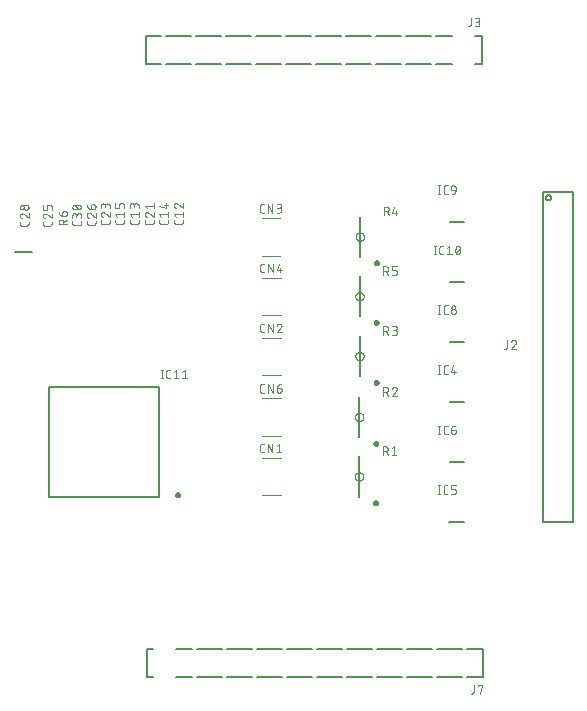
<source format=gbr>
G04 EAGLE Gerber RS-274X export*
G75*
%MOMM*%
%FSLAX34Y34*%
%LPD*%
%INSilkscreen Top*%
%IPPOS*%
%AMOC8*
5,1,8,0,0,1.08239X$1,22.5*%
G01*
%ADD10C,0.152400*%
%ADD11C,0.076200*%
%ADD12C,0.050000*%
%ADD13C,0.250000*%
%ADD14C,0.200000*%
%ADD15C,0.100000*%
%ADD16C,0.127000*%


D10*
X852996Y29337D02*
X866204Y29337D01*
X848932Y53213D02*
X827596Y53213D01*
X827596Y29337D02*
X848932Y29337D01*
X823532Y53213D02*
X802196Y53213D01*
X802196Y29337D02*
X823532Y29337D01*
X798132Y53213D02*
X776796Y53213D01*
X776796Y29337D02*
X798132Y29337D01*
X587058Y29337D02*
X581724Y29337D01*
X866204Y29337D02*
X866204Y53213D01*
X852996Y53213D01*
X581724Y53213D02*
X581724Y29337D01*
X606870Y29337D02*
X620332Y29337D01*
X587058Y53213D02*
X581724Y53213D01*
X606870Y53213D02*
X620332Y53213D01*
X624396Y29337D02*
X645732Y29337D01*
X645732Y53213D02*
X624396Y53213D01*
X649796Y29337D02*
X671132Y29337D01*
X671132Y53213D02*
X649796Y53213D01*
X675196Y29337D02*
X696532Y29337D01*
X696532Y53213D02*
X675196Y53213D01*
X700596Y29337D02*
X721932Y29337D01*
X721932Y53213D02*
X700596Y53213D01*
X725996Y29337D02*
X747332Y29337D01*
X747332Y53213D02*
X725996Y53213D01*
X751396Y29337D02*
X772732Y29337D01*
X772732Y53213D02*
X751396Y53213D01*
D11*
X858499Y22924D02*
X858499Y17194D01*
X858497Y17116D01*
X858492Y17038D01*
X858482Y16961D01*
X858469Y16884D01*
X858453Y16808D01*
X858433Y16733D01*
X858409Y16659D01*
X858382Y16586D01*
X858351Y16514D01*
X858317Y16444D01*
X858280Y16376D01*
X858239Y16309D01*
X858195Y16244D01*
X858149Y16182D01*
X858099Y16122D01*
X858047Y16064D01*
X857992Y16009D01*
X857934Y15957D01*
X857874Y15907D01*
X857812Y15861D01*
X857747Y15817D01*
X857681Y15776D01*
X857612Y15739D01*
X857542Y15705D01*
X857470Y15674D01*
X857397Y15647D01*
X857323Y15623D01*
X857248Y15603D01*
X857172Y15587D01*
X857095Y15574D01*
X857018Y15564D01*
X856940Y15559D01*
X856862Y15557D01*
X856862Y15558D02*
X856044Y15558D01*
X861933Y22105D02*
X861933Y22924D01*
X866026Y22924D01*
X863979Y15558D01*
D10*
X593979Y572453D02*
X580771Y572453D01*
X598043Y548577D02*
X619379Y548577D01*
X619379Y572453D02*
X598043Y572453D01*
X623443Y548577D02*
X644779Y548577D01*
X644779Y572453D02*
X623443Y572453D01*
X648843Y548577D02*
X670179Y548577D01*
X670179Y572453D02*
X648843Y572453D01*
X859917Y572453D02*
X865251Y572453D01*
X580771Y572453D02*
X580771Y548577D01*
X593979Y548577D01*
X865251Y548577D02*
X865251Y572453D01*
X840105Y572453D02*
X826643Y572453D01*
X859917Y548577D02*
X865251Y548577D01*
X840105Y548577D02*
X826643Y548577D01*
X822579Y572453D02*
X801243Y572453D01*
X801243Y548577D02*
X822579Y548577D01*
X797179Y572453D02*
X775843Y572453D01*
X775843Y548577D02*
X797179Y548577D01*
X771779Y572453D02*
X750443Y572453D01*
X750443Y548577D02*
X771779Y548577D01*
X746379Y572453D02*
X725043Y572453D01*
X725043Y548577D02*
X746379Y548577D01*
X720979Y572453D02*
X699643Y572453D01*
X699643Y548577D02*
X720979Y548577D01*
X695579Y572453D02*
X674243Y572453D01*
X674243Y548577D02*
X695579Y548577D01*
D11*
X855959Y582154D02*
X855959Y587883D01*
X855959Y582154D02*
X855957Y582076D01*
X855952Y581998D01*
X855942Y581921D01*
X855929Y581844D01*
X855913Y581768D01*
X855893Y581693D01*
X855869Y581619D01*
X855842Y581546D01*
X855811Y581474D01*
X855777Y581404D01*
X855740Y581336D01*
X855699Y581269D01*
X855655Y581204D01*
X855609Y581142D01*
X855559Y581082D01*
X855507Y581024D01*
X855452Y580969D01*
X855394Y580917D01*
X855334Y580867D01*
X855272Y580821D01*
X855207Y580777D01*
X855141Y580736D01*
X855072Y580699D01*
X855002Y580665D01*
X854930Y580634D01*
X854857Y580607D01*
X854783Y580583D01*
X854708Y580563D01*
X854632Y580547D01*
X854555Y580534D01*
X854478Y580524D01*
X854400Y580519D01*
X854322Y580517D01*
X853504Y580517D01*
X859393Y580517D02*
X861439Y580517D01*
X861528Y580519D01*
X861617Y580525D01*
X861706Y580535D01*
X861794Y580548D01*
X861882Y580565D01*
X861969Y580587D01*
X862054Y580612D01*
X862139Y580640D01*
X862222Y580673D01*
X862304Y580709D01*
X862384Y580748D01*
X862462Y580791D01*
X862538Y580837D01*
X862613Y580887D01*
X862685Y580940D01*
X862754Y580996D01*
X862821Y581055D01*
X862886Y581116D01*
X862947Y581181D01*
X863006Y581248D01*
X863062Y581317D01*
X863115Y581389D01*
X863165Y581464D01*
X863211Y581540D01*
X863254Y581618D01*
X863293Y581698D01*
X863329Y581780D01*
X863362Y581863D01*
X863390Y581948D01*
X863415Y582033D01*
X863437Y582120D01*
X863454Y582208D01*
X863467Y582296D01*
X863477Y582385D01*
X863483Y582474D01*
X863485Y582563D01*
X863483Y582652D01*
X863477Y582741D01*
X863467Y582830D01*
X863454Y582918D01*
X863437Y583006D01*
X863415Y583093D01*
X863390Y583178D01*
X863362Y583263D01*
X863329Y583346D01*
X863293Y583428D01*
X863254Y583508D01*
X863211Y583586D01*
X863165Y583662D01*
X863115Y583737D01*
X863062Y583809D01*
X863006Y583878D01*
X862947Y583945D01*
X862886Y584010D01*
X862821Y584071D01*
X862754Y584130D01*
X862685Y584186D01*
X862613Y584239D01*
X862538Y584289D01*
X862462Y584335D01*
X862384Y584378D01*
X862304Y584417D01*
X862222Y584453D01*
X862139Y584486D01*
X862054Y584514D01*
X861969Y584539D01*
X861882Y584561D01*
X861794Y584578D01*
X861706Y584591D01*
X861617Y584601D01*
X861528Y584607D01*
X861439Y584609D01*
X861849Y587883D02*
X859393Y587883D01*
X861849Y587883D02*
X861928Y587881D01*
X862007Y587875D01*
X862086Y587866D01*
X862164Y587853D01*
X862241Y587835D01*
X862317Y587815D01*
X862392Y587790D01*
X862466Y587762D01*
X862539Y587731D01*
X862610Y587695D01*
X862679Y587657D01*
X862746Y587615D01*
X862811Y587570D01*
X862874Y587522D01*
X862935Y587471D01*
X862992Y587417D01*
X863048Y587361D01*
X863100Y587302D01*
X863150Y587240D01*
X863196Y587176D01*
X863240Y587110D01*
X863280Y587042D01*
X863316Y586972D01*
X863350Y586900D01*
X863380Y586826D01*
X863406Y586752D01*
X863429Y586676D01*
X863447Y586599D01*
X863463Y586522D01*
X863474Y586443D01*
X863482Y586365D01*
X863486Y586286D01*
X863486Y586206D01*
X863482Y586127D01*
X863474Y586049D01*
X863463Y585970D01*
X863447Y585893D01*
X863429Y585816D01*
X863406Y585740D01*
X863380Y585666D01*
X863350Y585592D01*
X863316Y585520D01*
X863280Y585450D01*
X863240Y585382D01*
X863196Y585316D01*
X863150Y585252D01*
X863100Y585190D01*
X863048Y585131D01*
X862992Y585075D01*
X862935Y585021D01*
X862874Y584970D01*
X862811Y584922D01*
X862746Y584877D01*
X862679Y584835D01*
X862610Y584797D01*
X862539Y584761D01*
X862466Y584730D01*
X862392Y584702D01*
X862317Y584677D01*
X862241Y584657D01*
X862164Y584639D01*
X862086Y584626D01*
X862007Y584617D01*
X861928Y584611D01*
X861849Y584609D01*
X860212Y584609D01*
D12*
X758056Y199390D02*
X758058Y199508D01*
X758064Y199626D01*
X758074Y199744D01*
X758088Y199861D01*
X758106Y199978D01*
X758128Y200095D01*
X758153Y200210D01*
X758183Y200324D01*
X758217Y200438D01*
X758254Y200550D01*
X758295Y200661D01*
X758340Y200770D01*
X758388Y200878D01*
X758440Y200984D01*
X758496Y201089D01*
X758555Y201191D01*
X758617Y201291D01*
X758683Y201389D01*
X758752Y201485D01*
X758825Y201579D01*
X758900Y201670D01*
X758979Y201758D01*
X759060Y201844D01*
X759145Y201927D01*
X759232Y202007D01*
X759321Y202084D01*
X759414Y202158D01*
X759508Y202228D01*
X759605Y202296D01*
X759705Y202360D01*
X759806Y202421D01*
X759909Y202478D01*
X760015Y202532D01*
X760122Y202583D01*
X760230Y202629D01*
X760340Y202672D01*
X760452Y202711D01*
X760565Y202747D01*
X760679Y202778D01*
X760794Y202806D01*
X760909Y202830D01*
X761026Y202850D01*
X761143Y202866D01*
X761261Y202878D01*
X761379Y202886D01*
X761497Y202890D01*
X761615Y202890D01*
X761733Y202886D01*
X761851Y202878D01*
X761969Y202866D01*
X762086Y202850D01*
X762203Y202830D01*
X762318Y202806D01*
X762433Y202778D01*
X762547Y202747D01*
X762660Y202711D01*
X762772Y202672D01*
X762882Y202629D01*
X762990Y202583D01*
X763097Y202532D01*
X763203Y202478D01*
X763306Y202421D01*
X763407Y202360D01*
X763507Y202296D01*
X763604Y202228D01*
X763698Y202158D01*
X763791Y202084D01*
X763880Y202007D01*
X763967Y201927D01*
X764052Y201844D01*
X764133Y201758D01*
X764212Y201670D01*
X764287Y201579D01*
X764360Y201485D01*
X764429Y201389D01*
X764495Y201291D01*
X764557Y201191D01*
X764616Y201089D01*
X764672Y200984D01*
X764724Y200878D01*
X764772Y200770D01*
X764817Y200661D01*
X764858Y200550D01*
X764895Y200438D01*
X764929Y200324D01*
X764959Y200210D01*
X764984Y200095D01*
X765006Y199978D01*
X765024Y199861D01*
X765038Y199744D01*
X765048Y199626D01*
X765054Y199508D01*
X765056Y199390D01*
X765054Y199272D01*
X765048Y199154D01*
X765038Y199036D01*
X765024Y198919D01*
X765006Y198802D01*
X764984Y198685D01*
X764959Y198570D01*
X764929Y198456D01*
X764895Y198342D01*
X764858Y198230D01*
X764817Y198119D01*
X764772Y198010D01*
X764724Y197902D01*
X764672Y197796D01*
X764616Y197691D01*
X764557Y197589D01*
X764495Y197489D01*
X764429Y197391D01*
X764360Y197295D01*
X764287Y197201D01*
X764212Y197110D01*
X764133Y197022D01*
X764052Y196936D01*
X763967Y196853D01*
X763880Y196773D01*
X763791Y196696D01*
X763698Y196622D01*
X763604Y196552D01*
X763507Y196484D01*
X763407Y196420D01*
X763306Y196359D01*
X763203Y196302D01*
X763097Y196248D01*
X762990Y196197D01*
X762882Y196151D01*
X762772Y196108D01*
X762660Y196069D01*
X762547Y196033D01*
X762433Y196002D01*
X762318Y195974D01*
X762203Y195950D01*
X762086Y195930D01*
X761969Y195914D01*
X761851Y195902D01*
X761733Y195894D01*
X761615Y195890D01*
X761497Y195890D01*
X761379Y195894D01*
X761261Y195902D01*
X761143Y195914D01*
X761026Y195930D01*
X760909Y195950D01*
X760794Y195974D01*
X760679Y196002D01*
X760565Y196033D01*
X760452Y196069D01*
X760340Y196108D01*
X760230Y196151D01*
X760122Y196197D01*
X760015Y196248D01*
X759909Y196302D01*
X759806Y196359D01*
X759705Y196420D01*
X759605Y196484D01*
X759508Y196552D01*
X759414Y196622D01*
X759321Y196696D01*
X759232Y196773D01*
X759145Y196853D01*
X759060Y196936D01*
X758979Y197022D01*
X758900Y197110D01*
X758825Y197201D01*
X758752Y197295D01*
X758683Y197391D01*
X758617Y197489D01*
X758555Y197589D01*
X758496Y197691D01*
X758440Y197796D01*
X758388Y197902D01*
X758340Y198010D01*
X758295Y198119D01*
X758254Y198230D01*
X758217Y198342D01*
X758183Y198456D01*
X758153Y198570D01*
X758128Y198685D01*
X758106Y198802D01*
X758088Y198919D01*
X758074Y199036D01*
X758064Y199154D01*
X758058Y199272D01*
X758056Y199390D01*
D13*
X774306Y177140D02*
X774308Y177210D01*
X774314Y177280D01*
X774324Y177349D01*
X774337Y177418D01*
X774355Y177486D01*
X774376Y177553D01*
X774401Y177618D01*
X774430Y177682D01*
X774462Y177745D01*
X774498Y177805D01*
X774537Y177863D01*
X774579Y177919D01*
X774624Y177973D01*
X774672Y178024D01*
X774723Y178072D01*
X774777Y178117D01*
X774833Y178159D01*
X774891Y178198D01*
X774951Y178234D01*
X775014Y178266D01*
X775078Y178295D01*
X775143Y178320D01*
X775210Y178341D01*
X775278Y178359D01*
X775347Y178372D01*
X775416Y178382D01*
X775486Y178388D01*
X775556Y178390D01*
X775626Y178388D01*
X775696Y178382D01*
X775765Y178372D01*
X775834Y178359D01*
X775902Y178341D01*
X775969Y178320D01*
X776034Y178295D01*
X776098Y178266D01*
X776161Y178234D01*
X776221Y178198D01*
X776279Y178159D01*
X776335Y178117D01*
X776389Y178072D01*
X776440Y178024D01*
X776488Y177973D01*
X776533Y177919D01*
X776575Y177863D01*
X776614Y177805D01*
X776650Y177745D01*
X776682Y177682D01*
X776711Y177618D01*
X776736Y177553D01*
X776757Y177486D01*
X776775Y177418D01*
X776788Y177349D01*
X776798Y177280D01*
X776804Y177210D01*
X776806Y177140D01*
X776804Y177070D01*
X776798Y177000D01*
X776788Y176931D01*
X776775Y176862D01*
X776757Y176794D01*
X776736Y176727D01*
X776711Y176662D01*
X776682Y176598D01*
X776650Y176535D01*
X776614Y176475D01*
X776575Y176417D01*
X776533Y176361D01*
X776488Y176307D01*
X776440Y176256D01*
X776389Y176208D01*
X776335Y176163D01*
X776279Y176121D01*
X776221Y176082D01*
X776161Y176046D01*
X776098Y176014D01*
X776034Y175985D01*
X775969Y175960D01*
X775902Y175939D01*
X775834Y175921D01*
X775765Y175908D01*
X775696Y175898D01*
X775626Y175892D01*
X775556Y175890D01*
X775486Y175892D01*
X775416Y175898D01*
X775347Y175908D01*
X775278Y175921D01*
X775210Y175939D01*
X775143Y175960D01*
X775078Y175985D01*
X775014Y176014D01*
X774951Y176046D01*
X774891Y176082D01*
X774833Y176121D01*
X774777Y176163D01*
X774723Y176208D01*
X774672Y176256D01*
X774624Y176307D01*
X774579Y176361D01*
X774537Y176417D01*
X774498Y176475D01*
X774462Y176535D01*
X774430Y176598D01*
X774401Y176662D01*
X774376Y176727D01*
X774355Y176794D01*
X774337Y176862D01*
X774324Y176931D01*
X774314Y177000D01*
X774308Y177070D01*
X774306Y177140D01*
D14*
X761556Y182390D02*
X761556Y216390D01*
D11*
X781849Y217424D02*
X781849Y224790D01*
X783895Y224790D01*
X783984Y224788D01*
X784073Y224782D01*
X784162Y224772D01*
X784250Y224759D01*
X784338Y224742D01*
X784425Y224720D01*
X784510Y224695D01*
X784595Y224667D01*
X784678Y224634D01*
X784760Y224598D01*
X784840Y224559D01*
X784918Y224516D01*
X784994Y224470D01*
X785069Y224420D01*
X785141Y224367D01*
X785210Y224311D01*
X785277Y224252D01*
X785342Y224191D01*
X785403Y224126D01*
X785462Y224059D01*
X785518Y223990D01*
X785571Y223918D01*
X785621Y223843D01*
X785667Y223767D01*
X785710Y223689D01*
X785749Y223609D01*
X785785Y223527D01*
X785818Y223444D01*
X785846Y223359D01*
X785871Y223274D01*
X785893Y223187D01*
X785910Y223099D01*
X785923Y223011D01*
X785933Y222922D01*
X785939Y222833D01*
X785941Y222744D01*
X785939Y222655D01*
X785933Y222566D01*
X785923Y222477D01*
X785910Y222389D01*
X785893Y222301D01*
X785871Y222214D01*
X785846Y222129D01*
X785818Y222044D01*
X785785Y221961D01*
X785749Y221879D01*
X785710Y221799D01*
X785667Y221721D01*
X785621Y221645D01*
X785571Y221570D01*
X785518Y221498D01*
X785462Y221429D01*
X785403Y221362D01*
X785342Y221297D01*
X785277Y221236D01*
X785210Y221177D01*
X785141Y221121D01*
X785069Y221068D01*
X784994Y221018D01*
X784918Y220972D01*
X784840Y220929D01*
X784760Y220890D01*
X784678Y220854D01*
X784595Y220821D01*
X784510Y220793D01*
X784425Y220768D01*
X784338Y220746D01*
X784250Y220729D01*
X784162Y220716D01*
X784073Y220706D01*
X783984Y220700D01*
X783895Y220698D01*
X781849Y220698D01*
X784304Y220698D02*
X785941Y217424D01*
X789113Y223153D02*
X791159Y224790D01*
X791159Y217424D01*
X789113Y217424D02*
X793205Y217424D01*
D14*
X838081Y161038D02*
X850081Y161038D01*
D11*
X829326Y184658D02*
X829326Y192024D01*
X828508Y184658D02*
X830145Y184658D01*
X830145Y192024D02*
X828508Y192024D01*
X834746Y184658D02*
X836383Y184658D01*
X834746Y184658D02*
X834668Y184660D01*
X834590Y184665D01*
X834513Y184675D01*
X834436Y184688D01*
X834360Y184704D01*
X834285Y184724D01*
X834211Y184748D01*
X834138Y184775D01*
X834066Y184806D01*
X833996Y184840D01*
X833928Y184877D01*
X833861Y184918D01*
X833796Y184962D01*
X833734Y185008D01*
X833674Y185058D01*
X833616Y185110D01*
X833561Y185165D01*
X833509Y185223D01*
X833459Y185283D01*
X833413Y185345D01*
X833369Y185410D01*
X833328Y185477D01*
X833291Y185545D01*
X833257Y185615D01*
X833226Y185687D01*
X833199Y185760D01*
X833175Y185834D01*
X833155Y185909D01*
X833139Y185985D01*
X833126Y186062D01*
X833116Y186139D01*
X833111Y186217D01*
X833109Y186295D01*
X833109Y190387D01*
X833111Y190467D01*
X833117Y190547D01*
X833127Y190627D01*
X833140Y190706D01*
X833158Y190785D01*
X833179Y190862D01*
X833205Y190938D01*
X833234Y191013D01*
X833266Y191087D01*
X833302Y191159D01*
X833342Y191229D01*
X833385Y191296D01*
X833431Y191362D01*
X833481Y191425D01*
X833533Y191486D01*
X833588Y191545D01*
X833647Y191600D01*
X833707Y191652D01*
X833771Y191702D01*
X833837Y191748D01*
X833904Y191791D01*
X833974Y191831D01*
X834046Y191867D01*
X834120Y191899D01*
X834194Y191928D01*
X834271Y191954D01*
X834348Y191975D01*
X834427Y191993D01*
X834506Y192006D01*
X834586Y192016D01*
X834666Y192022D01*
X834746Y192024D01*
X836383Y192024D01*
X839228Y184658D02*
X841683Y184658D01*
X841761Y184660D01*
X841839Y184665D01*
X841916Y184675D01*
X841993Y184688D01*
X842069Y184704D01*
X842144Y184724D01*
X842218Y184748D01*
X842291Y184775D01*
X842363Y184806D01*
X842433Y184840D01*
X842502Y184877D01*
X842568Y184918D01*
X842633Y184962D01*
X842695Y185008D01*
X842755Y185058D01*
X842813Y185110D01*
X842868Y185165D01*
X842920Y185223D01*
X842970Y185283D01*
X843016Y185345D01*
X843060Y185410D01*
X843101Y185477D01*
X843138Y185545D01*
X843172Y185615D01*
X843203Y185687D01*
X843230Y185760D01*
X843254Y185834D01*
X843274Y185909D01*
X843290Y185985D01*
X843303Y186062D01*
X843313Y186139D01*
X843318Y186217D01*
X843320Y186295D01*
X843320Y187113D01*
X843318Y187191D01*
X843313Y187269D01*
X843303Y187346D01*
X843290Y187423D01*
X843274Y187499D01*
X843254Y187574D01*
X843230Y187648D01*
X843203Y187721D01*
X843172Y187793D01*
X843138Y187863D01*
X843101Y187932D01*
X843060Y187998D01*
X843016Y188063D01*
X842970Y188125D01*
X842920Y188185D01*
X842868Y188243D01*
X842813Y188298D01*
X842755Y188350D01*
X842695Y188400D01*
X842633Y188446D01*
X842568Y188490D01*
X842502Y188531D01*
X842433Y188568D01*
X842363Y188602D01*
X842291Y188633D01*
X842218Y188660D01*
X842144Y188684D01*
X842069Y188704D01*
X841993Y188720D01*
X841916Y188733D01*
X841839Y188743D01*
X841761Y188748D01*
X841683Y188750D01*
X839228Y188750D01*
X839228Y192024D01*
X843320Y192024D01*
D14*
X838144Y262511D02*
X850144Y262511D01*
D11*
X829390Y286131D02*
X829390Y293497D01*
X828571Y286131D02*
X830208Y286131D01*
X830208Y293497D02*
X828571Y293497D01*
X834809Y286131D02*
X836446Y286131D01*
X834809Y286131D02*
X834731Y286133D01*
X834653Y286138D01*
X834576Y286148D01*
X834499Y286161D01*
X834423Y286177D01*
X834348Y286197D01*
X834274Y286221D01*
X834201Y286248D01*
X834129Y286279D01*
X834059Y286313D01*
X833991Y286350D01*
X833924Y286391D01*
X833859Y286435D01*
X833797Y286481D01*
X833737Y286531D01*
X833679Y286583D01*
X833624Y286638D01*
X833572Y286696D01*
X833522Y286756D01*
X833476Y286818D01*
X833432Y286883D01*
X833391Y286950D01*
X833354Y287018D01*
X833320Y287088D01*
X833289Y287160D01*
X833262Y287233D01*
X833238Y287307D01*
X833218Y287382D01*
X833202Y287458D01*
X833189Y287535D01*
X833179Y287612D01*
X833174Y287690D01*
X833172Y287768D01*
X833173Y287768D02*
X833173Y291860D01*
X833172Y291860D02*
X833174Y291940D01*
X833180Y292020D01*
X833190Y292100D01*
X833203Y292179D01*
X833221Y292258D01*
X833242Y292335D01*
X833268Y292411D01*
X833297Y292486D01*
X833329Y292560D01*
X833365Y292632D01*
X833405Y292702D01*
X833448Y292769D01*
X833494Y292835D01*
X833544Y292898D01*
X833596Y292959D01*
X833651Y293018D01*
X833710Y293073D01*
X833770Y293125D01*
X833834Y293175D01*
X833900Y293221D01*
X833967Y293264D01*
X834037Y293304D01*
X834109Y293340D01*
X834183Y293372D01*
X834257Y293401D01*
X834334Y293427D01*
X834411Y293448D01*
X834490Y293466D01*
X834569Y293479D01*
X834649Y293489D01*
X834729Y293495D01*
X834809Y293497D01*
X836446Y293497D01*
X840929Y293497D02*
X839292Y287768D01*
X843384Y287768D01*
X842156Y289405D02*
X842156Y286131D01*
D12*
X758246Y249809D02*
X758248Y249927D01*
X758254Y250045D01*
X758264Y250163D01*
X758278Y250280D01*
X758296Y250397D01*
X758318Y250514D01*
X758343Y250629D01*
X758373Y250743D01*
X758407Y250857D01*
X758444Y250969D01*
X758485Y251080D01*
X758530Y251189D01*
X758578Y251297D01*
X758630Y251403D01*
X758686Y251508D01*
X758745Y251610D01*
X758807Y251710D01*
X758873Y251808D01*
X758942Y251904D01*
X759015Y251998D01*
X759090Y252089D01*
X759169Y252177D01*
X759250Y252263D01*
X759335Y252346D01*
X759422Y252426D01*
X759511Y252503D01*
X759604Y252577D01*
X759698Y252647D01*
X759795Y252715D01*
X759895Y252779D01*
X759996Y252840D01*
X760099Y252897D01*
X760205Y252951D01*
X760312Y253002D01*
X760420Y253048D01*
X760530Y253091D01*
X760642Y253130D01*
X760755Y253166D01*
X760869Y253197D01*
X760984Y253225D01*
X761099Y253249D01*
X761216Y253269D01*
X761333Y253285D01*
X761451Y253297D01*
X761569Y253305D01*
X761687Y253309D01*
X761805Y253309D01*
X761923Y253305D01*
X762041Y253297D01*
X762159Y253285D01*
X762276Y253269D01*
X762393Y253249D01*
X762508Y253225D01*
X762623Y253197D01*
X762737Y253166D01*
X762850Y253130D01*
X762962Y253091D01*
X763072Y253048D01*
X763180Y253002D01*
X763287Y252951D01*
X763393Y252897D01*
X763496Y252840D01*
X763597Y252779D01*
X763697Y252715D01*
X763794Y252647D01*
X763888Y252577D01*
X763981Y252503D01*
X764070Y252426D01*
X764157Y252346D01*
X764242Y252263D01*
X764323Y252177D01*
X764402Y252089D01*
X764477Y251998D01*
X764550Y251904D01*
X764619Y251808D01*
X764685Y251710D01*
X764747Y251610D01*
X764806Y251508D01*
X764862Y251403D01*
X764914Y251297D01*
X764962Y251189D01*
X765007Y251080D01*
X765048Y250969D01*
X765085Y250857D01*
X765119Y250743D01*
X765149Y250629D01*
X765174Y250514D01*
X765196Y250397D01*
X765214Y250280D01*
X765228Y250163D01*
X765238Y250045D01*
X765244Y249927D01*
X765246Y249809D01*
X765244Y249691D01*
X765238Y249573D01*
X765228Y249455D01*
X765214Y249338D01*
X765196Y249221D01*
X765174Y249104D01*
X765149Y248989D01*
X765119Y248875D01*
X765085Y248761D01*
X765048Y248649D01*
X765007Y248538D01*
X764962Y248429D01*
X764914Y248321D01*
X764862Y248215D01*
X764806Y248110D01*
X764747Y248008D01*
X764685Y247908D01*
X764619Y247810D01*
X764550Y247714D01*
X764477Y247620D01*
X764402Y247529D01*
X764323Y247441D01*
X764242Y247355D01*
X764157Y247272D01*
X764070Y247192D01*
X763981Y247115D01*
X763888Y247041D01*
X763794Y246971D01*
X763697Y246903D01*
X763597Y246839D01*
X763496Y246778D01*
X763393Y246721D01*
X763287Y246667D01*
X763180Y246616D01*
X763072Y246570D01*
X762962Y246527D01*
X762850Y246488D01*
X762737Y246452D01*
X762623Y246421D01*
X762508Y246393D01*
X762393Y246369D01*
X762276Y246349D01*
X762159Y246333D01*
X762041Y246321D01*
X761923Y246313D01*
X761805Y246309D01*
X761687Y246309D01*
X761569Y246313D01*
X761451Y246321D01*
X761333Y246333D01*
X761216Y246349D01*
X761099Y246369D01*
X760984Y246393D01*
X760869Y246421D01*
X760755Y246452D01*
X760642Y246488D01*
X760530Y246527D01*
X760420Y246570D01*
X760312Y246616D01*
X760205Y246667D01*
X760099Y246721D01*
X759996Y246778D01*
X759895Y246839D01*
X759795Y246903D01*
X759698Y246971D01*
X759604Y247041D01*
X759511Y247115D01*
X759422Y247192D01*
X759335Y247272D01*
X759250Y247355D01*
X759169Y247441D01*
X759090Y247529D01*
X759015Y247620D01*
X758942Y247714D01*
X758873Y247810D01*
X758807Y247908D01*
X758745Y248008D01*
X758686Y248110D01*
X758630Y248215D01*
X758578Y248321D01*
X758530Y248429D01*
X758485Y248538D01*
X758444Y248649D01*
X758407Y248761D01*
X758373Y248875D01*
X758343Y248989D01*
X758318Y249104D01*
X758296Y249221D01*
X758278Y249338D01*
X758264Y249455D01*
X758254Y249573D01*
X758248Y249691D01*
X758246Y249809D01*
D13*
X774496Y227559D02*
X774498Y227629D01*
X774504Y227699D01*
X774514Y227768D01*
X774527Y227837D01*
X774545Y227905D01*
X774566Y227972D01*
X774591Y228037D01*
X774620Y228101D01*
X774652Y228164D01*
X774688Y228224D01*
X774727Y228282D01*
X774769Y228338D01*
X774814Y228392D01*
X774862Y228443D01*
X774913Y228491D01*
X774967Y228536D01*
X775023Y228578D01*
X775081Y228617D01*
X775141Y228653D01*
X775204Y228685D01*
X775268Y228714D01*
X775333Y228739D01*
X775400Y228760D01*
X775468Y228778D01*
X775537Y228791D01*
X775606Y228801D01*
X775676Y228807D01*
X775746Y228809D01*
X775816Y228807D01*
X775886Y228801D01*
X775955Y228791D01*
X776024Y228778D01*
X776092Y228760D01*
X776159Y228739D01*
X776224Y228714D01*
X776288Y228685D01*
X776351Y228653D01*
X776411Y228617D01*
X776469Y228578D01*
X776525Y228536D01*
X776579Y228491D01*
X776630Y228443D01*
X776678Y228392D01*
X776723Y228338D01*
X776765Y228282D01*
X776804Y228224D01*
X776840Y228164D01*
X776872Y228101D01*
X776901Y228037D01*
X776926Y227972D01*
X776947Y227905D01*
X776965Y227837D01*
X776978Y227768D01*
X776988Y227699D01*
X776994Y227629D01*
X776996Y227559D01*
X776994Y227489D01*
X776988Y227419D01*
X776978Y227350D01*
X776965Y227281D01*
X776947Y227213D01*
X776926Y227146D01*
X776901Y227081D01*
X776872Y227017D01*
X776840Y226954D01*
X776804Y226894D01*
X776765Y226836D01*
X776723Y226780D01*
X776678Y226726D01*
X776630Y226675D01*
X776579Y226627D01*
X776525Y226582D01*
X776469Y226540D01*
X776411Y226501D01*
X776351Y226465D01*
X776288Y226433D01*
X776224Y226404D01*
X776159Y226379D01*
X776092Y226358D01*
X776024Y226340D01*
X775955Y226327D01*
X775886Y226317D01*
X775816Y226311D01*
X775746Y226309D01*
X775676Y226311D01*
X775606Y226317D01*
X775537Y226327D01*
X775468Y226340D01*
X775400Y226358D01*
X775333Y226379D01*
X775268Y226404D01*
X775204Y226433D01*
X775141Y226465D01*
X775081Y226501D01*
X775023Y226540D01*
X774967Y226582D01*
X774913Y226627D01*
X774862Y226675D01*
X774814Y226726D01*
X774769Y226780D01*
X774727Y226836D01*
X774688Y226894D01*
X774652Y226954D01*
X774620Y227017D01*
X774591Y227081D01*
X774566Y227146D01*
X774545Y227213D01*
X774527Y227281D01*
X774514Y227350D01*
X774504Y227419D01*
X774498Y227489D01*
X774496Y227559D01*
D14*
X761746Y232809D02*
X761746Y266809D01*
D11*
X782039Y267843D02*
X782039Y275209D01*
X784085Y275209D01*
X784174Y275207D01*
X784263Y275201D01*
X784352Y275191D01*
X784440Y275178D01*
X784528Y275161D01*
X784615Y275139D01*
X784700Y275114D01*
X784785Y275086D01*
X784868Y275053D01*
X784950Y275017D01*
X785030Y274978D01*
X785108Y274935D01*
X785184Y274889D01*
X785259Y274839D01*
X785331Y274786D01*
X785400Y274730D01*
X785467Y274671D01*
X785532Y274610D01*
X785593Y274545D01*
X785652Y274478D01*
X785708Y274409D01*
X785761Y274337D01*
X785811Y274262D01*
X785857Y274186D01*
X785900Y274108D01*
X785939Y274028D01*
X785975Y273946D01*
X786008Y273863D01*
X786036Y273778D01*
X786061Y273693D01*
X786083Y273606D01*
X786100Y273518D01*
X786113Y273430D01*
X786123Y273341D01*
X786129Y273252D01*
X786131Y273163D01*
X786129Y273074D01*
X786123Y272985D01*
X786113Y272896D01*
X786100Y272808D01*
X786083Y272720D01*
X786061Y272633D01*
X786036Y272548D01*
X786008Y272463D01*
X785975Y272380D01*
X785939Y272298D01*
X785900Y272218D01*
X785857Y272140D01*
X785811Y272064D01*
X785761Y271989D01*
X785708Y271917D01*
X785652Y271848D01*
X785593Y271781D01*
X785532Y271716D01*
X785467Y271655D01*
X785400Y271596D01*
X785331Y271540D01*
X785259Y271487D01*
X785184Y271437D01*
X785108Y271391D01*
X785030Y271348D01*
X784950Y271309D01*
X784868Y271273D01*
X784785Y271240D01*
X784700Y271212D01*
X784615Y271187D01*
X784528Y271165D01*
X784440Y271148D01*
X784352Y271135D01*
X784263Y271125D01*
X784174Y271119D01*
X784085Y271117D01*
X782039Y271117D01*
X784495Y271117D02*
X786132Y267843D01*
X793396Y273368D02*
X793394Y273453D01*
X793388Y273538D01*
X793378Y273622D01*
X793365Y273706D01*
X793347Y273790D01*
X793326Y273872D01*
X793301Y273953D01*
X793272Y274033D01*
X793239Y274112D01*
X793203Y274189D01*
X793163Y274264D01*
X793120Y274338D01*
X793074Y274409D01*
X793024Y274478D01*
X792971Y274545D01*
X792915Y274609D01*
X792856Y274670D01*
X792795Y274729D01*
X792731Y274785D01*
X792664Y274838D01*
X792595Y274888D01*
X792524Y274934D01*
X792450Y274977D01*
X792375Y275017D01*
X792298Y275053D01*
X792219Y275086D01*
X792139Y275115D01*
X792058Y275140D01*
X791976Y275161D01*
X791892Y275179D01*
X791808Y275192D01*
X791724Y275202D01*
X791639Y275208D01*
X791554Y275210D01*
X791554Y275209D02*
X791458Y275207D01*
X791362Y275201D01*
X791267Y275191D01*
X791172Y275178D01*
X791077Y275160D01*
X790984Y275139D01*
X790891Y275114D01*
X790800Y275085D01*
X790709Y275053D01*
X790620Y275017D01*
X790533Y274977D01*
X790447Y274934D01*
X790363Y274888D01*
X790281Y274838D01*
X790201Y274784D01*
X790124Y274728D01*
X790049Y274668D01*
X789976Y274606D01*
X789906Y274540D01*
X789838Y274472D01*
X789773Y274401D01*
X789712Y274328D01*
X789653Y274252D01*
X789597Y274173D01*
X789545Y274093D01*
X789496Y274010D01*
X789450Y273926D01*
X789408Y273840D01*
X789370Y273752D01*
X789335Y273663D01*
X789303Y273572D01*
X792782Y271936D02*
X792842Y271995D01*
X792899Y272057D01*
X792954Y272121D01*
X793005Y272188D01*
X793054Y272257D01*
X793100Y272327D01*
X793143Y272400D01*
X793183Y272474D01*
X793219Y272550D01*
X793252Y272628D01*
X793282Y272707D01*
X793309Y272787D01*
X793332Y272868D01*
X793351Y272950D01*
X793367Y273032D01*
X793380Y273116D01*
X793389Y273200D01*
X793394Y273284D01*
X793396Y273368D01*
X792782Y271935D02*
X789303Y267843D01*
X793396Y267843D01*
D14*
X838208Y211457D02*
X850208Y211457D01*
D11*
X829453Y235077D02*
X829453Y242443D01*
X828635Y235077D02*
X830272Y235077D01*
X830272Y242443D02*
X828635Y242443D01*
X834873Y235077D02*
X836510Y235077D01*
X834873Y235077D02*
X834795Y235079D01*
X834717Y235084D01*
X834640Y235094D01*
X834563Y235107D01*
X834487Y235123D01*
X834412Y235143D01*
X834338Y235167D01*
X834265Y235194D01*
X834193Y235225D01*
X834123Y235259D01*
X834055Y235296D01*
X833988Y235337D01*
X833923Y235381D01*
X833861Y235427D01*
X833801Y235477D01*
X833743Y235529D01*
X833688Y235584D01*
X833636Y235642D01*
X833586Y235702D01*
X833540Y235764D01*
X833496Y235829D01*
X833455Y235896D01*
X833418Y235964D01*
X833384Y236034D01*
X833353Y236106D01*
X833326Y236179D01*
X833302Y236253D01*
X833282Y236328D01*
X833266Y236404D01*
X833253Y236481D01*
X833243Y236558D01*
X833238Y236636D01*
X833236Y236714D01*
X833236Y240806D01*
X833238Y240886D01*
X833244Y240966D01*
X833254Y241046D01*
X833267Y241125D01*
X833285Y241204D01*
X833306Y241281D01*
X833332Y241357D01*
X833361Y241432D01*
X833393Y241506D01*
X833429Y241578D01*
X833469Y241648D01*
X833512Y241715D01*
X833558Y241781D01*
X833608Y241844D01*
X833660Y241905D01*
X833715Y241964D01*
X833774Y242019D01*
X833834Y242071D01*
X833898Y242121D01*
X833964Y242167D01*
X834031Y242210D01*
X834101Y242250D01*
X834173Y242286D01*
X834247Y242318D01*
X834321Y242347D01*
X834398Y242373D01*
X834475Y242394D01*
X834554Y242412D01*
X834633Y242425D01*
X834713Y242435D01*
X834793Y242441D01*
X834873Y242443D01*
X836510Y242443D01*
X839355Y239169D02*
X841810Y239169D01*
X841888Y239167D01*
X841966Y239162D01*
X842043Y239152D01*
X842120Y239139D01*
X842196Y239123D01*
X842271Y239103D01*
X842345Y239079D01*
X842418Y239052D01*
X842490Y239021D01*
X842560Y238987D01*
X842629Y238950D01*
X842695Y238909D01*
X842760Y238865D01*
X842822Y238819D01*
X842882Y238769D01*
X842940Y238717D01*
X842995Y238662D01*
X843047Y238604D01*
X843097Y238544D01*
X843143Y238482D01*
X843187Y238417D01*
X843228Y238351D01*
X843265Y238282D01*
X843299Y238212D01*
X843330Y238140D01*
X843357Y238067D01*
X843381Y237993D01*
X843401Y237918D01*
X843417Y237842D01*
X843430Y237765D01*
X843440Y237688D01*
X843445Y237610D01*
X843447Y237532D01*
X843447Y237123D01*
X843445Y237034D01*
X843439Y236945D01*
X843429Y236856D01*
X843416Y236768D01*
X843399Y236680D01*
X843377Y236593D01*
X843352Y236508D01*
X843324Y236423D01*
X843291Y236340D01*
X843255Y236258D01*
X843216Y236178D01*
X843173Y236100D01*
X843127Y236024D01*
X843077Y235949D01*
X843024Y235877D01*
X842968Y235808D01*
X842909Y235741D01*
X842848Y235676D01*
X842783Y235615D01*
X842716Y235556D01*
X842647Y235500D01*
X842575Y235447D01*
X842500Y235397D01*
X842424Y235351D01*
X842346Y235308D01*
X842266Y235269D01*
X842184Y235233D01*
X842101Y235200D01*
X842016Y235172D01*
X841931Y235147D01*
X841844Y235125D01*
X841756Y235108D01*
X841668Y235095D01*
X841579Y235085D01*
X841490Y235079D01*
X841401Y235077D01*
X841312Y235079D01*
X841223Y235085D01*
X841134Y235095D01*
X841046Y235108D01*
X840958Y235125D01*
X840871Y235147D01*
X840786Y235172D01*
X840701Y235200D01*
X840618Y235233D01*
X840536Y235269D01*
X840456Y235308D01*
X840378Y235351D01*
X840302Y235397D01*
X840227Y235447D01*
X840155Y235500D01*
X840086Y235556D01*
X840019Y235615D01*
X839954Y235676D01*
X839893Y235741D01*
X839834Y235808D01*
X839778Y235877D01*
X839725Y235949D01*
X839675Y236024D01*
X839629Y236100D01*
X839586Y236178D01*
X839547Y236258D01*
X839511Y236340D01*
X839478Y236423D01*
X839450Y236508D01*
X839425Y236593D01*
X839403Y236680D01*
X839386Y236768D01*
X839373Y236856D01*
X839363Y236945D01*
X839357Y237034D01*
X839355Y237123D01*
X839355Y239169D01*
X839357Y239283D01*
X839363Y239397D01*
X839373Y239511D01*
X839387Y239625D01*
X839405Y239738D01*
X839427Y239850D01*
X839452Y239961D01*
X839482Y240071D01*
X839515Y240181D01*
X839552Y240289D01*
X839593Y240395D01*
X839638Y240501D01*
X839686Y240604D01*
X839738Y240706D01*
X839794Y240806D01*
X839852Y240904D01*
X839915Y241000D01*
X839980Y241093D01*
X840049Y241185D01*
X840121Y241273D01*
X840196Y241360D01*
X840274Y241443D01*
X840355Y241524D01*
X840438Y241602D01*
X840525Y241677D01*
X840613Y241749D01*
X840705Y241818D01*
X840798Y241883D01*
X840894Y241945D01*
X840992Y242004D01*
X841092Y242060D01*
X841194Y242112D01*
X841297Y242160D01*
X841403Y242205D01*
X841509Y242246D01*
X841617Y242283D01*
X841727Y242316D01*
X841837Y242346D01*
X841948Y242371D01*
X842060Y242393D01*
X842173Y242411D01*
X842287Y242425D01*
X842401Y242435D01*
X842515Y242441D01*
X842629Y242443D01*
D14*
X838208Y313374D02*
X850208Y313374D01*
D11*
X829453Y336995D02*
X829453Y344361D01*
X828635Y336995D02*
X830272Y336995D01*
X830272Y344361D02*
X828635Y344361D01*
X834873Y336995D02*
X836510Y336995D01*
X834873Y336994D02*
X834795Y336996D01*
X834717Y337001D01*
X834640Y337011D01*
X834563Y337024D01*
X834487Y337040D01*
X834412Y337060D01*
X834338Y337084D01*
X834265Y337111D01*
X834193Y337142D01*
X834123Y337176D01*
X834055Y337213D01*
X833988Y337254D01*
X833923Y337298D01*
X833861Y337344D01*
X833801Y337394D01*
X833743Y337446D01*
X833688Y337501D01*
X833636Y337559D01*
X833586Y337619D01*
X833540Y337681D01*
X833496Y337746D01*
X833455Y337813D01*
X833418Y337881D01*
X833384Y337951D01*
X833353Y338023D01*
X833326Y338096D01*
X833302Y338170D01*
X833282Y338245D01*
X833266Y338321D01*
X833253Y338398D01*
X833243Y338475D01*
X833238Y338553D01*
X833236Y338631D01*
X833236Y342724D01*
X833238Y342804D01*
X833244Y342884D01*
X833254Y342964D01*
X833267Y343043D01*
X833285Y343122D01*
X833306Y343199D01*
X833332Y343275D01*
X833361Y343350D01*
X833393Y343424D01*
X833429Y343496D01*
X833469Y343566D01*
X833512Y343633D01*
X833558Y343699D01*
X833608Y343762D01*
X833660Y343823D01*
X833715Y343882D01*
X833774Y343937D01*
X833834Y343989D01*
X833898Y344039D01*
X833964Y344085D01*
X834031Y344128D01*
X834101Y344168D01*
X834173Y344204D01*
X834247Y344236D01*
X834321Y344265D01*
X834398Y344291D01*
X834475Y344312D01*
X834554Y344330D01*
X834633Y344343D01*
X834713Y344353D01*
X834793Y344359D01*
X834873Y344361D01*
X836510Y344361D01*
X839355Y339041D02*
X839357Y339130D01*
X839363Y339219D01*
X839373Y339308D01*
X839386Y339396D01*
X839403Y339484D01*
X839425Y339571D01*
X839450Y339656D01*
X839478Y339741D01*
X839511Y339824D01*
X839547Y339906D01*
X839586Y339986D01*
X839629Y340064D01*
X839675Y340140D01*
X839725Y340215D01*
X839778Y340287D01*
X839834Y340356D01*
X839893Y340423D01*
X839954Y340488D01*
X840019Y340549D01*
X840086Y340608D01*
X840155Y340664D01*
X840227Y340717D01*
X840302Y340767D01*
X840378Y340813D01*
X840456Y340856D01*
X840536Y340895D01*
X840618Y340931D01*
X840701Y340964D01*
X840786Y340992D01*
X840871Y341017D01*
X840958Y341039D01*
X841046Y341056D01*
X841134Y341069D01*
X841223Y341079D01*
X841312Y341085D01*
X841401Y341087D01*
X841490Y341085D01*
X841579Y341079D01*
X841668Y341069D01*
X841756Y341056D01*
X841844Y341039D01*
X841931Y341017D01*
X842016Y340992D01*
X842101Y340964D01*
X842184Y340931D01*
X842266Y340895D01*
X842346Y340856D01*
X842424Y340813D01*
X842500Y340767D01*
X842575Y340717D01*
X842647Y340664D01*
X842716Y340608D01*
X842783Y340549D01*
X842848Y340488D01*
X842909Y340423D01*
X842968Y340356D01*
X843024Y340287D01*
X843077Y340215D01*
X843127Y340140D01*
X843173Y340064D01*
X843216Y339986D01*
X843255Y339906D01*
X843291Y339824D01*
X843324Y339741D01*
X843352Y339656D01*
X843377Y339571D01*
X843399Y339484D01*
X843416Y339396D01*
X843429Y339308D01*
X843439Y339219D01*
X843445Y339130D01*
X843447Y339041D01*
X843445Y338952D01*
X843439Y338863D01*
X843429Y338774D01*
X843416Y338686D01*
X843399Y338598D01*
X843377Y338511D01*
X843352Y338426D01*
X843324Y338341D01*
X843291Y338258D01*
X843255Y338176D01*
X843216Y338096D01*
X843173Y338018D01*
X843127Y337942D01*
X843077Y337867D01*
X843024Y337795D01*
X842968Y337726D01*
X842909Y337659D01*
X842848Y337594D01*
X842783Y337533D01*
X842716Y337474D01*
X842647Y337418D01*
X842575Y337365D01*
X842500Y337315D01*
X842424Y337269D01*
X842346Y337226D01*
X842266Y337187D01*
X842184Y337151D01*
X842101Y337118D01*
X842016Y337090D01*
X841931Y337065D01*
X841844Y337043D01*
X841756Y337026D01*
X841668Y337013D01*
X841579Y337003D01*
X841490Y336997D01*
X841401Y336995D01*
X841312Y336997D01*
X841223Y337003D01*
X841134Y337013D01*
X841046Y337026D01*
X840958Y337043D01*
X840871Y337065D01*
X840786Y337090D01*
X840701Y337118D01*
X840618Y337151D01*
X840536Y337187D01*
X840456Y337226D01*
X840378Y337269D01*
X840302Y337315D01*
X840227Y337365D01*
X840155Y337418D01*
X840086Y337474D01*
X840019Y337533D01*
X839954Y337594D01*
X839893Y337659D01*
X839834Y337726D01*
X839778Y337795D01*
X839725Y337867D01*
X839675Y337942D01*
X839629Y338018D01*
X839586Y338096D01*
X839547Y338176D01*
X839511Y338258D01*
X839478Y338341D01*
X839450Y338426D01*
X839425Y338511D01*
X839403Y338598D01*
X839386Y338686D01*
X839373Y338774D01*
X839363Y338863D01*
X839357Y338952D01*
X839355Y339041D01*
X839764Y342724D02*
X839766Y342803D01*
X839772Y342882D01*
X839781Y342961D01*
X839794Y343039D01*
X839812Y343116D01*
X839832Y343192D01*
X839857Y343267D01*
X839885Y343341D01*
X839916Y343414D01*
X839952Y343485D01*
X839990Y343554D01*
X840032Y343621D01*
X840077Y343686D01*
X840125Y343749D01*
X840176Y343810D01*
X840230Y343867D01*
X840286Y343923D01*
X840345Y343975D01*
X840407Y344025D01*
X840471Y344071D01*
X840537Y344115D01*
X840605Y344155D01*
X840675Y344191D01*
X840747Y344225D01*
X840821Y344255D01*
X840895Y344281D01*
X840971Y344304D01*
X841048Y344322D01*
X841125Y344338D01*
X841204Y344349D01*
X841282Y344357D01*
X841361Y344361D01*
X841441Y344361D01*
X841520Y344357D01*
X841598Y344349D01*
X841677Y344338D01*
X841754Y344322D01*
X841831Y344304D01*
X841907Y344281D01*
X841981Y344255D01*
X842055Y344225D01*
X842127Y344191D01*
X842197Y344155D01*
X842265Y344115D01*
X842331Y344071D01*
X842395Y344025D01*
X842457Y343975D01*
X842516Y343923D01*
X842572Y343867D01*
X842626Y343810D01*
X842677Y343749D01*
X842725Y343686D01*
X842770Y343621D01*
X842812Y343554D01*
X842850Y343485D01*
X842886Y343414D01*
X842917Y343341D01*
X842945Y343267D01*
X842970Y343192D01*
X842990Y343116D01*
X843008Y343039D01*
X843021Y342961D01*
X843030Y342882D01*
X843036Y342803D01*
X843038Y342724D01*
X843036Y342645D01*
X843030Y342566D01*
X843021Y342487D01*
X843008Y342409D01*
X842990Y342332D01*
X842970Y342256D01*
X842945Y342181D01*
X842917Y342107D01*
X842886Y342034D01*
X842850Y341963D01*
X842812Y341894D01*
X842770Y341827D01*
X842725Y341762D01*
X842677Y341699D01*
X842626Y341638D01*
X842572Y341581D01*
X842516Y341525D01*
X842457Y341473D01*
X842395Y341423D01*
X842331Y341377D01*
X842265Y341333D01*
X842197Y341293D01*
X842127Y341257D01*
X842055Y341223D01*
X841981Y341193D01*
X841907Y341167D01*
X841831Y341144D01*
X841754Y341126D01*
X841677Y341110D01*
X841598Y341099D01*
X841520Y341091D01*
X841441Y341087D01*
X841361Y341087D01*
X841282Y341091D01*
X841204Y341099D01*
X841125Y341110D01*
X841048Y341126D01*
X840971Y341144D01*
X840895Y341167D01*
X840821Y341193D01*
X840747Y341223D01*
X840675Y341257D01*
X840605Y341293D01*
X840537Y341333D01*
X840471Y341377D01*
X840407Y341423D01*
X840345Y341473D01*
X840286Y341525D01*
X840230Y341581D01*
X840176Y341638D01*
X840125Y341699D01*
X840077Y341762D01*
X840032Y341827D01*
X839990Y341894D01*
X839952Y341963D01*
X839916Y342034D01*
X839885Y342107D01*
X839857Y342181D01*
X839832Y342256D01*
X839812Y342332D01*
X839794Y342409D01*
X839781Y342487D01*
X839772Y342566D01*
X839766Y342645D01*
X839764Y342724D01*
D12*
X758437Y301181D02*
X758439Y301299D01*
X758445Y301417D01*
X758455Y301535D01*
X758469Y301652D01*
X758487Y301769D01*
X758509Y301886D01*
X758534Y302001D01*
X758564Y302115D01*
X758598Y302229D01*
X758635Y302341D01*
X758676Y302452D01*
X758721Y302561D01*
X758769Y302669D01*
X758821Y302775D01*
X758877Y302880D01*
X758936Y302982D01*
X758998Y303082D01*
X759064Y303180D01*
X759133Y303276D01*
X759206Y303370D01*
X759281Y303461D01*
X759360Y303549D01*
X759441Y303635D01*
X759526Y303718D01*
X759613Y303798D01*
X759702Y303875D01*
X759795Y303949D01*
X759889Y304019D01*
X759986Y304087D01*
X760086Y304151D01*
X760187Y304212D01*
X760290Y304269D01*
X760396Y304323D01*
X760503Y304374D01*
X760611Y304420D01*
X760721Y304463D01*
X760833Y304502D01*
X760946Y304538D01*
X761060Y304569D01*
X761175Y304597D01*
X761290Y304621D01*
X761407Y304641D01*
X761524Y304657D01*
X761642Y304669D01*
X761760Y304677D01*
X761878Y304681D01*
X761996Y304681D01*
X762114Y304677D01*
X762232Y304669D01*
X762350Y304657D01*
X762467Y304641D01*
X762584Y304621D01*
X762699Y304597D01*
X762814Y304569D01*
X762928Y304538D01*
X763041Y304502D01*
X763153Y304463D01*
X763263Y304420D01*
X763371Y304374D01*
X763478Y304323D01*
X763584Y304269D01*
X763687Y304212D01*
X763788Y304151D01*
X763888Y304087D01*
X763985Y304019D01*
X764079Y303949D01*
X764172Y303875D01*
X764261Y303798D01*
X764348Y303718D01*
X764433Y303635D01*
X764514Y303549D01*
X764593Y303461D01*
X764668Y303370D01*
X764741Y303276D01*
X764810Y303180D01*
X764876Y303082D01*
X764938Y302982D01*
X764997Y302880D01*
X765053Y302775D01*
X765105Y302669D01*
X765153Y302561D01*
X765198Y302452D01*
X765239Y302341D01*
X765276Y302229D01*
X765310Y302115D01*
X765340Y302001D01*
X765365Y301886D01*
X765387Y301769D01*
X765405Y301652D01*
X765419Y301535D01*
X765429Y301417D01*
X765435Y301299D01*
X765437Y301181D01*
X765435Y301063D01*
X765429Y300945D01*
X765419Y300827D01*
X765405Y300710D01*
X765387Y300593D01*
X765365Y300476D01*
X765340Y300361D01*
X765310Y300247D01*
X765276Y300133D01*
X765239Y300021D01*
X765198Y299910D01*
X765153Y299801D01*
X765105Y299693D01*
X765053Y299587D01*
X764997Y299482D01*
X764938Y299380D01*
X764876Y299280D01*
X764810Y299182D01*
X764741Y299086D01*
X764668Y298992D01*
X764593Y298901D01*
X764514Y298813D01*
X764433Y298727D01*
X764348Y298644D01*
X764261Y298564D01*
X764172Y298487D01*
X764079Y298413D01*
X763985Y298343D01*
X763888Y298275D01*
X763788Y298211D01*
X763687Y298150D01*
X763584Y298093D01*
X763478Y298039D01*
X763371Y297988D01*
X763263Y297942D01*
X763153Y297899D01*
X763041Y297860D01*
X762928Y297824D01*
X762814Y297793D01*
X762699Y297765D01*
X762584Y297741D01*
X762467Y297721D01*
X762350Y297705D01*
X762232Y297693D01*
X762114Y297685D01*
X761996Y297681D01*
X761878Y297681D01*
X761760Y297685D01*
X761642Y297693D01*
X761524Y297705D01*
X761407Y297721D01*
X761290Y297741D01*
X761175Y297765D01*
X761060Y297793D01*
X760946Y297824D01*
X760833Y297860D01*
X760721Y297899D01*
X760611Y297942D01*
X760503Y297988D01*
X760396Y298039D01*
X760290Y298093D01*
X760187Y298150D01*
X760086Y298211D01*
X759986Y298275D01*
X759889Y298343D01*
X759795Y298413D01*
X759702Y298487D01*
X759613Y298564D01*
X759526Y298644D01*
X759441Y298727D01*
X759360Y298813D01*
X759281Y298901D01*
X759206Y298992D01*
X759133Y299086D01*
X759064Y299182D01*
X758998Y299280D01*
X758936Y299380D01*
X758877Y299482D01*
X758821Y299587D01*
X758769Y299693D01*
X758721Y299801D01*
X758676Y299910D01*
X758635Y300021D01*
X758598Y300133D01*
X758564Y300247D01*
X758534Y300361D01*
X758509Y300476D01*
X758487Y300593D01*
X758469Y300710D01*
X758455Y300827D01*
X758445Y300945D01*
X758439Y301063D01*
X758437Y301181D01*
D13*
X774687Y278931D02*
X774689Y279001D01*
X774695Y279071D01*
X774705Y279140D01*
X774718Y279209D01*
X774736Y279277D01*
X774757Y279344D01*
X774782Y279409D01*
X774811Y279473D01*
X774843Y279536D01*
X774879Y279596D01*
X774918Y279654D01*
X774960Y279710D01*
X775005Y279764D01*
X775053Y279815D01*
X775104Y279863D01*
X775158Y279908D01*
X775214Y279950D01*
X775272Y279989D01*
X775332Y280025D01*
X775395Y280057D01*
X775459Y280086D01*
X775524Y280111D01*
X775591Y280132D01*
X775659Y280150D01*
X775728Y280163D01*
X775797Y280173D01*
X775867Y280179D01*
X775937Y280181D01*
X776007Y280179D01*
X776077Y280173D01*
X776146Y280163D01*
X776215Y280150D01*
X776283Y280132D01*
X776350Y280111D01*
X776415Y280086D01*
X776479Y280057D01*
X776542Y280025D01*
X776602Y279989D01*
X776660Y279950D01*
X776716Y279908D01*
X776770Y279863D01*
X776821Y279815D01*
X776869Y279764D01*
X776914Y279710D01*
X776956Y279654D01*
X776995Y279596D01*
X777031Y279536D01*
X777063Y279473D01*
X777092Y279409D01*
X777117Y279344D01*
X777138Y279277D01*
X777156Y279209D01*
X777169Y279140D01*
X777179Y279071D01*
X777185Y279001D01*
X777187Y278931D01*
X777185Y278861D01*
X777179Y278791D01*
X777169Y278722D01*
X777156Y278653D01*
X777138Y278585D01*
X777117Y278518D01*
X777092Y278453D01*
X777063Y278389D01*
X777031Y278326D01*
X776995Y278266D01*
X776956Y278208D01*
X776914Y278152D01*
X776869Y278098D01*
X776821Y278047D01*
X776770Y277999D01*
X776716Y277954D01*
X776660Y277912D01*
X776602Y277873D01*
X776542Y277837D01*
X776479Y277805D01*
X776415Y277776D01*
X776350Y277751D01*
X776283Y277730D01*
X776215Y277712D01*
X776146Y277699D01*
X776077Y277689D01*
X776007Y277683D01*
X775937Y277681D01*
X775867Y277683D01*
X775797Y277689D01*
X775728Y277699D01*
X775659Y277712D01*
X775591Y277730D01*
X775524Y277751D01*
X775459Y277776D01*
X775395Y277805D01*
X775332Y277837D01*
X775272Y277873D01*
X775214Y277912D01*
X775158Y277954D01*
X775104Y277999D01*
X775053Y278047D01*
X775005Y278098D01*
X774960Y278152D01*
X774918Y278208D01*
X774879Y278266D01*
X774843Y278326D01*
X774811Y278389D01*
X774782Y278453D01*
X774757Y278518D01*
X774736Y278585D01*
X774718Y278653D01*
X774705Y278722D01*
X774695Y278791D01*
X774689Y278861D01*
X774687Y278931D01*
D14*
X761937Y284181D02*
X761937Y318181D01*
D11*
X782230Y319215D02*
X782230Y326581D01*
X784276Y326581D01*
X784276Y326580D02*
X784365Y326578D01*
X784454Y326572D01*
X784543Y326562D01*
X784631Y326549D01*
X784719Y326532D01*
X784806Y326510D01*
X784891Y326485D01*
X784976Y326457D01*
X785059Y326424D01*
X785141Y326388D01*
X785221Y326349D01*
X785299Y326306D01*
X785375Y326260D01*
X785450Y326210D01*
X785522Y326157D01*
X785591Y326101D01*
X785658Y326042D01*
X785723Y325981D01*
X785784Y325916D01*
X785843Y325849D01*
X785899Y325780D01*
X785952Y325708D01*
X786002Y325633D01*
X786048Y325557D01*
X786091Y325479D01*
X786130Y325399D01*
X786166Y325317D01*
X786199Y325234D01*
X786227Y325149D01*
X786252Y325064D01*
X786274Y324977D01*
X786291Y324889D01*
X786304Y324801D01*
X786314Y324712D01*
X786320Y324623D01*
X786322Y324534D01*
X786320Y324445D01*
X786314Y324356D01*
X786304Y324267D01*
X786291Y324179D01*
X786274Y324091D01*
X786252Y324004D01*
X786227Y323919D01*
X786199Y323834D01*
X786166Y323751D01*
X786130Y323669D01*
X786091Y323589D01*
X786048Y323511D01*
X786002Y323435D01*
X785952Y323360D01*
X785899Y323288D01*
X785843Y323219D01*
X785784Y323152D01*
X785723Y323087D01*
X785658Y323026D01*
X785591Y322967D01*
X785522Y322911D01*
X785450Y322858D01*
X785375Y322808D01*
X785299Y322762D01*
X785221Y322719D01*
X785141Y322680D01*
X785059Y322644D01*
X784976Y322611D01*
X784891Y322583D01*
X784806Y322558D01*
X784719Y322536D01*
X784631Y322519D01*
X784543Y322506D01*
X784454Y322496D01*
X784365Y322490D01*
X784276Y322488D01*
X782230Y322488D01*
X784685Y322488D02*
X786322Y319215D01*
X789494Y319215D02*
X791540Y319215D01*
X791629Y319217D01*
X791718Y319223D01*
X791807Y319233D01*
X791895Y319246D01*
X791983Y319263D01*
X792070Y319285D01*
X792155Y319310D01*
X792240Y319338D01*
X792323Y319371D01*
X792405Y319407D01*
X792485Y319446D01*
X792563Y319489D01*
X792639Y319535D01*
X792714Y319585D01*
X792786Y319638D01*
X792855Y319694D01*
X792922Y319753D01*
X792987Y319814D01*
X793048Y319879D01*
X793107Y319946D01*
X793163Y320015D01*
X793216Y320087D01*
X793266Y320162D01*
X793312Y320238D01*
X793355Y320316D01*
X793394Y320396D01*
X793430Y320478D01*
X793463Y320561D01*
X793491Y320646D01*
X793516Y320731D01*
X793538Y320818D01*
X793555Y320906D01*
X793568Y320994D01*
X793578Y321083D01*
X793584Y321172D01*
X793586Y321261D01*
X793584Y321350D01*
X793578Y321439D01*
X793568Y321528D01*
X793555Y321616D01*
X793538Y321704D01*
X793516Y321791D01*
X793491Y321876D01*
X793463Y321961D01*
X793430Y322044D01*
X793394Y322126D01*
X793355Y322206D01*
X793312Y322284D01*
X793266Y322360D01*
X793216Y322435D01*
X793163Y322507D01*
X793107Y322576D01*
X793048Y322643D01*
X792987Y322708D01*
X792922Y322769D01*
X792855Y322828D01*
X792786Y322884D01*
X792714Y322937D01*
X792639Y322987D01*
X792563Y323033D01*
X792485Y323076D01*
X792405Y323115D01*
X792323Y323151D01*
X792240Y323184D01*
X792155Y323212D01*
X792070Y323237D01*
X791983Y323259D01*
X791895Y323276D01*
X791807Y323289D01*
X791718Y323299D01*
X791629Y323305D01*
X791540Y323307D01*
X791949Y326581D02*
X789494Y326581D01*
X791949Y326581D02*
X792028Y326579D01*
X792107Y326573D01*
X792186Y326564D01*
X792264Y326551D01*
X792341Y326533D01*
X792417Y326513D01*
X792492Y326488D01*
X792566Y326460D01*
X792639Y326429D01*
X792710Y326393D01*
X792779Y326355D01*
X792846Y326313D01*
X792911Y326268D01*
X792974Y326220D01*
X793035Y326169D01*
X793092Y326115D01*
X793148Y326059D01*
X793200Y326000D01*
X793250Y325938D01*
X793296Y325874D01*
X793340Y325808D01*
X793380Y325740D01*
X793416Y325670D01*
X793450Y325598D01*
X793480Y325524D01*
X793506Y325450D01*
X793529Y325374D01*
X793547Y325297D01*
X793563Y325220D01*
X793574Y325141D01*
X793582Y325063D01*
X793586Y324984D01*
X793586Y324904D01*
X793582Y324825D01*
X793574Y324747D01*
X793563Y324668D01*
X793547Y324591D01*
X793529Y324514D01*
X793506Y324438D01*
X793480Y324364D01*
X793450Y324290D01*
X793416Y324218D01*
X793380Y324148D01*
X793340Y324080D01*
X793296Y324014D01*
X793250Y323950D01*
X793200Y323888D01*
X793148Y323829D01*
X793092Y323773D01*
X793035Y323719D01*
X792974Y323668D01*
X792911Y323620D01*
X792846Y323575D01*
X792779Y323533D01*
X792710Y323495D01*
X792639Y323459D01*
X792566Y323428D01*
X792492Y323400D01*
X792417Y323375D01*
X792341Y323355D01*
X792264Y323337D01*
X792186Y323324D01*
X792107Y323315D01*
X792028Y323309D01*
X791949Y323307D01*
X790312Y323307D01*
D14*
X838144Y414911D02*
X850144Y414911D01*
D11*
X829390Y438531D02*
X829390Y445897D01*
X828571Y438531D02*
X830208Y438531D01*
X830208Y445897D02*
X828571Y445897D01*
X834809Y438531D02*
X836446Y438531D01*
X834809Y438531D02*
X834731Y438533D01*
X834653Y438538D01*
X834576Y438548D01*
X834499Y438561D01*
X834423Y438577D01*
X834348Y438597D01*
X834274Y438621D01*
X834201Y438648D01*
X834129Y438679D01*
X834059Y438713D01*
X833991Y438750D01*
X833924Y438791D01*
X833859Y438835D01*
X833797Y438881D01*
X833737Y438931D01*
X833679Y438983D01*
X833624Y439038D01*
X833572Y439096D01*
X833522Y439156D01*
X833476Y439218D01*
X833432Y439283D01*
X833391Y439350D01*
X833354Y439418D01*
X833320Y439488D01*
X833289Y439560D01*
X833262Y439633D01*
X833238Y439707D01*
X833218Y439782D01*
X833202Y439858D01*
X833189Y439935D01*
X833179Y440012D01*
X833174Y440090D01*
X833172Y440168D01*
X833173Y440168D02*
X833173Y444260D01*
X833172Y444260D02*
X833174Y444340D01*
X833180Y444420D01*
X833190Y444500D01*
X833203Y444579D01*
X833221Y444658D01*
X833242Y444735D01*
X833268Y444811D01*
X833297Y444886D01*
X833329Y444960D01*
X833365Y445032D01*
X833405Y445102D01*
X833448Y445169D01*
X833494Y445235D01*
X833544Y445298D01*
X833596Y445359D01*
X833651Y445418D01*
X833710Y445473D01*
X833770Y445525D01*
X833834Y445575D01*
X833900Y445621D01*
X833967Y445664D01*
X834037Y445704D01*
X834109Y445740D01*
X834183Y445772D01*
X834257Y445801D01*
X834334Y445827D01*
X834411Y445848D01*
X834490Y445866D01*
X834569Y445879D01*
X834649Y445889D01*
X834729Y445895D01*
X834809Y445897D01*
X836446Y445897D01*
X840929Y441805D02*
X843384Y441805D01*
X840929Y441805D02*
X840851Y441807D01*
X840773Y441812D01*
X840696Y441822D01*
X840619Y441835D01*
X840543Y441851D01*
X840468Y441871D01*
X840394Y441895D01*
X840321Y441922D01*
X840249Y441953D01*
X840179Y441987D01*
X840110Y442024D01*
X840044Y442065D01*
X839979Y442109D01*
X839917Y442155D01*
X839857Y442205D01*
X839799Y442257D01*
X839744Y442312D01*
X839692Y442370D01*
X839642Y442430D01*
X839596Y442492D01*
X839552Y442557D01*
X839511Y442624D01*
X839474Y442692D01*
X839440Y442762D01*
X839409Y442834D01*
X839382Y442907D01*
X839358Y442981D01*
X839338Y443056D01*
X839322Y443132D01*
X839309Y443209D01*
X839299Y443286D01*
X839294Y443364D01*
X839292Y443442D01*
X839292Y443851D01*
X839294Y443940D01*
X839300Y444029D01*
X839310Y444118D01*
X839323Y444206D01*
X839340Y444294D01*
X839362Y444381D01*
X839387Y444466D01*
X839415Y444551D01*
X839448Y444634D01*
X839484Y444716D01*
X839523Y444796D01*
X839566Y444874D01*
X839612Y444950D01*
X839662Y445025D01*
X839715Y445097D01*
X839771Y445166D01*
X839830Y445233D01*
X839891Y445298D01*
X839956Y445359D01*
X840023Y445418D01*
X840092Y445474D01*
X840164Y445527D01*
X840239Y445577D01*
X840315Y445623D01*
X840393Y445666D01*
X840473Y445705D01*
X840555Y445741D01*
X840638Y445774D01*
X840723Y445802D01*
X840808Y445827D01*
X840895Y445849D01*
X840983Y445866D01*
X841071Y445879D01*
X841160Y445889D01*
X841249Y445895D01*
X841338Y445897D01*
X841427Y445895D01*
X841516Y445889D01*
X841605Y445879D01*
X841693Y445866D01*
X841781Y445849D01*
X841868Y445827D01*
X841953Y445802D01*
X842038Y445774D01*
X842121Y445741D01*
X842203Y445705D01*
X842283Y445666D01*
X842361Y445623D01*
X842437Y445577D01*
X842512Y445527D01*
X842584Y445474D01*
X842653Y445418D01*
X842720Y445359D01*
X842785Y445298D01*
X842846Y445233D01*
X842905Y445166D01*
X842961Y445097D01*
X843014Y445025D01*
X843064Y444950D01*
X843110Y444874D01*
X843153Y444796D01*
X843192Y444716D01*
X843228Y444634D01*
X843261Y444551D01*
X843289Y444466D01*
X843314Y444381D01*
X843336Y444294D01*
X843353Y444206D01*
X843366Y444118D01*
X843376Y444029D01*
X843382Y443940D01*
X843384Y443851D01*
X843384Y441805D01*
X843382Y441693D01*
X843376Y441582D01*
X843367Y441470D01*
X843354Y441359D01*
X843336Y441249D01*
X843316Y441139D01*
X843291Y441030D01*
X843263Y440922D01*
X843231Y440815D01*
X843195Y440709D01*
X843156Y440604D01*
X843113Y440501D01*
X843067Y440399D01*
X843017Y440299D01*
X842964Y440200D01*
X842907Y440104D01*
X842848Y440009D01*
X842785Y439917D01*
X842719Y439827D01*
X842650Y439739D01*
X842578Y439653D01*
X842503Y439570D01*
X842425Y439490D01*
X842345Y439412D01*
X842262Y439337D01*
X842176Y439265D01*
X842088Y439196D01*
X841998Y439130D01*
X841906Y439067D01*
X841811Y439008D01*
X841715Y438951D01*
X841616Y438898D01*
X841516Y438848D01*
X841414Y438802D01*
X841311Y438759D01*
X841206Y438720D01*
X841100Y438684D01*
X840993Y438652D01*
X840885Y438624D01*
X840776Y438599D01*
X840666Y438579D01*
X840556Y438561D01*
X840445Y438548D01*
X840333Y438539D01*
X840222Y438533D01*
X840110Y438531D01*
D12*
X758754Y402463D02*
X758756Y402581D01*
X758762Y402699D01*
X758772Y402817D01*
X758786Y402934D01*
X758804Y403051D01*
X758826Y403168D01*
X758851Y403283D01*
X758881Y403397D01*
X758915Y403511D01*
X758952Y403623D01*
X758993Y403734D01*
X759038Y403843D01*
X759086Y403951D01*
X759138Y404057D01*
X759194Y404162D01*
X759253Y404264D01*
X759315Y404364D01*
X759381Y404462D01*
X759450Y404558D01*
X759523Y404652D01*
X759598Y404743D01*
X759677Y404831D01*
X759758Y404917D01*
X759843Y405000D01*
X759930Y405080D01*
X760019Y405157D01*
X760112Y405231D01*
X760206Y405301D01*
X760303Y405369D01*
X760403Y405433D01*
X760504Y405494D01*
X760607Y405551D01*
X760713Y405605D01*
X760820Y405656D01*
X760928Y405702D01*
X761038Y405745D01*
X761150Y405784D01*
X761263Y405820D01*
X761377Y405851D01*
X761492Y405879D01*
X761607Y405903D01*
X761724Y405923D01*
X761841Y405939D01*
X761959Y405951D01*
X762077Y405959D01*
X762195Y405963D01*
X762313Y405963D01*
X762431Y405959D01*
X762549Y405951D01*
X762667Y405939D01*
X762784Y405923D01*
X762901Y405903D01*
X763016Y405879D01*
X763131Y405851D01*
X763245Y405820D01*
X763358Y405784D01*
X763470Y405745D01*
X763580Y405702D01*
X763688Y405656D01*
X763795Y405605D01*
X763901Y405551D01*
X764004Y405494D01*
X764105Y405433D01*
X764205Y405369D01*
X764302Y405301D01*
X764396Y405231D01*
X764489Y405157D01*
X764578Y405080D01*
X764665Y405000D01*
X764750Y404917D01*
X764831Y404831D01*
X764910Y404743D01*
X764985Y404652D01*
X765058Y404558D01*
X765127Y404462D01*
X765193Y404364D01*
X765255Y404264D01*
X765314Y404162D01*
X765370Y404057D01*
X765422Y403951D01*
X765470Y403843D01*
X765515Y403734D01*
X765556Y403623D01*
X765593Y403511D01*
X765627Y403397D01*
X765657Y403283D01*
X765682Y403168D01*
X765704Y403051D01*
X765722Y402934D01*
X765736Y402817D01*
X765746Y402699D01*
X765752Y402581D01*
X765754Y402463D01*
X765752Y402345D01*
X765746Y402227D01*
X765736Y402109D01*
X765722Y401992D01*
X765704Y401875D01*
X765682Y401758D01*
X765657Y401643D01*
X765627Y401529D01*
X765593Y401415D01*
X765556Y401303D01*
X765515Y401192D01*
X765470Y401083D01*
X765422Y400975D01*
X765370Y400869D01*
X765314Y400764D01*
X765255Y400662D01*
X765193Y400562D01*
X765127Y400464D01*
X765058Y400368D01*
X764985Y400274D01*
X764910Y400183D01*
X764831Y400095D01*
X764750Y400009D01*
X764665Y399926D01*
X764578Y399846D01*
X764489Y399769D01*
X764396Y399695D01*
X764302Y399625D01*
X764205Y399557D01*
X764105Y399493D01*
X764004Y399432D01*
X763901Y399375D01*
X763795Y399321D01*
X763688Y399270D01*
X763580Y399224D01*
X763470Y399181D01*
X763358Y399142D01*
X763245Y399106D01*
X763131Y399075D01*
X763016Y399047D01*
X762901Y399023D01*
X762784Y399003D01*
X762667Y398987D01*
X762549Y398975D01*
X762431Y398967D01*
X762313Y398963D01*
X762195Y398963D01*
X762077Y398967D01*
X761959Y398975D01*
X761841Y398987D01*
X761724Y399003D01*
X761607Y399023D01*
X761492Y399047D01*
X761377Y399075D01*
X761263Y399106D01*
X761150Y399142D01*
X761038Y399181D01*
X760928Y399224D01*
X760820Y399270D01*
X760713Y399321D01*
X760607Y399375D01*
X760504Y399432D01*
X760403Y399493D01*
X760303Y399557D01*
X760206Y399625D01*
X760112Y399695D01*
X760019Y399769D01*
X759930Y399846D01*
X759843Y399926D01*
X759758Y400009D01*
X759677Y400095D01*
X759598Y400183D01*
X759523Y400274D01*
X759450Y400368D01*
X759381Y400464D01*
X759315Y400562D01*
X759253Y400662D01*
X759194Y400764D01*
X759138Y400869D01*
X759086Y400975D01*
X759038Y401083D01*
X758993Y401192D01*
X758952Y401303D01*
X758915Y401415D01*
X758881Y401529D01*
X758851Y401643D01*
X758826Y401758D01*
X758804Y401875D01*
X758786Y401992D01*
X758772Y402109D01*
X758762Y402227D01*
X758756Y402345D01*
X758754Y402463D01*
D13*
X775004Y380213D02*
X775006Y380283D01*
X775012Y380353D01*
X775022Y380422D01*
X775035Y380491D01*
X775053Y380559D01*
X775074Y380626D01*
X775099Y380691D01*
X775128Y380755D01*
X775160Y380818D01*
X775196Y380878D01*
X775235Y380936D01*
X775277Y380992D01*
X775322Y381046D01*
X775370Y381097D01*
X775421Y381145D01*
X775475Y381190D01*
X775531Y381232D01*
X775589Y381271D01*
X775649Y381307D01*
X775712Y381339D01*
X775776Y381368D01*
X775841Y381393D01*
X775908Y381414D01*
X775976Y381432D01*
X776045Y381445D01*
X776114Y381455D01*
X776184Y381461D01*
X776254Y381463D01*
X776324Y381461D01*
X776394Y381455D01*
X776463Y381445D01*
X776532Y381432D01*
X776600Y381414D01*
X776667Y381393D01*
X776732Y381368D01*
X776796Y381339D01*
X776859Y381307D01*
X776919Y381271D01*
X776977Y381232D01*
X777033Y381190D01*
X777087Y381145D01*
X777138Y381097D01*
X777186Y381046D01*
X777231Y380992D01*
X777273Y380936D01*
X777312Y380878D01*
X777348Y380818D01*
X777380Y380755D01*
X777409Y380691D01*
X777434Y380626D01*
X777455Y380559D01*
X777473Y380491D01*
X777486Y380422D01*
X777496Y380353D01*
X777502Y380283D01*
X777504Y380213D01*
X777502Y380143D01*
X777496Y380073D01*
X777486Y380004D01*
X777473Y379935D01*
X777455Y379867D01*
X777434Y379800D01*
X777409Y379735D01*
X777380Y379671D01*
X777348Y379608D01*
X777312Y379548D01*
X777273Y379490D01*
X777231Y379434D01*
X777186Y379380D01*
X777138Y379329D01*
X777087Y379281D01*
X777033Y379236D01*
X776977Y379194D01*
X776919Y379155D01*
X776859Y379119D01*
X776796Y379087D01*
X776732Y379058D01*
X776667Y379033D01*
X776600Y379012D01*
X776532Y378994D01*
X776463Y378981D01*
X776394Y378971D01*
X776324Y378965D01*
X776254Y378963D01*
X776184Y378965D01*
X776114Y378971D01*
X776045Y378981D01*
X775976Y378994D01*
X775908Y379012D01*
X775841Y379033D01*
X775776Y379058D01*
X775712Y379087D01*
X775649Y379119D01*
X775589Y379155D01*
X775531Y379194D01*
X775475Y379236D01*
X775421Y379281D01*
X775370Y379329D01*
X775322Y379380D01*
X775277Y379434D01*
X775235Y379490D01*
X775196Y379548D01*
X775160Y379608D01*
X775128Y379671D01*
X775099Y379735D01*
X775074Y379800D01*
X775053Y379867D01*
X775035Y379935D01*
X775022Y380004D01*
X775012Y380073D01*
X775006Y380143D01*
X775004Y380213D01*
D14*
X762254Y385463D02*
X762254Y419463D01*
D11*
X782547Y420497D02*
X782547Y427863D01*
X784593Y427863D01*
X784682Y427861D01*
X784771Y427855D01*
X784860Y427845D01*
X784948Y427832D01*
X785036Y427815D01*
X785123Y427793D01*
X785208Y427768D01*
X785293Y427740D01*
X785376Y427707D01*
X785458Y427671D01*
X785538Y427632D01*
X785616Y427589D01*
X785692Y427543D01*
X785767Y427493D01*
X785839Y427440D01*
X785908Y427384D01*
X785975Y427325D01*
X786040Y427264D01*
X786101Y427199D01*
X786160Y427132D01*
X786216Y427063D01*
X786269Y426991D01*
X786319Y426916D01*
X786365Y426840D01*
X786408Y426762D01*
X786447Y426682D01*
X786483Y426600D01*
X786516Y426517D01*
X786544Y426432D01*
X786569Y426347D01*
X786591Y426260D01*
X786608Y426172D01*
X786621Y426084D01*
X786631Y425995D01*
X786637Y425906D01*
X786639Y425817D01*
X786637Y425728D01*
X786631Y425639D01*
X786621Y425550D01*
X786608Y425462D01*
X786591Y425374D01*
X786569Y425287D01*
X786544Y425202D01*
X786516Y425117D01*
X786483Y425034D01*
X786447Y424952D01*
X786408Y424872D01*
X786365Y424794D01*
X786319Y424718D01*
X786269Y424643D01*
X786216Y424571D01*
X786160Y424502D01*
X786101Y424435D01*
X786040Y424370D01*
X785975Y424309D01*
X785908Y424250D01*
X785839Y424194D01*
X785767Y424141D01*
X785692Y424091D01*
X785616Y424045D01*
X785538Y424002D01*
X785458Y423963D01*
X785376Y423927D01*
X785293Y423894D01*
X785208Y423866D01*
X785123Y423841D01*
X785036Y423819D01*
X784948Y423802D01*
X784860Y423789D01*
X784771Y423779D01*
X784682Y423773D01*
X784593Y423771D01*
X782547Y423771D01*
X785003Y423771D02*
X786640Y420497D01*
X789811Y422134D02*
X791448Y427863D01*
X789811Y422134D02*
X793904Y422134D01*
X792676Y423771D02*
X792676Y420497D01*
D14*
X838271Y363730D02*
X850271Y363730D01*
D11*
X825859Y387350D02*
X825859Y394716D01*
X825041Y387350D02*
X826677Y387350D01*
X826677Y394716D02*
X825041Y394716D01*
X831279Y387350D02*
X832916Y387350D01*
X831279Y387350D02*
X831201Y387352D01*
X831123Y387357D01*
X831046Y387367D01*
X830969Y387380D01*
X830893Y387396D01*
X830818Y387416D01*
X830744Y387440D01*
X830671Y387467D01*
X830599Y387498D01*
X830529Y387532D01*
X830461Y387569D01*
X830394Y387610D01*
X830329Y387654D01*
X830267Y387700D01*
X830207Y387750D01*
X830149Y387802D01*
X830094Y387857D01*
X830042Y387915D01*
X829992Y387975D01*
X829946Y388037D01*
X829902Y388102D01*
X829861Y388169D01*
X829824Y388237D01*
X829790Y388307D01*
X829759Y388379D01*
X829732Y388452D01*
X829708Y388526D01*
X829688Y388601D01*
X829672Y388677D01*
X829659Y388754D01*
X829649Y388831D01*
X829644Y388909D01*
X829642Y388987D01*
X829642Y393079D01*
X829644Y393159D01*
X829650Y393239D01*
X829660Y393319D01*
X829673Y393398D01*
X829691Y393477D01*
X829712Y393554D01*
X829738Y393630D01*
X829767Y393705D01*
X829799Y393779D01*
X829835Y393851D01*
X829875Y393921D01*
X829918Y393988D01*
X829964Y394054D01*
X830014Y394117D01*
X830066Y394178D01*
X830121Y394237D01*
X830180Y394292D01*
X830240Y394344D01*
X830304Y394394D01*
X830370Y394440D01*
X830437Y394483D01*
X830507Y394523D01*
X830579Y394559D01*
X830653Y394591D01*
X830727Y394620D01*
X830804Y394646D01*
X830881Y394667D01*
X830960Y394685D01*
X831039Y394698D01*
X831119Y394708D01*
X831199Y394714D01*
X831279Y394716D01*
X832916Y394716D01*
X835761Y393079D02*
X837807Y394716D01*
X837807Y387350D01*
X835761Y387350D02*
X839853Y387350D01*
X843077Y391033D02*
X843079Y391186D01*
X843085Y391339D01*
X843094Y391491D01*
X843108Y391644D01*
X843125Y391796D01*
X843146Y391947D01*
X843171Y392098D01*
X843200Y392248D01*
X843232Y392398D01*
X843269Y392546D01*
X843309Y392694D01*
X843352Y392841D01*
X843400Y392986D01*
X843451Y393130D01*
X843505Y393273D01*
X843564Y393415D01*
X843625Y393554D01*
X843691Y393693D01*
X843690Y393693D02*
X843716Y393763D01*
X843746Y393833D01*
X843779Y393900D01*
X843815Y393966D01*
X843854Y394030D01*
X843897Y394092D01*
X843943Y394151D01*
X843991Y394209D01*
X844042Y394263D01*
X844096Y394316D01*
X844153Y394365D01*
X844212Y394412D01*
X844273Y394455D01*
X844336Y394496D01*
X844401Y394533D01*
X844468Y394568D01*
X844537Y394598D01*
X844607Y394626D01*
X844678Y394649D01*
X844750Y394670D01*
X844823Y394686D01*
X844897Y394699D01*
X844972Y394709D01*
X845047Y394714D01*
X845122Y394716D01*
X845197Y394714D01*
X845272Y394709D01*
X845347Y394699D01*
X845421Y394686D01*
X845494Y394670D01*
X845566Y394649D01*
X845637Y394626D01*
X845707Y394598D01*
X845776Y394568D01*
X845843Y394533D01*
X845908Y394496D01*
X845971Y394455D01*
X846032Y394412D01*
X846091Y394365D01*
X846148Y394316D01*
X846202Y394263D01*
X846253Y394209D01*
X846302Y394151D01*
X846347Y394092D01*
X846390Y394030D01*
X846429Y393966D01*
X846466Y393900D01*
X846498Y393832D01*
X846528Y393763D01*
X846554Y393693D01*
X846619Y393555D01*
X846681Y393415D01*
X846739Y393273D01*
X846794Y393130D01*
X846845Y392986D01*
X846893Y392841D01*
X846936Y392694D01*
X846976Y392547D01*
X847013Y392398D01*
X847045Y392248D01*
X847074Y392098D01*
X847099Y391947D01*
X847120Y391796D01*
X847137Y391644D01*
X847151Y391491D01*
X847160Y391339D01*
X847166Y391186D01*
X847168Y391033D01*
X843076Y391033D02*
X843078Y390880D01*
X843084Y390727D01*
X843093Y390574D01*
X843107Y390422D01*
X843124Y390270D01*
X843145Y390119D01*
X843170Y389968D01*
X843199Y389817D01*
X843231Y389668D01*
X843268Y389519D01*
X843308Y389372D01*
X843351Y389225D01*
X843399Y389080D01*
X843450Y388935D01*
X843505Y388793D01*
X843563Y388651D01*
X843625Y388511D01*
X843690Y388373D01*
X843716Y388302D01*
X843746Y388233D01*
X843779Y388166D01*
X843815Y388100D01*
X843854Y388036D01*
X843897Y387974D01*
X843943Y387915D01*
X843991Y387857D01*
X844042Y387803D01*
X844096Y387750D01*
X844153Y387701D01*
X844212Y387654D01*
X844273Y387611D01*
X844336Y387570D01*
X844401Y387533D01*
X844468Y387498D01*
X844537Y387468D01*
X844607Y387440D01*
X844678Y387417D01*
X844750Y387396D01*
X844823Y387380D01*
X844897Y387367D01*
X844972Y387357D01*
X845047Y387352D01*
X845122Y387350D01*
X846554Y388373D02*
X846619Y388511D01*
X846681Y388651D01*
X846739Y388793D01*
X846794Y388936D01*
X846845Y389080D01*
X846893Y389225D01*
X846936Y389372D01*
X846976Y389520D01*
X847013Y389668D01*
X847045Y389818D01*
X847074Y389968D01*
X847099Y390119D01*
X847120Y390270D01*
X847137Y390422D01*
X847151Y390575D01*
X847160Y390727D01*
X847166Y390880D01*
X847168Y391033D01*
X846554Y388373D02*
X846528Y388303D01*
X846498Y388233D01*
X846466Y388166D01*
X846429Y388100D01*
X846390Y388036D01*
X846347Y387974D01*
X846301Y387915D01*
X846253Y387857D01*
X846202Y387803D01*
X846148Y387750D01*
X846091Y387701D01*
X846032Y387654D01*
X845971Y387611D01*
X845908Y387570D01*
X845843Y387533D01*
X845776Y387498D01*
X845707Y387468D01*
X845637Y387440D01*
X845566Y387417D01*
X845494Y387396D01*
X845421Y387380D01*
X845347Y387367D01*
X845272Y387357D01*
X845197Y387352D01*
X845122Y387350D01*
X843485Y388987D02*
X846759Y393079D01*
D12*
X758437Y351854D02*
X758439Y351972D01*
X758445Y352090D01*
X758455Y352208D01*
X758469Y352325D01*
X758487Y352442D01*
X758509Y352559D01*
X758534Y352674D01*
X758564Y352788D01*
X758598Y352902D01*
X758635Y353014D01*
X758676Y353125D01*
X758721Y353234D01*
X758769Y353342D01*
X758821Y353448D01*
X758877Y353553D01*
X758936Y353655D01*
X758998Y353755D01*
X759064Y353853D01*
X759133Y353949D01*
X759206Y354043D01*
X759281Y354134D01*
X759360Y354222D01*
X759441Y354308D01*
X759526Y354391D01*
X759613Y354471D01*
X759702Y354548D01*
X759795Y354622D01*
X759889Y354692D01*
X759986Y354760D01*
X760086Y354824D01*
X760187Y354885D01*
X760290Y354942D01*
X760396Y354996D01*
X760503Y355047D01*
X760611Y355093D01*
X760721Y355136D01*
X760833Y355175D01*
X760946Y355211D01*
X761060Y355242D01*
X761175Y355270D01*
X761290Y355294D01*
X761407Y355314D01*
X761524Y355330D01*
X761642Y355342D01*
X761760Y355350D01*
X761878Y355354D01*
X761996Y355354D01*
X762114Y355350D01*
X762232Y355342D01*
X762350Y355330D01*
X762467Y355314D01*
X762584Y355294D01*
X762699Y355270D01*
X762814Y355242D01*
X762928Y355211D01*
X763041Y355175D01*
X763153Y355136D01*
X763263Y355093D01*
X763371Y355047D01*
X763478Y354996D01*
X763584Y354942D01*
X763687Y354885D01*
X763788Y354824D01*
X763888Y354760D01*
X763985Y354692D01*
X764079Y354622D01*
X764172Y354548D01*
X764261Y354471D01*
X764348Y354391D01*
X764433Y354308D01*
X764514Y354222D01*
X764593Y354134D01*
X764668Y354043D01*
X764741Y353949D01*
X764810Y353853D01*
X764876Y353755D01*
X764938Y353655D01*
X764997Y353553D01*
X765053Y353448D01*
X765105Y353342D01*
X765153Y353234D01*
X765198Y353125D01*
X765239Y353014D01*
X765276Y352902D01*
X765310Y352788D01*
X765340Y352674D01*
X765365Y352559D01*
X765387Y352442D01*
X765405Y352325D01*
X765419Y352208D01*
X765429Y352090D01*
X765435Y351972D01*
X765437Y351854D01*
X765435Y351736D01*
X765429Y351618D01*
X765419Y351500D01*
X765405Y351383D01*
X765387Y351266D01*
X765365Y351149D01*
X765340Y351034D01*
X765310Y350920D01*
X765276Y350806D01*
X765239Y350694D01*
X765198Y350583D01*
X765153Y350474D01*
X765105Y350366D01*
X765053Y350260D01*
X764997Y350155D01*
X764938Y350053D01*
X764876Y349953D01*
X764810Y349855D01*
X764741Y349759D01*
X764668Y349665D01*
X764593Y349574D01*
X764514Y349486D01*
X764433Y349400D01*
X764348Y349317D01*
X764261Y349237D01*
X764172Y349160D01*
X764079Y349086D01*
X763985Y349016D01*
X763888Y348948D01*
X763788Y348884D01*
X763687Y348823D01*
X763584Y348766D01*
X763478Y348712D01*
X763371Y348661D01*
X763263Y348615D01*
X763153Y348572D01*
X763041Y348533D01*
X762928Y348497D01*
X762814Y348466D01*
X762699Y348438D01*
X762584Y348414D01*
X762467Y348394D01*
X762350Y348378D01*
X762232Y348366D01*
X762114Y348358D01*
X761996Y348354D01*
X761878Y348354D01*
X761760Y348358D01*
X761642Y348366D01*
X761524Y348378D01*
X761407Y348394D01*
X761290Y348414D01*
X761175Y348438D01*
X761060Y348466D01*
X760946Y348497D01*
X760833Y348533D01*
X760721Y348572D01*
X760611Y348615D01*
X760503Y348661D01*
X760396Y348712D01*
X760290Y348766D01*
X760187Y348823D01*
X760086Y348884D01*
X759986Y348948D01*
X759889Y349016D01*
X759795Y349086D01*
X759702Y349160D01*
X759613Y349237D01*
X759526Y349317D01*
X759441Y349400D01*
X759360Y349486D01*
X759281Y349574D01*
X759206Y349665D01*
X759133Y349759D01*
X759064Y349855D01*
X758998Y349953D01*
X758936Y350053D01*
X758877Y350155D01*
X758821Y350260D01*
X758769Y350366D01*
X758721Y350474D01*
X758676Y350583D01*
X758635Y350694D01*
X758598Y350806D01*
X758564Y350920D01*
X758534Y351034D01*
X758509Y351149D01*
X758487Y351266D01*
X758469Y351383D01*
X758455Y351500D01*
X758445Y351618D01*
X758439Y351736D01*
X758437Y351854D01*
D13*
X774687Y329604D02*
X774689Y329674D01*
X774695Y329744D01*
X774705Y329813D01*
X774718Y329882D01*
X774736Y329950D01*
X774757Y330017D01*
X774782Y330082D01*
X774811Y330146D01*
X774843Y330209D01*
X774879Y330269D01*
X774918Y330327D01*
X774960Y330383D01*
X775005Y330437D01*
X775053Y330488D01*
X775104Y330536D01*
X775158Y330581D01*
X775214Y330623D01*
X775272Y330662D01*
X775332Y330698D01*
X775395Y330730D01*
X775459Y330759D01*
X775524Y330784D01*
X775591Y330805D01*
X775659Y330823D01*
X775728Y330836D01*
X775797Y330846D01*
X775867Y330852D01*
X775937Y330854D01*
X776007Y330852D01*
X776077Y330846D01*
X776146Y330836D01*
X776215Y330823D01*
X776283Y330805D01*
X776350Y330784D01*
X776415Y330759D01*
X776479Y330730D01*
X776542Y330698D01*
X776602Y330662D01*
X776660Y330623D01*
X776716Y330581D01*
X776770Y330536D01*
X776821Y330488D01*
X776869Y330437D01*
X776914Y330383D01*
X776956Y330327D01*
X776995Y330269D01*
X777031Y330209D01*
X777063Y330146D01*
X777092Y330082D01*
X777117Y330017D01*
X777138Y329950D01*
X777156Y329882D01*
X777169Y329813D01*
X777179Y329744D01*
X777185Y329674D01*
X777187Y329604D01*
X777185Y329534D01*
X777179Y329464D01*
X777169Y329395D01*
X777156Y329326D01*
X777138Y329258D01*
X777117Y329191D01*
X777092Y329126D01*
X777063Y329062D01*
X777031Y328999D01*
X776995Y328939D01*
X776956Y328881D01*
X776914Y328825D01*
X776869Y328771D01*
X776821Y328720D01*
X776770Y328672D01*
X776716Y328627D01*
X776660Y328585D01*
X776602Y328546D01*
X776542Y328510D01*
X776479Y328478D01*
X776415Y328449D01*
X776350Y328424D01*
X776283Y328403D01*
X776215Y328385D01*
X776146Y328372D01*
X776077Y328362D01*
X776007Y328356D01*
X775937Y328354D01*
X775867Y328356D01*
X775797Y328362D01*
X775728Y328372D01*
X775659Y328385D01*
X775591Y328403D01*
X775524Y328424D01*
X775459Y328449D01*
X775395Y328478D01*
X775332Y328510D01*
X775272Y328546D01*
X775214Y328585D01*
X775158Y328627D01*
X775104Y328672D01*
X775053Y328720D01*
X775005Y328771D01*
X774960Y328825D01*
X774918Y328881D01*
X774879Y328939D01*
X774843Y328999D01*
X774811Y329062D01*
X774782Y329126D01*
X774757Y329191D01*
X774736Y329258D01*
X774718Y329326D01*
X774705Y329395D01*
X774695Y329464D01*
X774689Y329534D01*
X774687Y329604D01*
D14*
X761937Y334854D02*
X761937Y368854D01*
D11*
X782230Y369888D02*
X782230Y377254D01*
X784276Y377254D01*
X784276Y377253D02*
X784365Y377251D01*
X784454Y377245D01*
X784543Y377235D01*
X784631Y377222D01*
X784719Y377205D01*
X784806Y377183D01*
X784891Y377158D01*
X784976Y377130D01*
X785059Y377097D01*
X785141Y377061D01*
X785221Y377022D01*
X785299Y376979D01*
X785375Y376933D01*
X785450Y376883D01*
X785522Y376830D01*
X785591Y376774D01*
X785658Y376715D01*
X785723Y376654D01*
X785784Y376589D01*
X785843Y376522D01*
X785899Y376453D01*
X785952Y376381D01*
X786002Y376306D01*
X786048Y376230D01*
X786091Y376152D01*
X786130Y376072D01*
X786166Y375990D01*
X786199Y375907D01*
X786227Y375822D01*
X786252Y375737D01*
X786274Y375650D01*
X786291Y375562D01*
X786304Y375474D01*
X786314Y375385D01*
X786320Y375296D01*
X786322Y375207D01*
X786320Y375118D01*
X786314Y375029D01*
X786304Y374940D01*
X786291Y374852D01*
X786274Y374764D01*
X786252Y374677D01*
X786227Y374592D01*
X786199Y374507D01*
X786166Y374424D01*
X786130Y374342D01*
X786091Y374262D01*
X786048Y374184D01*
X786002Y374108D01*
X785952Y374033D01*
X785899Y373961D01*
X785843Y373892D01*
X785784Y373825D01*
X785723Y373760D01*
X785658Y373699D01*
X785591Y373640D01*
X785522Y373584D01*
X785450Y373531D01*
X785375Y373481D01*
X785299Y373435D01*
X785221Y373392D01*
X785141Y373353D01*
X785059Y373317D01*
X784976Y373284D01*
X784891Y373256D01*
X784806Y373231D01*
X784719Y373209D01*
X784631Y373192D01*
X784543Y373179D01*
X784454Y373169D01*
X784365Y373163D01*
X784276Y373161D01*
X782230Y373161D01*
X784685Y373161D02*
X786322Y369888D01*
X789494Y369888D02*
X791949Y369888D01*
X791949Y369887D02*
X792027Y369889D01*
X792105Y369894D01*
X792182Y369904D01*
X792259Y369917D01*
X792335Y369933D01*
X792410Y369953D01*
X792484Y369977D01*
X792557Y370004D01*
X792629Y370035D01*
X792699Y370069D01*
X792768Y370106D01*
X792834Y370147D01*
X792899Y370191D01*
X792961Y370237D01*
X793021Y370287D01*
X793079Y370339D01*
X793134Y370394D01*
X793186Y370452D01*
X793236Y370512D01*
X793282Y370574D01*
X793326Y370639D01*
X793367Y370706D01*
X793404Y370774D01*
X793438Y370844D01*
X793469Y370916D01*
X793496Y370989D01*
X793520Y371063D01*
X793540Y371138D01*
X793556Y371214D01*
X793569Y371291D01*
X793579Y371368D01*
X793584Y371446D01*
X793586Y371524D01*
X793586Y372343D01*
X793584Y372421D01*
X793579Y372499D01*
X793569Y372576D01*
X793556Y372653D01*
X793540Y372729D01*
X793520Y372804D01*
X793496Y372878D01*
X793469Y372951D01*
X793438Y373023D01*
X793404Y373093D01*
X793367Y373162D01*
X793326Y373228D01*
X793282Y373293D01*
X793236Y373355D01*
X793186Y373415D01*
X793134Y373473D01*
X793079Y373528D01*
X793021Y373580D01*
X792961Y373630D01*
X792899Y373676D01*
X792834Y373720D01*
X792768Y373761D01*
X792699Y373798D01*
X792629Y373832D01*
X792557Y373863D01*
X792484Y373890D01*
X792410Y373914D01*
X792335Y373934D01*
X792259Y373950D01*
X792182Y373963D01*
X792105Y373973D01*
X792027Y373978D01*
X791949Y373980D01*
X789494Y373980D01*
X789494Y377254D01*
X793586Y377254D01*
D13*
X606338Y183854D02*
X606340Y183924D01*
X606346Y183994D01*
X606356Y184063D01*
X606369Y184132D01*
X606387Y184200D01*
X606408Y184267D01*
X606433Y184332D01*
X606462Y184396D01*
X606494Y184459D01*
X606530Y184519D01*
X606569Y184577D01*
X606611Y184633D01*
X606656Y184687D01*
X606704Y184738D01*
X606755Y184786D01*
X606809Y184831D01*
X606865Y184873D01*
X606923Y184912D01*
X606983Y184948D01*
X607046Y184980D01*
X607110Y185009D01*
X607175Y185034D01*
X607242Y185055D01*
X607310Y185073D01*
X607379Y185086D01*
X607448Y185096D01*
X607518Y185102D01*
X607588Y185104D01*
X607658Y185102D01*
X607728Y185096D01*
X607797Y185086D01*
X607866Y185073D01*
X607934Y185055D01*
X608001Y185034D01*
X608066Y185009D01*
X608130Y184980D01*
X608193Y184948D01*
X608253Y184912D01*
X608311Y184873D01*
X608367Y184831D01*
X608421Y184786D01*
X608472Y184738D01*
X608520Y184687D01*
X608565Y184633D01*
X608607Y184577D01*
X608646Y184519D01*
X608682Y184459D01*
X608714Y184396D01*
X608743Y184332D01*
X608768Y184267D01*
X608789Y184200D01*
X608807Y184132D01*
X608820Y184063D01*
X608830Y183994D01*
X608836Y183924D01*
X608838Y183854D01*
X608836Y183784D01*
X608830Y183714D01*
X608820Y183645D01*
X608807Y183576D01*
X608789Y183508D01*
X608768Y183441D01*
X608743Y183376D01*
X608714Y183312D01*
X608682Y183249D01*
X608646Y183189D01*
X608607Y183131D01*
X608565Y183075D01*
X608520Y183021D01*
X608472Y182970D01*
X608421Y182922D01*
X608367Y182877D01*
X608311Y182835D01*
X608253Y182796D01*
X608193Y182760D01*
X608130Y182728D01*
X608066Y182699D01*
X608001Y182674D01*
X607934Y182653D01*
X607866Y182635D01*
X607797Y182622D01*
X607728Y182612D01*
X607658Y182606D01*
X607588Y182604D01*
X607518Y182606D01*
X607448Y182612D01*
X607379Y182622D01*
X607310Y182635D01*
X607242Y182653D01*
X607175Y182674D01*
X607110Y182699D01*
X607046Y182728D01*
X606983Y182760D01*
X606923Y182796D01*
X606865Y182835D01*
X606809Y182877D01*
X606755Y182922D01*
X606704Y182970D01*
X606656Y183021D01*
X606611Y183075D01*
X606569Y183131D01*
X606530Y183189D01*
X606494Y183249D01*
X606462Y183312D01*
X606433Y183376D01*
X606408Y183441D01*
X606387Y183508D01*
X606369Y183576D01*
X606356Y183645D01*
X606346Y183714D01*
X606340Y183784D01*
X606338Y183854D01*
D14*
X591838Y182354D02*
X498838Y182354D01*
X498838Y275354D01*
X591838Y275354D01*
X591838Y182354D01*
D11*
X594655Y282385D02*
X594655Y289751D01*
X593837Y282385D02*
X595474Y282385D01*
X595474Y289751D02*
X593837Y289751D01*
X600075Y282385D02*
X601712Y282385D01*
X600075Y282384D02*
X599997Y282386D01*
X599919Y282391D01*
X599842Y282401D01*
X599765Y282414D01*
X599689Y282430D01*
X599614Y282450D01*
X599540Y282474D01*
X599467Y282501D01*
X599395Y282532D01*
X599325Y282566D01*
X599257Y282603D01*
X599190Y282644D01*
X599125Y282688D01*
X599063Y282734D01*
X599003Y282784D01*
X598945Y282836D01*
X598890Y282891D01*
X598838Y282949D01*
X598788Y283009D01*
X598742Y283071D01*
X598698Y283136D01*
X598657Y283203D01*
X598620Y283271D01*
X598586Y283341D01*
X598555Y283413D01*
X598528Y283486D01*
X598504Y283560D01*
X598484Y283635D01*
X598468Y283711D01*
X598455Y283788D01*
X598445Y283865D01*
X598440Y283943D01*
X598438Y284021D01*
X598438Y288114D01*
X598440Y288194D01*
X598446Y288274D01*
X598456Y288354D01*
X598469Y288433D01*
X598487Y288512D01*
X598508Y288589D01*
X598534Y288665D01*
X598563Y288740D01*
X598595Y288814D01*
X598631Y288886D01*
X598671Y288956D01*
X598714Y289023D01*
X598760Y289089D01*
X598810Y289152D01*
X598862Y289213D01*
X598917Y289272D01*
X598976Y289327D01*
X599036Y289379D01*
X599100Y289429D01*
X599166Y289475D01*
X599233Y289518D01*
X599303Y289558D01*
X599375Y289594D01*
X599449Y289626D01*
X599523Y289655D01*
X599600Y289681D01*
X599677Y289702D01*
X599756Y289720D01*
X599835Y289733D01*
X599915Y289743D01*
X599995Y289749D01*
X600075Y289751D01*
X601712Y289751D01*
X604558Y288114D02*
X606604Y289751D01*
X606604Y282385D01*
X604558Y282385D02*
X608650Y282385D01*
X611873Y288114D02*
X613919Y289751D01*
X613919Y282385D01*
X611873Y282385D02*
X615965Y282385D01*
X550355Y414641D02*
X550355Y416278D01*
X550355Y414641D02*
X550353Y414563D01*
X550348Y414485D01*
X550338Y414408D01*
X550325Y414331D01*
X550309Y414255D01*
X550289Y414180D01*
X550265Y414106D01*
X550238Y414033D01*
X550207Y413961D01*
X550173Y413891D01*
X550136Y413823D01*
X550095Y413756D01*
X550051Y413691D01*
X550005Y413629D01*
X549955Y413569D01*
X549903Y413511D01*
X549848Y413456D01*
X549790Y413404D01*
X549730Y413354D01*
X549668Y413308D01*
X549603Y413264D01*
X549537Y413223D01*
X549468Y413186D01*
X549398Y413152D01*
X549326Y413121D01*
X549253Y413094D01*
X549179Y413070D01*
X549104Y413050D01*
X549028Y413034D01*
X548951Y413021D01*
X548874Y413011D01*
X548796Y413006D01*
X548718Y413004D01*
X544625Y413004D01*
X544545Y413006D01*
X544465Y413012D01*
X544385Y413022D01*
X544306Y413035D01*
X544227Y413053D01*
X544150Y413074D01*
X544074Y413100D01*
X543999Y413129D01*
X543925Y413161D01*
X543853Y413197D01*
X543783Y413237D01*
X543716Y413280D01*
X543650Y413326D01*
X543587Y413376D01*
X543526Y413428D01*
X543467Y413483D01*
X543412Y413542D01*
X543360Y413602D01*
X543310Y413666D01*
X543264Y413731D01*
X543221Y413799D01*
X543181Y413869D01*
X543145Y413941D01*
X543113Y414015D01*
X543084Y414089D01*
X543059Y414166D01*
X543037Y414243D01*
X543019Y414322D01*
X543006Y414401D01*
X542996Y414480D01*
X542990Y414561D01*
X542988Y414641D01*
X542989Y414641D02*
X542989Y416278D01*
X542988Y421374D02*
X542990Y421459D01*
X542996Y421544D01*
X543006Y421628D01*
X543019Y421712D01*
X543037Y421796D01*
X543058Y421878D01*
X543083Y421959D01*
X543112Y422039D01*
X543145Y422118D01*
X543181Y422195D01*
X543221Y422270D01*
X543264Y422344D01*
X543310Y422415D01*
X543360Y422484D01*
X543413Y422551D01*
X543469Y422615D01*
X543528Y422676D01*
X543589Y422735D01*
X543653Y422791D01*
X543720Y422844D01*
X543789Y422894D01*
X543860Y422940D01*
X543934Y422983D01*
X544009Y423023D01*
X544086Y423059D01*
X544165Y423092D01*
X544245Y423121D01*
X544326Y423146D01*
X544408Y423167D01*
X544492Y423185D01*
X544576Y423198D01*
X544660Y423208D01*
X544745Y423214D01*
X544830Y423216D01*
X542988Y421374D02*
X542990Y421278D01*
X542996Y421182D01*
X543006Y421087D01*
X543019Y420992D01*
X543037Y420897D01*
X543058Y420804D01*
X543083Y420711D01*
X543112Y420620D01*
X543144Y420529D01*
X543180Y420440D01*
X543220Y420353D01*
X543263Y420267D01*
X543309Y420183D01*
X543359Y420101D01*
X543413Y420021D01*
X543469Y419944D01*
X543529Y419869D01*
X543591Y419796D01*
X543657Y419726D01*
X543725Y419658D01*
X543796Y419593D01*
X543869Y419532D01*
X543945Y419473D01*
X544024Y419417D01*
X544104Y419365D01*
X544187Y419316D01*
X544271Y419270D01*
X544357Y419228D01*
X544445Y419190D01*
X544534Y419155D01*
X544625Y419123D01*
X546262Y422601D02*
X546203Y422661D01*
X546141Y422718D01*
X546077Y422773D01*
X546010Y422824D01*
X545941Y422873D01*
X545871Y422919D01*
X545798Y422962D01*
X545724Y423002D01*
X545648Y423038D01*
X545570Y423071D01*
X545491Y423101D01*
X545411Y423128D01*
X545330Y423151D01*
X545248Y423170D01*
X545166Y423186D01*
X545082Y423199D01*
X544998Y423208D01*
X544914Y423213D01*
X544830Y423215D01*
X546262Y422601D02*
X550355Y419123D01*
X550355Y423215D01*
X550355Y426438D02*
X550355Y428484D01*
X550354Y428484D02*
X550352Y428573D01*
X550346Y428662D01*
X550336Y428751D01*
X550323Y428839D01*
X550306Y428927D01*
X550284Y429014D01*
X550259Y429099D01*
X550231Y429184D01*
X550198Y429267D01*
X550162Y429349D01*
X550123Y429429D01*
X550080Y429507D01*
X550034Y429583D01*
X549984Y429658D01*
X549931Y429730D01*
X549875Y429799D01*
X549816Y429866D01*
X549755Y429931D01*
X549690Y429992D01*
X549623Y430051D01*
X549554Y430107D01*
X549482Y430160D01*
X549407Y430210D01*
X549331Y430256D01*
X549253Y430299D01*
X549173Y430338D01*
X549091Y430374D01*
X549008Y430407D01*
X548923Y430435D01*
X548838Y430460D01*
X548751Y430482D01*
X548663Y430499D01*
X548575Y430512D01*
X548486Y430522D01*
X548397Y430528D01*
X548308Y430530D01*
X548219Y430528D01*
X548130Y430522D01*
X548041Y430512D01*
X547953Y430499D01*
X547865Y430482D01*
X547778Y430460D01*
X547693Y430435D01*
X547608Y430407D01*
X547525Y430374D01*
X547443Y430338D01*
X547363Y430299D01*
X547285Y430256D01*
X547209Y430210D01*
X547134Y430160D01*
X547062Y430107D01*
X546993Y430051D01*
X546926Y429992D01*
X546861Y429931D01*
X546800Y429866D01*
X546741Y429799D01*
X546685Y429730D01*
X546632Y429658D01*
X546582Y429583D01*
X546536Y429507D01*
X546493Y429429D01*
X546454Y429349D01*
X546418Y429267D01*
X546385Y429184D01*
X546357Y429099D01*
X546332Y429014D01*
X546310Y428927D01*
X546293Y428839D01*
X546280Y428751D01*
X546270Y428662D01*
X546264Y428573D01*
X546262Y428484D01*
X542989Y428893D02*
X542989Y426438D01*
X542988Y428893D02*
X542990Y428972D01*
X542996Y429051D01*
X543005Y429130D01*
X543018Y429208D01*
X543036Y429285D01*
X543056Y429361D01*
X543081Y429436D01*
X543109Y429510D01*
X543140Y429583D01*
X543176Y429654D01*
X543214Y429723D01*
X543256Y429790D01*
X543301Y429855D01*
X543349Y429918D01*
X543400Y429979D01*
X543454Y430036D01*
X543510Y430092D01*
X543569Y430144D01*
X543631Y430194D01*
X543695Y430240D01*
X543761Y430284D01*
X543829Y430324D01*
X543899Y430360D01*
X543971Y430394D01*
X544045Y430424D01*
X544119Y430450D01*
X544195Y430473D01*
X544272Y430491D01*
X544349Y430507D01*
X544428Y430518D01*
X544506Y430526D01*
X544585Y430530D01*
X544665Y430530D01*
X544744Y430526D01*
X544822Y430518D01*
X544901Y430507D01*
X544978Y430491D01*
X545055Y430473D01*
X545131Y430450D01*
X545205Y430424D01*
X545279Y430394D01*
X545351Y430360D01*
X545421Y430324D01*
X545489Y430284D01*
X545555Y430240D01*
X545619Y430194D01*
X545681Y430144D01*
X545740Y430092D01*
X545796Y430036D01*
X545850Y429979D01*
X545901Y429918D01*
X545949Y429855D01*
X545994Y429790D01*
X546036Y429723D01*
X546074Y429654D01*
X546110Y429583D01*
X546141Y429510D01*
X546169Y429436D01*
X546194Y429361D01*
X546214Y429285D01*
X546232Y429208D01*
X546245Y429130D01*
X546254Y429051D01*
X546260Y428972D01*
X546262Y428893D01*
X546262Y427256D01*
X501206Y415008D02*
X501206Y413371D01*
X501204Y413293D01*
X501199Y413215D01*
X501189Y413138D01*
X501176Y413061D01*
X501160Y412985D01*
X501140Y412910D01*
X501116Y412836D01*
X501089Y412763D01*
X501058Y412691D01*
X501024Y412621D01*
X500987Y412553D01*
X500946Y412486D01*
X500902Y412421D01*
X500856Y412359D01*
X500806Y412299D01*
X500754Y412241D01*
X500699Y412186D01*
X500641Y412134D01*
X500581Y412084D01*
X500519Y412038D01*
X500454Y411994D01*
X500388Y411953D01*
X500319Y411916D01*
X500249Y411882D01*
X500177Y411851D01*
X500104Y411824D01*
X500030Y411800D01*
X499955Y411780D01*
X499879Y411764D01*
X499802Y411751D01*
X499725Y411741D01*
X499647Y411736D01*
X499569Y411734D01*
X495476Y411734D01*
X495396Y411736D01*
X495316Y411742D01*
X495236Y411752D01*
X495157Y411765D01*
X495078Y411783D01*
X495001Y411804D01*
X494925Y411830D01*
X494850Y411859D01*
X494776Y411891D01*
X494704Y411927D01*
X494634Y411967D01*
X494567Y412010D01*
X494501Y412056D01*
X494438Y412106D01*
X494377Y412158D01*
X494318Y412213D01*
X494263Y412272D01*
X494211Y412332D01*
X494161Y412396D01*
X494115Y412461D01*
X494072Y412529D01*
X494032Y412599D01*
X493996Y412671D01*
X493964Y412745D01*
X493935Y412819D01*
X493910Y412896D01*
X493888Y412973D01*
X493870Y413052D01*
X493857Y413131D01*
X493847Y413210D01*
X493841Y413291D01*
X493839Y413371D01*
X493840Y413371D02*
X493840Y415008D01*
X493839Y420104D02*
X493841Y420189D01*
X493847Y420274D01*
X493857Y420358D01*
X493870Y420442D01*
X493888Y420526D01*
X493909Y420608D01*
X493934Y420689D01*
X493963Y420769D01*
X493996Y420848D01*
X494032Y420925D01*
X494072Y421000D01*
X494115Y421074D01*
X494161Y421145D01*
X494211Y421214D01*
X494264Y421281D01*
X494320Y421345D01*
X494379Y421406D01*
X494440Y421465D01*
X494504Y421521D01*
X494571Y421574D01*
X494640Y421624D01*
X494711Y421670D01*
X494785Y421713D01*
X494860Y421753D01*
X494937Y421789D01*
X495016Y421822D01*
X495096Y421851D01*
X495177Y421876D01*
X495259Y421897D01*
X495343Y421915D01*
X495427Y421928D01*
X495511Y421938D01*
X495596Y421944D01*
X495681Y421946D01*
X493839Y420104D02*
X493841Y420008D01*
X493847Y419912D01*
X493857Y419817D01*
X493870Y419722D01*
X493888Y419627D01*
X493909Y419534D01*
X493934Y419441D01*
X493963Y419350D01*
X493995Y419259D01*
X494031Y419170D01*
X494071Y419083D01*
X494114Y418997D01*
X494160Y418913D01*
X494210Y418831D01*
X494264Y418751D01*
X494320Y418674D01*
X494380Y418599D01*
X494442Y418526D01*
X494508Y418456D01*
X494576Y418388D01*
X494647Y418323D01*
X494720Y418262D01*
X494796Y418203D01*
X494875Y418147D01*
X494955Y418095D01*
X495038Y418046D01*
X495122Y418000D01*
X495208Y417958D01*
X495296Y417920D01*
X495385Y417885D01*
X495476Y417853D01*
X497113Y421331D02*
X497054Y421391D01*
X496992Y421448D01*
X496928Y421503D01*
X496861Y421554D01*
X496792Y421603D01*
X496722Y421649D01*
X496649Y421692D01*
X496575Y421732D01*
X496499Y421768D01*
X496421Y421801D01*
X496342Y421831D01*
X496262Y421858D01*
X496181Y421881D01*
X496099Y421900D01*
X496017Y421916D01*
X495933Y421929D01*
X495849Y421938D01*
X495765Y421943D01*
X495681Y421945D01*
X497113Y421331D02*
X501206Y417853D01*
X501206Y421945D01*
X501206Y425168D02*
X501206Y427623D01*
X501204Y427701D01*
X501199Y427779D01*
X501189Y427856D01*
X501176Y427933D01*
X501160Y428009D01*
X501140Y428084D01*
X501116Y428158D01*
X501089Y428231D01*
X501058Y428303D01*
X501024Y428373D01*
X500987Y428442D01*
X500946Y428508D01*
X500902Y428573D01*
X500856Y428635D01*
X500806Y428695D01*
X500754Y428753D01*
X500699Y428808D01*
X500641Y428860D01*
X500581Y428910D01*
X500519Y428956D01*
X500454Y429000D01*
X500388Y429041D01*
X500319Y429078D01*
X500249Y429112D01*
X500177Y429143D01*
X500104Y429170D01*
X500030Y429194D01*
X499955Y429214D01*
X499879Y429230D01*
X499802Y429243D01*
X499725Y429253D01*
X499647Y429258D01*
X499569Y429260D01*
X498750Y429260D01*
X498670Y429258D01*
X498590Y429252D01*
X498510Y429242D01*
X498431Y429229D01*
X498352Y429211D01*
X498275Y429190D01*
X498199Y429164D01*
X498124Y429135D01*
X498050Y429103D01*
X497978Y429067D01*
X497908Y429027D01*
X497841Y428984D01*
X497775Y428938D01*
X497712Y428888D01*
X497651Y428836D01*
X497592Y428781D01*
X497537Y428722D01*
X497485Y428662D01*
X497435Y428598D01*
X497389Y428532D01*
X497346Y428465D01*
X497306Y428395D01*
X497270Y428323D01*
X497238Y428249D01*
X497209Y428175D01*
X497183Y428098D01*
X497162Y428021D01*
X497144Y427942D01*
X497131Y427863D01*
X497121Y427783D01*
X497115Y427703D01*
X497113Y427623D01*
X497113Y425168D01*
X493840Y425168D01*
X493840Y429260D01*
X538417Y415706D02*
X538417Y414069D01*
X538415Y413991D01*
X538410Y413913D01*
X538400Y413836D01*
X538387Y413759D01*
X538371Y413683D01*
X538351Y413608D01*
X538327Y413534D01*
X538300Y413461D01*
X538269Y413389D01*
X538235Y413319D01*
X538198Y413251D01*
X538157Y413184D01*
X538113Y413119D01*
X538067Y413057D01*
X538017Y412997D01*
X537965Y412939D01*
X537910Y412884D01*
X537852Y412832D01*
X537792Y412782D01*
X537730Y412736D01*
X537665Y412692D01*
X537599Y412651D01*
X537530Y412614D01*
X537460Y412580D01*
X537388Y412549D01*
X537315Y412522D01*
X537241Y412498D01*
X537166Y412478D01*
X537090Y412462D01*
X537013Y412449D01*
X536936Y412439D01*
X536858Y412434D01*
X536780Y412432D01*
X532687Y412432D01*
X532607Y412434D01*
X532527Y412440D01*
X532447Y412450D01*
X532368Y412463D01*
X532289Y412481D01*
X532212Y412502D01*
X532136Y412528D01*
X532061Y412557D01*
X531987Y412589D01*
X531915Y412625D01*
X531845Y412665D01*
X531778Y412708D01*
X531712Y412754D01*
X531649Y412804D01*
X531588Y412856D01*
X531529Y412911D01*
X531474Y412970D01*
X531422Y413030D01*
X531372Y413094D01*
X531326Y413159D01*
X531283Y413227D01*
X531243Y413297D01*
X531207Y413369D01*
X531175Y413443D01*
X531146Y413517D01*
X531121Y413594D01*
X531099Y413671D01*
X531081Y413750D01*
X531068Y413829D01*
X531058Y413908D01*
X531052Y413989D01*
X531050Y414069D01*
X531051Y414069D02*
X531051Y415706D01*
X531050Y420802D02*
X531052Y420887D01*
X531058Y420972D01*
X531068Y421056D01*
X531081Y421140D01*
X531099Y421224D01*
X531120Y421306D01*
X531145Y421387D01*
X531174Y421467D01*
X531207Y421546D01*
X531243Y421623D01*
X531283Y421698D01*
X531326Y421772D01*
X531372Y421843D01*
X531422Y421912D01*
X531475Y421979D01*
X531531Y422043D01*
X531590Y422104D01*
X531651Y422163D01*
X531715Y422219D01*
X531782Y422272D01*
X531851Y422322D01*
X531922Y422368D01*
X531996Y422411D01*
X532071Y422451D01*
X532148Y422487D01*
X532227Y422520D01*
X532307Y422549D01*
X532388Y422574D01*
X532470Y422595D01*
X532554Y422613D01*
X532638Y422626D01*
X532722Y422636D01*
X532807Y422642D01*
X532892Y422644D01*
X531050Y420802D02*
X531052Y420706D01*
X531058Y420610D01*
X531068Y420515D01*
X531081Y420420D01*
X531099Y420325D01*
X531120Y420232D01*
X531145Y420139D01*
X531174Y420048D01*
X531206Y419957D01*
X531242Y419868D01*
X531282Y419781D01*
X531325Y419695D01*
X531371Y419611D01*
X531421Y419529D01*
X531475Y419449D01*
X531531Y419372D01*
X531591Y419297D01*
X531653Y419224D01*
X531719Y419154D01*
X531787Y419086D01*
X531858Y419021D01*
X531931Y418960D01*
X532007Y418901D01*
X532086Y418845D01*
X532166Y418793D01*
X532249Y418744D01*
X532333Y418698D01*
X532419Y418656D01*
X532507Y418618D01*
X532596Y418583D01*
X532687Y418551D01*
X534324Y422030D02*
X534265Y422090D01*
X534203Y422147D01*
X534139Y422202D01*
X534072Y422253D01*
X534003Y422302D01*
X533933Y422348D01*
X533860Y422391D01*
X533786Y422431D01*
X533710Y422467D01*
X533632Y422500D01*
X533553Y422530D01*
X533473Y422557D01*
X533392Y422580D01*
X533310Y422599D01*
X533228Y422615D01*
X533144Y422628D01*
X533060Y422637D01*
X532976Y422642D01*
X532892Y422644D01*
X534324Y422030D02*
X538417Y418551D01*
X538417Y422644D01*
X534324Y425867D02*
X534324Y428322D01*
X534326Y428400D01*
X534331Y428478D01*
X534341Y428555D01*
X534354Y428632D01*
X534370Y428708D01*
X534390Y428783D01*
X534414Y428857D01*
X534441Y428930D01*
X534472Y429002D01*
X534506Y429072D01*
X534543Y429141D01*
X534584Y429207D01*
X534628Y429272D01*
X534674Y429334D01*
X534724Y429394D01*
X534776Y429452D01*
X534831Y429507D01*
X534889Y429559D01*
X534949Y429609D01*
X535011Y429655D01*
X535076Y429699D01*
X535143Y429740D01*
X535211Y429777D01*
X535281Y429811D01*
X535353Y429842D01*
X535426Y429869D01*
X535500Y429893D01*
X535575Y429913D01*
X535651Y429929D01*
X535728Y429942D01*
X535805Y429952D01*
X535883Y429957D01*
X535961Y429959D01*
X536370Y429959D01*
X536459Y429957D01*
X536548Y429951D01*
X536637Y429941D01*
X536725Y429928D01*
X536813Y429911D01*
X536900Y429889D01*
X536985Y429864D01*
X537070Y429836D01*
X537153Y429803D01*
X537235Y429767D01*
X537315Y429728D01*
X537393Y429685D01*
X537469Y429639D01*
X537544Y429589D01*
X537616Y429536D01*
X537685Y429480D01*
X537752Y429421D01*
X537817Y429360D01*
X537878Y429295D01*
X537937Y429228D01*
X537993Y429159D01*
X538046Y429087D01*
X538096Y429012D01*
X538142Y428936D01*
X538185Y428858D01*
X538224Y428778D01*
X538260Y428696D01*
X538293Y428613D01*
X538321Y428528D01*
X538346Y428443D01*
X538368Y428356D01*
X538385Y428268D01*
X538398Y428180D01*
X538408Y428091D01*
X538414Y428002D01*
X538416Y427913D01*
X538414Y427824D01*
X538408Y427735D01*
X538398Y427646D01*
X538385Y427558D01*
X538368Y427470D01*
X538346Y427383D01*
X538321Y427298D01*
X538293Y427213D01*
X538260Y427130D01*
X538224Y427048D01*
X538185Y426968D01*
X538142Y426890D01*
X538096Y426814D01*
X538046Y426739D01*
X537993Y426667D01*
X537937Y426598D01*
X537878Y426531D01*
X537817Y426466D01*
X537752Y426405D01*
X537685Y426346D01*
X537616Y426290D01*
X537544Y426237D01*
X537469Y426187D01*
X537393Y426141D01*
X537315Y426098D01*
X537235Y426059D01*
X537153Y426023D01*
X537070Y425990D01*
X536985Y425962D01*
X536900Y425937D01*
X536813Y425915D01*
X536725Y425898D01*
X536637Y425885D01*
X536548Y425875D01*
X536459Y425869D01*
X536370Y425867D01*
X534324Y425867D01*
X534324Y425866D02*
X534210Y425868D01*
X534096Y425874D01*
X533982Y425884D01*
X533868Y425898D01*
X533755Y425916D01*
X533643Y425938D01*
X533532Y425963D01*
X533422Y425993D01*
X533312Y426026D01*
X533204Y426063D01*
X533098Y426104D01*
X532992Y426149D01*
X532889Y426197D01*
X532787Y426249D01*
X532687Y426305D01*
X532589Y426363D01*
X532493Y426426D01*
X532400Y426491D01*
X532308Y426560D01*
X532220Y426632D01*
X532133Y426707D01*
X532050Y426785D01*
X531969Y426866D01*
X531891Y426949D01*
X531816Y427035D01*
X531744Y427124D01*
X531675Y427216D01*
X531610Y427309D01*
X531548Y427405D01*
X531489Y427503D01*
X531433Y427603D01*
X531381Y427705D01*
X531333Y427808D01*
X531288Y427913D01*
X531247Y428020D01*
X531210Y428128D01*
X531177Y428238D01*
X531147Y428348D01*
X531122Y428459D01*
X531100Y428571D01*
X531082Y428684D01*
X531068Y428798D01*
X531058Y428912D01*
X531052Y429026D01*
X531050Y429140D01*
D14*
X484393Y389636D02*
X470393Y389636D01*
D11*
X481711Y413498D02*
X481711Y415135D01*
X481711Y413498D02*
X481709Y413420D01*
X481704Y413342D01*
X481694Y413265D01*
X481681Y413188D01*
X481665Y413112D01*
X481645Y413037D01*
X481621Y412963D01*
X481594Y412890D01*
X481563Y412818D01*
X481529Y412748D01*
X481492Y412680D01*
X481451Y412613D01*
X481407Y412548D01*
X481361Y412486D01*
X481311Y412426D01*
X481259Y412368D01*
X481204Y412313D01*
X481146Y412261D01*
X481086Y412211D01*
X481024Y412165D01*
X480959Y412121D01*
X480893Y412080D01*
X480824Y412043D01*
X480754Y412009D01*
X480682Y411978D01*
X480609Y411951D01*
X480535Y411927D01*
X480460Y411907D01*
X480384Y411891D01*
X480307Y411878D01*
X480230Y411868D01*
X480152Y411863D01*
X480074Y411861D01*
X475982Y411861D01*
X475902Y411863D01*
X475822Y411869D01*
X475742Y411879D01*
X475663Y411892D01*
X475584Y411910D01*
X475507Y411931D01*
X475431Y411957D01*
X475356Y411986D01*
X475282Y412018D01*
X475210Y412054D01*
X475140Y412094D01*
X475073Y412137D01*
X475007Y412183D01*
X474944Y412233D01*
X474883Y412285D01*
X474824Y412340D01*
X474769Y412399D01*
X474717Y412459D01*
X474667Y412523D01*
X474621Y412588D01*
X474578Y412656D01*
X474538Y412726D01*
X474502Y412798D01*
X474470Y412872D01*
X474441Y412946D01*
X474416Y413023D01*
X474394Y413100D01*
X474376Y413179D01*
X474363Y413258D01*
X474353Y413337D01*
X474347Y413418D01*
X474345Y413498D01*
X474345Y415135D01*
X474345Y420231D02*
X474347Y420316D01*
X474353Y420401D01*
X474363Y420485D01*
X474376Y420569D01*
X474394Y420653D01*
X474415Y420735D01*
X474440Y420816D01*
X474469Y420896D01*
X474502Y420975D01*
X474538Y421052D01*
X474578Y421127D01*
X474621Y421201D01*
X474667Y421272D01*
X474717Y421341D01*
X474770Y421408D01*
X474826Y421472D01*
X474885Y421533D01*
X474946Y421592D01*
X475010Y421648D01*
X475077Y421701D01*
X475146Y421751D01*
X475217Y421797D01*
X475291Y421840D01*
X475366Y421880D01*
X475443Y421916D01*
X475522Y421949D01*
X475602Y421978D01*
X475683Y422003D01*
X475765Y422024D01*
X475849Y422042D01*
X475933Y422055D01*
X476017Y422065D01*
X476102Y422071D01*
X476187Y422073D01*
X474345Y420231D02*
X474347Y420135D01*
X474353Y420039D01*
X474363Y419944D01*
X474376Y419849D01*
X474394Y419754D01*
X474415Y419661D01*
X474440Y419568D01*
X474469Y419477D01*
X474501Y419386D01*
X474537Y419297D01*
X474577Y419210D01*
X474620Y419124D01*
X474666Y419040D01*
X474716Y418958D01*
X474770Y418878D01*
X474826Y418801D01*
X474886Y418726D01*
X474948Y418653D01*
X475014Y418583D01*
X475082Y418515D01*
X475153Y418450D01*
X475226Y418389D01*
X475302Y418330D01*
X475381Y418274D01*
X475461Y418222D01*
X475544Y418173D01*
X475628Y418127D01*
X475714Y418085D01*
X475802Y418047D01*
X475891Y418012D01*
X475982Y417980D01*
X477619Y421458D02*
X477560Y421518D01*
X477498Y421575D01*
X477434Y421630D01*
X477367Y421681D01*
X477298Y421730D01*
X477228Y421776D01*
X477155Y421819D01*
X477081Y421859D01*
X477005Y421895D01*
X476927Y421928D01*
X476848Y421958D01*
X476768Y421985D01*
X476687Y422008D01*
X476605Y422027D01*
X476523Y422043D01*
X476439Y422056D01*
X476355Y422065D01*
X476271Y422070D01*
X476187Y422072D01*
X477619Y421458D02*
X481711Y417980D01*
X481711Y422072D01*
X479665Y425295D02*
X479576Y425297D01*
X479487Y425303D01*
X479398Y425313D01*
X479310Y425326D01*
X479222Y425343D01*
X479135Y425365D01*
X479050Y425390D01*
X478965Y425418D01*
X478882Y425451D01*
X478800Y425487D01*
X478720Y425526D01*
X478642Y425569D01*
X478566Y425615D01*
X478491Y425665D01*
X478419Y425718D01*
X478350Y425774D01*
X478283Y425833D01*
X478218Y425894D01*
X478157Y425959D01*
X478098Y426026D01*
X478042Y426095D01*
X477989Y426167D01*
X477939Y426242D01*
X477893Y426318D01*
X477850Y426396D01*
X477811Y426476D01*
X477775Y426558D01*
X477742Y426641D01*
X477714Y426726D01*
X477689Y426811D01*
X477667Y426898D01*
X477650Y426986D01*
X477637Y427074D01*
X477627Y427163D01*
X477621Y427252D01*
X477619Y427341D01*
X477621Y427430D01*
X477627Y427519D01*
X477637Y427608D01*
X477650Y427696D01*
X477667Y427784D01*
X477689Y427871D01*
X477714Y427956D01*
X477742Y428041D01*
X477775Y428124D01*
X477811Y428206D01*
X477850Y428286D01*
X477893Y428364D01*
X477939Y428440D01*
X477989Y428515D01*
X478042Y428587D01*
X478098Y428656D01*
X478157Y428723D01*
X478218Y428788D01*
X478283Y428849D01*
X478350Y428908D01*
X478419Y428964D01*
X478491Y429017D01*
X478566Y429067D01*
X478642Y429113D01*
X478720Y429156D01*
X478800Y429195D01*
X478882Y429231D01*
X478965Y429264D01*
X479050Y429292D01*
X479135Y429317D01*
X479222Y429339D01*
X479310Y429356D01*
X479398Y429369D01*
X479487Y429379D01*
X479576Y429385D01*
X479665Y429387D01*
X479754Y429385D01*
X479843Y429379D01*
X479932Y429369D01*
X480020Y429356D01*
X480108Y429339D01*
X480195Y429317D01*
X480280Y429292D01*
X480365Y429264D01*
X480448Y429231D01*
X480530Y429195D01*
X480610Y429156D01*
X480688Y429113D01*
X480764Y429067D01*
X480839Y429017D01*
X480911Y428964D01*
X480980Y428908D01*
X481047Y428849D01*
X481112Y428788D01*
X481173Y428723D01*
X481232Y428656D01*
X481288Y428587D01*
X481341Y428515D01*
X481391Y428440D01*
X481437Y428364D01*
X481480Y428286D01*
X481519Y428206D01*
X481555Y428124D01*
X481588Y428041D01*
X481616Y427956D01*
X481641Y427871D01*
X481663Y427784D01*
X481680Y427696D01*
X481693Y427608D01*
X481703Y427519D01*
X481709Y427430D01*
X481711Y427341D01*
X481709Y427252D01*
X481703Y427163D01*
X481693Y427074D01*
X481680Y426986D01*
X481663Y426898D01*
X481641Y426811D01*
X481616Y426726D01*
X481588Y426641D01*
X481555Y426558D01*
X481519Y426476D01*
X481480Y426396D01*
X481437Y426318D01*
X481391Y426242D01*
X481341Y426167D01*
X481288Y426095D01*
X481232Y426026D01*
X481173Y425959D01*
X481112Y425894D01*
X481047Y425833D01*
X480980Y425774D01*
X480911Y425718D01*
X480839Y425665D01*
X480764Y425615D01*
X480688Y425569D01*
X480610Y425526D01*
X480530Y425487D01*
X480448Y425451D01*
X480365Y425418D01*
X480280Y425390D01*
X480195Y425365D01*
X480108Y425343D01*
X480020Y425326D01*
X479932Y425313D01*
X479843Y425303D01*
X479754Y425297D01*
X479665Y425295D01*
X475982Y425704D02*
X475903Y425706D01*
X475824Y425712D01*
X475745Y425721D01*
X475667Y425734D01*
X475590Y425752D01*
X475514Y425772D01*
X475439Y425797D01*
X475365Y425825D01*
X475292Y425856D01*
X475221Y425892D01*
X475152Y425930D01*
X475085Y425972D01*
X475020Y426017D01*
X474957Y426065D01*
X474896Y426116D01*
X474839Y426170D01*
X474783Y426226D01*
X474731Y426285D01*
X474681Y426347D01*
X474635Y426411D01*
X474591Y426477D01*
X474551Y426545D01*
X474515Y426615D01*
X474481Y426687D01*
X474451Y426761D01*
X474425Y426835D01*
X474402Y426911D01*
X474384Y426988D01*
X474368Y427065D01*
X474357Y427144D01*
X474349Y427222D01*
X474345Y427301D01*
X474345Y427381D01*
X474349Y427460D01*
X474357Y427538D01*
X474368Y427617D01*
X474384Y427694D01*
X474402Y427771D01*
X474425Y427847D01*
X474451Y427921D01*
X474481Y427995D01*
X474515Y428067D01*
X474551Y428137D01*
X474591Y428205D01*
X474635Y428271D01*
X474681Y428335D01*
X474731Y428397D01*
X474783Y428456D01*
X474839Y428512D01*
X474896Y428566D01*
X474957Y428617D01*
X475020Y428665D01*
X475085Y428710D01*
X475152Y428752D01*
X475221Y428790D01*
X475292Y428826D01*
X475365Y428857D01*
X475439Y428885D01*
X475514Y428910D01*
X475590Y428930D01*
X475667Y428948D01*
X475745Y428961D01*
X475824Y428970D01*
X475903Y428976D01*
X475982Y428978D01*
X476061Y428976D01*
X476140Y428970D01*
X476219Y428961D01*
X476297Y428948D01*
X476374Y428930D01*
X476450Y428910D01*
X476525Y428885D01*
X476599Y428857D01*
X476672Y428826D01*
X476743Y428790D01*
X476812Y428752D01*
X476879Y428710D01*
X476944Y428665D01*
X477007Y428617D01*
X477068Y428566D01*
X477125Y428512D01*
X477181Y428456D01*
X477233Y428397D01*
X477283Y428335D01*
X477329Y428271D01*
X477373Y428205D01*
X477413Y428137D01*
X477449Y428067D01*
X477483Y427995D01*
X477513Y427921D01*
X477539Y427847D01*
X477562Y427771D01*
X477580Y427694D01*
X477596Y427617D01*
X477607Y427538D01*
X477615Y427460D01*
X477619Y427381D01*
X477619Y427301D01*
X477615Y427222D01*
X477607Y427144D01*
X477596Y427065D01*
X477580Y426988D01*
X477562Y426911D01*
X477539Y426835D01*
X477513Y426761D01*
X477483Y426687D01*
X477449Y426615D01*
X477413Y426545D01*
X477373Y426477D01*
X477329Y426411D01*
X477283Y426347D01*
X477233Y426285D01*
X477181Y426226D01*
X477125Y426170D01*
X477068Y426116D01*
X477007Y426065D01*
X476944Y426017D01*
X476879Y425972D01*
X476812Y425930D01*
X476743Y425892D01*
X476672Y425856D01*
X476599Y425825D01*
X476525Y425797D01*
X476450Y425772D01*
X476374Y425752D01*
X476297Y425734D01*
X476219Y425721D01*
X476140Y425712D01*
X476061Y425706D01*
X475982Y425704D01*
X526225Y415325D02*
X526225Y413688D01*
X526223Y413610D01*
X526218Y413532D01*
X526208Y413455D01*
X526195Y413378D01*
X526179Y413302D01*
X526159Y413227D01*
X526135Y413153D01*
X526108Y413080D01*
X526077Y413008D01*
X526043Y412938D01*
X526006Y412870D01*
X525965Y412803D01*
X525921Y412738D01*
X525875Y412676D01*
X525825Y412616D01*
X525773Y412558D01*
X525718Y412503D01*
X525660Y412451D01*
X525600Y412401D01*
X525538Y412355D01*
X525473Y412311D01*
X525407Y412270D01*
X525338Y412233D01*
X525268Y412199D01*
X525196Y412168D01*
X525123Y412141D01*
X525049Y412117D01*
X524974Y412097D01*
X524898Y412081D01*
X524821Y412068D01*
X524744Y412058D01*
X524666Y412053D01*
X524588Y412051D01*
X520495Y412051D01*
X520415Y412053D01*
X520335Y412059D01*
X520255Y412069D01*
X520176Y412082D01*
X520097Y412100D01*
X520020Y412121D01*
X519944Y412147D01*
X519869Y412176D01*
X519795Y412208D01*
X519723Y412244D01*
X519653Y412284D01*
X519586Y412327D01*
X519520Y412373D01*
X519457Y412423D01*
X519396Y412475D01*
X519337Y412530D01*
X519282Y412589D01*
X519230Y412649D01*
X519180Y412713D01*
X519134Y412778D01*
X519091Y412846D01*
X519051Y412916D01*
X519015Y412988D01*
X518983Y413062D01*
X518954Y413136D01*
X518929Y413213D01*
X518907Y413290D01*
X518889Y413369D01*
X518876Y413448D01*
X518866Y413527D01*
X518860Y413608D01*
X518858Y413688D01*
X518859Y413688D02*
X518859Y415325D01*
X526225Y418170D02*
X526225Y420216D01*
X526224Y420216D02*
X526222Y420305D01*
X526216Y420394D01*
X526206Y420483D01*
X526193Y420571D01*
X526176Y420659D01*
X526154Y420746D01*
X526129Y420831D01*
X526101Y420916D01*
X526068Y420999D01*
X526032Y421081D01*
X525993Y421161D01*
X525950Y421239D01*
X525904Y421315D01*
X525854Y421390D01*
X525801Y421462D01*
X525745Y421531D01*
X525686Y421598D01*
X525625Y421663D01*
X525560Y421724D01*
X525493Y421783D01*
X525424Y421839D01*
X525352Y421892D01*
X525277Y421942D01*
X525201Y421988D01*
X525123Y422031D01*
X525043Y422070D01*
X524961Y422106D01*
X524878Y422139D01*
X524793Y422167D01*
X524708Y422192D01*
X524621Y422214D01*
X524533Y422231D01*
X524445Y422244D01*
X524356Y422254D01*
X524267Y422260D01*
X524178Y422262D01*
X524089Y422260D01*
X524000Y422254D01*
X523911Y422244D01*
X523823Y422231D01*
X523735Y422214D01*
X523648Y422192D01*
X523563Y422167D01*
X523478Y422139D01*
X523395Y422106D01*
X523313Y422070D01*
X523233Y422031D01*
X523155Y421988D01*
X523079Y421942D01*
X523004Y421892D01*
X522932Y421839D01*
X522863Y421783D01*
X522796Y421724D01*
X522731Y421663D01*
X522670Y421598D01*
X522611Y421531D01*
X522555Y421462D01*
X522502Y421390D01*
X522452Y421315D01*
X522406Y421239D01*
X522363Y421161D01*
X522324Y421081D01*
X522288Y420999D01*
X522255Y420916D01*
X522227Y420831D01*
X522202Y420746D01*
X522180Y420659D01*
X522163Y420571D01*
X522150Y420483D01*
X522140Y420394D01*
X522134Y420305D01*
X522132Y420216D01*
X518859Y420626D02*
X518859Y418170D01*
X518858Y420626D02*
X518860Y420705D01*
X518866Y420784D01*
X518875Y420863D01*
X518888Y420941D01*
X518906Y421018D01*
X518926Y421094D01*
X518951Y421169D01*
X518979Y421243D01*
X519010Y421316D01*
X519046Y421387D01*
X519084Y421456D01*
X519126Y421523D01*
X519171Y421588D01*
X519219Y421651D01*
X519270Y421712D01*
X519324Y421769D01*
X519380Y421825D01*
X519439Y421877D01*
X519501Y421927D01*
X519565Y421973D01*
X519631Y422017D01*
X519699Y422057D01*
X519769Y422093D01*
X519841Y422127D01*
X519915Y422157D01*
X519989Y422183D01*
X520065Y422206D01*
X520142Y422224D01*
X520219Y422240D01*
X520298Y422251D01*
X520376Y422259D01*
X520455Y422263D01*
X520535Y422263D01*
X520614Y422259D01*
X520692Y422251D01*
X520771Y422240D01*
X520848Y422224D01*
X520925Y422206D01*
X521001Y422183D01*
X521075Y422157D01*
X521149Y422127D01*
X521221Y422093D01*
X521291Y422057D01*
X521359Y422017D01*
X521425Y421973D01*
X521489Y421927D01*
X521551Y421877D01*
X521610Y421825D01*
X521666Y421769D01*
X521720Y421712D01*
X521771Y421651D01*
X521819Y421588D01*
X521864Y421523D01*
X521906Y421456D01*
X521944Y421387D01*
X521980Y421316D01*
X522011Y421243D01*
X522039Y421169D01*
X522064Y421094D01*
X522084Y421018D01*
X522102Y420941D01*
X522115Y420863D01*
X522124Y420784D01*
X522130Y420705D01*
X522132Y420626D01*
X522132Y418989D01*
X522542Y425486D02*
X522389Y425488D01*
X522236Y425494D01*
X522084Y425503D01*
X521931Y425517D01*
X521779Y425534D01*
X521628Y425555D01*
X521477Y425580D01*
X521327Y425609D01*
X521177Y425641D01*
X521029Y425678D01*
X520881Y425718D01*
X520734Y425761D01*
X520589Y425809D01*
X520445Y425860D01*
X520302Y425914D01*
X520160Y425973D01*
X520021Y426034D01*
X519882Y426100D01*
X519812Y426126D01*
X519742Y426156D01*
X519675Y426189D01*
X519609Y426225D01*
X519545Y426264D01*
X519483Y426307D01*
X519424Y426353D01*
X519366Y426401D01*
X519312Y426452D01*
X519259Y426506D01*
X519210Y426563D01*
X519163Y426622D01*
X519120Y426683D01*
X519079Y426746D01*
X519042Y426811D01*
X519007Y426878D01*
X518977Y426947D01*
X518949Y427017D01*
X518926Y427088D01*
X518905Y427160D01*
X518889Y427233D01*
X518876Y427307D01*
X518866Y427382D01*
X518861Y427457D01*
X518859Y427532D01*
X518861Y427607D01*
X518866Y427682D01*
X518876Y427757D01*
X518889Y427831D01*
X518905Y427904D01*
X518926Y427976D01*
X518949Y428047D01*
X518977Y428117D01*
X519007Y428186D01*
X519042Y428253D01*
X519079Y428318D01*
X519120Y428381D01*
X519163Y428442D01*
X519210Y428501D01*
X519259Y428558D01*
X519312Y428612D01*
X519366Y428663D01*
X519424Y428712D01*
X519483Y428757D01*
X519545Y428800D01*
X519609Y428839D01*
X519675Y428876D01*
X519743Y428908D01*
X519812Y428938D01*
X519882Y428964D01*
X520020Y429029D01*
X520160Y429091D01*
X520302Y429149D01*
X520445Y429204D01*
X520589Y429255D01*
X520734Y429303D01*
X520881Y429346D01*
X521028Y429386D01*
X521177Y429423D01*
X521327Y429455D01*
X521477Y429484D01*
X521628Y429509D01*
X521779Y429530D01*
X521931Y429547D01*
X522084Y429561D01*
X522236Y429570D01*
X522389Y429576D01*
X522542Y429578D01*
X522542Y425486D02*
X522695Y425488D01*
X522848Y425494D01*
X523000Y425503D01*
X523153Y425517D01*
X523305Y425534D01*
X523456Y425555D01*
X523607Y425580D01*
X523757Y425609D01*
X523907Y425641D01*
X524055Y425678D01*
X524203Y425718D01*
X524350Y425761D01*
X524495Y425809D01*
X524639Y425860D01*
X524782Y425914D01*
X524924Y425973D01*
X525063Y426034D01*
X525202Y426100D01*
X525201Y426100D02*
X525272Y426126D01*
X525341Y426156D01*
X525408Y426189D01*
X525474Y426225D01*
X525538Y426264D01*
X525600Y426307D01*
X525659Y426353D01*
X525717Y426401D01*
X525771Y426452D01*
X525824Y426506D01*
X525873Y426563D01*
X525920Y426622D01*
X525963Y426683D01*
X526004Y426746D01*
X526041Y426811D01*
X526076Y426878D01*
X526106Y426947D01*
X526134Y427017D01*
X526157Y427088D01*
X526178Y427160D01*
X526194Y427233D01*
X526207Y427307D01*
X526217Y427382D01*
X526222Y427457D01*
X526224Y427532D01*
X525202Y428964D02*
X525064Y429029D01*
X524924Y429091D01*
X524782Y429149D01*
X524639Y429204D01*
X524495Y429255D01*
X524350Y429303D01*
X524203Y429346D01*
X524056Y429386D01*
X523907Y429423D01*
X523757Y429455D01*
X523607Y429484D01*
X523456Y429509D01*
X523305Y429530D01*
X523153Y429547D01*
X523000Y429561D01*
X522848Y429570D01*
X522695Y429576D01*
X522542Y429578D01*
X525201Y428964D02*
X525271Y428938D01*
X525341Y428908D01*
X525408Y428875D01*
X525474Y428839D01*
X525538Y428800D01*
X525600Y428757D01*
X525659Y428711D01*
X525717Y428663D01*
X525771Y428612D01*
X525824Y428558D01*
X525873Y428501D01*
X525920Y428442D01*
X525963Y428381D01*
X526004Y428318D01*
X526041Y428253D01*
X526076Y428186D01*
X526106Y428117D01*
X526134Y428047D01*
X526157Y427976D01*
X526178Y427904D01*
X526194Y427831D01*
X526207Y427757D01*
X526217Y427682D01*
X526222Y427607D01*
X526224Y427532D01*
X524588Y425895D02*
X520495Y429169D01*
X514477Y412787D02*
X507111Y412787D01*
X507111Y414833D01*
X507113Y414922D01*
X507119Y415011D01*
X507129Y415100D01*
X507142Y415188D01*
X507159Y415276D01*
X507181Y415363D01*
X507206Y415448D01*
X507234Y415533D01*
X507267Y415616D01*
X507303Y415698D01*
X507342Y415778D01*
X507385Y415856D01*
X507431Y415932D01*
X507481Y416007D01*
X507534Y416079D01*
X507590Y416148D01*
X507649Y416215D01*
X507710Y416280D01*
X507775Y416341D01*
X507842Y416400D01*
X507911Y416456D01*
X507983Y416509D01*
X508058Y416559D01*
X508134Y416605D01*
X508212Y416648D01*
X508292Y416687D01*
X508374Y416723D01*
X508457Y416756D01*
X508542Y416784D01*
X508627Y416809D01*
X508714Y416831D01*
X508802Y416848D01*
X508890Y416861D01*
X508979Y416871D01*
X509068Y416877D01*
X509157Y416879D01*
X509246Y416877D01*
X509335Y416871D01*
X509424Y416861D01*
X509512Y416848D01*
X509600Y416831D01*
X509687Y416809D01*
X509772Y416784D01*
X509857Y416756D01*
X509940Y416723D01*
X510022Y416687D01*
X510102Y416648D01*
X510180Y416605D01*
X510256Y416559D01*
X510331Y416509D01*
X510403Y416456D01*
X510472Y416400D01*
X510539Y416341D01*
X510604Y416280D01*
X510665Y416215D01*
X510724Y416148D01*
X510780Y416079D01*
X510833Y416007D01*
X510883Y415932D01*
X510929Y415856D01*
X510972Y415778D01*
X511011Y415698D01*
X511047Y415616D01*
X511080Y415533D01*
X511108Y415448D01*
X511133Y415363D01*
X511155Y415276D01*
X511172Y415188D01*
X511185Y415100D01*
X511195Y415011D01*
X511201Y414922D01*
X511203Y414833D01*
X511203Y412787D01*
X511203Y415242D02*
X514477Y416879D01*
X510385Y420051D02*
X510385Y422506D01*
X510387Y422584D01*
X510392Y422662D01*
X510402Y422739D01*
X510415Y422816D01*
X510431Y422892D01*
X510451Y422967D01*
X510475Y423041D01*
X510502Y423114D01*
X510533Y423186D01*
X510567Y423256D01*
X510604Y423325D01*
X510645Y423391D01*
X510689Y423456D01*
X510735Y423518D01*
X510785Y423578D01*
X510837Y423636D01*
X510892Y423691D01*
X510950Y423743D01*
X511010Y423793D01*
X511072Y423839D01*
X511137Y423883D01*
X511204Y423924D01*
X511272Y423961D01*
X511342Y423995D01*
X511414Y424026D01*
X511487Y424053D01*
X511561Y424077D01*
X511636Y424097D01*
X511712Y424113D01*
X511789Y424126D01*
X511866Y424136D01*
X511944Y424141D01*
X512022Y424143D01*
X512431Y424143D01*
X512520Y424141D01*
X512609Y424135D01*
X512698Y424125D01*
X512786Y424112D01*
X512874Y424095D01*
X512961Y424073D01*
X513046Y424048D01*
X513131Y424020D01*
X513214Y423987D01*
X513296Y423951D01*
X513376Y423912D01*
X513454Y423869D01*
X513530Y423823D01*
X513605Y423773D01*
X513677Y423720D01*
X513746Y423664D01*
X513813Y423605D01*
X513878Y423544D01*
X513939Y423479D01*
X513998Y423412D01*
X514054Y423343D01*
X514107Y423271D01*
X514157Y423196D01*
X514203Y423120D01*
X514246Y423042D01*
X514285Y422962D01*
X514321Y422880D01*
X514354Y422797D01*
X514382Y422712D01*
X514407Y422627D01*
X514429Y422540D01*
X514446Y422452D01*
X514459Y422364D01*
X514469Y422275D01*
X514475Y422186D01*
X514477Y422097D01*
X514475Y422008D01*
X514469Y421919D01*
X514459Y421830D01*
X514446Y421742D01*
X514429Y421654D01*
X514407Y421567D01*
X514382Y421482D01*
X514354Y421397D01*
X514321Y421314D01*
X514285Y421232D01*
X514246Y421152D01*
X514203Y421074D01*
X514157Y420998D01*
X514107Y420923D01*
X514054Y420851D01*
X513998Y420782D01*
X513939Y420715D01*
X513878Y420650D01*
X513813Y420589D01*
X513746Y420530D01*
X513677Y420474D01*
X513605Y420421D01*
X513530Y420371D01*
X513454Y420325D01*
X513376Y420282D01*
X513296Y420243D01*
X513214Y420207D01*
X513131Y420174D01*
X513046Y420146D01*
X512961Y420121D01*
X512874Y420099D01*
X512786Y420082D01*
X512698Y420069D01*
X512609Y420059D01*
X512520Y420053D01*
X512431Y420051D01*
X510385Y420051D01*
X510271Y420053D01*
X510157Y420059D01*
X510043Y420069D01*
X509929Y420083D01*
X509816Y420101D01*
X509704Y420123D01*
X509593Y420148D01*
X509483Y420178D01*
X509373Y420211D01*
X509265Y420248D01*
X509159Y420289D01*
X509053Y420334D01*
X508950Y420382D01*
X508848Y420434D01*
X508748Y420490D01*
X508650Y420548D01*
X508554Y420611D01*
X508461Y420676D01*
X508369Y420745D01*
X508281Y420817D01*
X508194Y420892D01*
X508111Y420970D01*
X508030Y421051D01*
X507952Y421134D01*
X507877Y421220D01*
X507805Y421309D01*
X507736Y421401D01*
X507671Y421494D01*
X507609Y421590D01*
X507550Y421688D01*
X507494Y421788D01*
X507442Y421890D01*
X507394Y421993D01*
X507349Y422098D01*
X507308Y422205D01*
X507271Y422313D01*
X507238Y422423D01*
X507208Y422533D01*
X507183Y422644D01*
X507161Y422756D01*
X507143Y422869D01*
X507129Y422983D01*
X507119Y423097D01*
X507113Y423211D01*
X507111Y423325D01*
X507111Y412787D02*
X514477Y412787D01*
X507111Y412787D02*
X507111Y414833D01*
X507113Y414922D01*
X507119Y415011D01*
X507129Y415100D01*
X507142Y415188D01*
X507159Y415276D01*
X507181Y415363D01*
X507206Y415448D01*
X507234Y415533D01*
X507267Y415616D01*
X507303Y415698D01*
X507342Y415778D01*
X507385Y415856D01*
X507431Y415932D01*
X507481Y416007D01*
X507534Y416079D01*
X507590Y416148D01*
X507649Y416215D01*
X507710Y416280D01*
X507775Y416341D01*
X507842Y416400D01*
X507911Y416456D01*
X507983Y416509D01*
X508058Y416559D01*
X508134Y416605D01*
X508212Y416648D01*
X508292Y416687D01*
X508374Y416723D01*
X508457Y416756D01*
X508542Y416784D01*
X508627Y416809D01*
X508714Y416831D01*
X508802Y416848D01*
X508890Y416861D01*
X508979Y416871D01*
X509068Y416877D01*
X509157Y416879D01*
X509246Y416877D01*
X509335Y416871D01*
X509424Y416861D01*
X509512Y416848D01*
X509600Y416831D01*
X509687Y416809D01*
X509772Y416784D01*
X509857Y416756D01*
X509940Y416723D01*
X510022Y416687D01*
X510102Y416648D01*
X510180Y416605D01*
X510256Y416559D01*
X510331Y416509D01*
X510403Y416456D01*
X510472Y416400D01*
X510539Y416341D01*
X510604Y416280D01*
X510665Y416215D01*
X510724Y416148D01*
X510780Y416079D01*
X510833Y416007D01*
X510883Y415932D01*
X510929Y415856D01*
X510972Y415778D01*
X511011Y415698D01*
X511047Y415616D01*
X511080Y415533D01*
X511108Y415448D01*
X511133Y415363D01*
X511155Y415276D01*
X511172Y415188D01*
X511185Y415100D01*
X511195Y415011D01*
X511201Y414922D01*
X511203Y414833D01*
X511203Y412787D01*
X511203Y415242D02*
X514477Y416879D01*
X510385Y420051D02*
X510385Y422506D01*
X510387Y422584D01*
X510392Y422662D01*
X510402Y422739D01*
X510415Y422816D01*
X510431Y422892D01*
X510451Y422967D01*
X510475Y423041D01*
X510502Y423114D01*
X510533Y423186D01*
X510567Y423256D01*
X510604Y423325D01*
X510645Y423391D01*
X510689Y423456D01*
X510735Y423518D01*
X510785Y423578D01*
X510837Y423636D01*
X510892Y423691D01*
X510950Y423743D01*
X511010Y423793D01*
X511072Y423839D01*
X511137Y423883D01*
X511204Y423924D01*
X511272Y423961D01*
X511342Y423995D01*
X511414Y424026D01*
X511487Y424053D01*
X511561Y424077D01*
X511636Y424097D01*
X511712Y424113D01*
X511789Y424126D01*
X511866Y424136D01*
X511944Y424141D01*
X512022Y424143D01*
X512431Y424143D01*
X512520Y424141D01*
X512609Y424135D01*
X512698Y424125D01*
X512786Y424112D01*
X512874Y424095D01*
X512961Y424073D01*
X513046Y424048D01*
X513131Y424020D01*
X513214Y423987D01*
X513296Y423951D01*
X513376Y423912D01*
X513454Y423869D01*
X513530Y423823D01*
X513605Y423773D01*
X513677Y423720D01*
X513746Y423664D01*
X513813Y423605D01*
X513878Y423544D01*
X513939Y423479D01*
X513998Y423412D01*
X514054Y423343D01*
X514107Y423271D01*
X514157Y423196D01*
X514203Y423120D01*
X514246Y423042D01*
X514285Y422962D01*
X514321Y422880D01*
X514354Y422797D01*
X514382Y422712D01*
X514407Y422627D01*
X514429Y422540D01*
X514446Y422452D01*
X514459Y422364D01*
X514469Y422275D01*
X514475Y422186D01*
X514477Y422097D01*
X514475Y422008D01*
X514469Y421919D01*
X514459Y421830D01*
X514446Y421742D01*
X514429Y421654D01*
X514407Y421567D01*
X514382Y421482D01*
X514354Y421397D01*
X514321Y421314D01*
X514285Y421232D01*
X514246Y421152D01*
X514203Y421074D01*
X514157Y420998D01*
X514107Y420923D01*
X514054Y420851D01*
X513998Y420782D01*
X513939Y420715D01*
X513878Y420650D01*
X513813Y420589D01*
X513746Y420530D01*
X513677Y420474D01*
X513605Y420421D01*
X513530Y420371D01*
X513454Y420325D01*
X513376Y420282D01*
X513296Y420243D01*
X513214Y420207D01*
X513131Y420174D01*
X513046Y420146D01*
X512961Y420121D01*
X512874Y420099D01*
X512786Y420082D01*
X512698Y420069D01*
X512609Y420059D01*
X512520Y420053D01*
X512431Y420051D01*
X510385Y420051D01*
X510271Y420053D01*
X510157Y420059D01*
X510043Y420069D01*
X509929Y420083D01*
X509816Y420101D01*
X509704Y420123D01*
X509593Y420148D01*
X509483Y420178D01*
X509373Y420211D01*
X509265Y420248D01*
X509159Y420289D01*
X509053Y420334D01*
X508950Y420382D01*
X508848Y420434D01*
X508748Y420490D01*
X508650Y420548D01*
X508554Y420611D01*
X508461Y420676D01*
X508369Y420745D01*
X508281Y420817D01*
X508194Y420892D01*
X508111Y420970D01*
X508030Y421051D01*
X507952Y421134D01*
X507877Y421220D01*
X507805Y421309D01*
X507736Y421401D01*
X507671Y421494D01*
X507609Y421590D01*
X507550Y421688D01*
X507494Y421788D01*
X507442Y421890D01*
X507394Y421993D01*
X507349Y422098D01*
X507308Y422205D01*
X507271Y422313D01*
X507238Y422423D01*
X507208Y422533D01*
X507183Y422644D01*
X507161Y422756D01*
X507143Y422869D01*
X507129Y422983D01*
X507119Y423097D01*
X507113Y423211D01*
X507111Y423325D01*
X507111Y412787D02*
X514477Y412787D01*
X507111Y412787D02*
X507111Y414833D01*
X507113Y414922D01*
X507119Y415011D01*
X507129Y415100D01*
X507142Y415188D01*
X507159Y415276D01*
X507181Y415363D01*
X507206Y415448D01*
X507234Y415533D01*
X507267Y415616D01*
X507303Y415698D01*
X507342Y415778D01*
X507385Y415856D01*
X507431Y415932D01*
X507481Y416007D01*
X507534Y416079D01*
X507590Y416148D01*
X507649Y416215D01*
X507710Y416280D01*
X507775Y416341D01*
X507842Y416400D01*
X507911Y416456D01*
X507983Y416509D01*
X508058Y416559D01*
X508134Y416605D01*
X508212Y416648D01*
X508292Y416687D01*
X508374Y416723D01*
X508457Y416756D01*
X508542Y416784D01*
X508627Y416809D01*
X508714Y416831D01*
X508802Y416848D01*
X508890Y416861D01*
X508979Y416871D01*
X509068Y416877D01*
X509157Y416879D01*
X509246Y416877D01*
X509335Y416871D01*
X509424Y416861D01*
X509512Y416848D01*
X509600Y416831D01*
X509687Y416809D01*
X509772Y416784D01*
X509857Y416756D01*
X509940Y416723D01*
X510022Y416687D01*
X510102Y416648D01*
X510180Y416605D01*
X510256Y416559D01*
X510331Y416509D01*
X510403Y416456D01*
X510472Y416400D01*
X510539Y416341D01*
X510604Y416280D01*
X510665Y416215D01*
X510724Y416148D01*
X510780Y416079D01*
X510833Y416007D01*
X510883Y415932D01*
X510929Y415856D01*
X510972Y415778D01*
X511011Y415698D01*
X511047Y415616D01*
X511080Y415533D01*
X511108Y415448D01*
X511133Y415363D01*
X511155Y415276D01*
X511172Y415188D01*
X511185Y415100D01*
X511195Y415011D01*
X511201Y414922D01*
X511203Y414833D01*
X511203Y412787D01*
X511203Y415242D02*
X514477Y416879D01*
X510385Y420051D02*
X510385Y422506D01*
X510387Y422584D01*
X510392Y422662D01*
X510402Y422739D01*
X510415Y422816D01*
X510431Y422892D01*
X510451Y422967D01*
X510475Y423041D01*
X510502Y423114D01*
X510533Y423186D01*
X510567Y423256D01*
X510604Y423325D01*
X510645Y423391D01*
X510689Y423456D01*
X510735Y423518D01*
X510785Y423578D01*
X510837Y423636D01*
X510892Y423691D01*
X510950Y423743D01*
X511010Y423793D01*
X511072Y423839D01*
X511137Y423883D01*
X511204Y423924D01*
X511272Y423961D01*
X511342Y423995D01*
X511414Y424026D01*
X511487Y424053D01*
X511561Y424077D01*
X511636Y424097D01*
X511712Y424113D01*
X511789Y424126D01*
X511866Y424136D01*
X511944Y424141D01*
X512022Y424143D01*
X512431Y424143D01*
X512520Y424141D01*
X512609Y424135D01*
X512698Y424125D01*
X512786Y424112D01*
X512874Y424095D01*
X512961Y424073D01*
X513046Y424048D01*
X513131Y424020D01*
X513214Y423987D01*
X513296Y423951D01*
X513376Y423912D01*
X513454Y423869D01*
X513530Y423823D01*
X513605Y423773D01*
X513677Y423720D01*
X513746Y423664D01*
X513813Y423605D01*
X513878Y423544D01*
X513939Y423479D01*
X513998Y423412D01*
X514054Y423343D01*
X514107Y423271D01*
X514157Y423196D01*
X514203Y423120D01*
X514246Y423042D01*
X514285Y422962D01*
X514321Y422880D01*
X514354Y422797D01*
X514382Y422712D01*
X514407Y422627D01*
X514429Y422540D01*
X514446Y422452D01*
X514459Y422364D01*
X514469Y422275D01*
X514475Y422186D01*
X514477Y422097D01*
X514475Y422008D01*
X514469Y421919D01*
X514459Y421830D01*
X514446Y421742D01*
X514429Y421654D01*
X514407Y421567D01*
X514382Y421482D01*
X514354Y421397D01*
X514321Y421314D01*
X514285Y421232D01*
X514246Y421152D01*
X514203Y421074D01*
X514157Y420998D01*
X514107Y420923D01*
X514054Y420851D01*
X513998Y420782D01*
X513939Y420715D01*
X513878Y420650D01*
X513813Y420589D01*
X513746Y420530D01*
X513677Y420474D01*
X513605Y420421D01*
X513530Y420371D01*
X513454Y420325D01*
X513376Y420282D01*
X513296Y420243D01*
X513214Y420207D01*
X513131Y420174D01*
X513046Y420146D01*
X512961Y420121D01*
X512874Y420099D01*
X512786Y420082D01*
X512698Y420069D01*
X512609Y420059D01*
X512520Y420053D01*
X512431Y420051D01*
X510385Y420051D01*
X510271Y420053D01*
X510157Y420059D01*
X510043Y420069D01*
X509929Y420083D01*
X509816Y420101D01*
X509704Y420123D01*
X509593Y420148D01*
X509483Y420178D01*
X509373Y420211D01*
X509265Y420248D01*
X509159Y420289D01*
X509053Y420334D01*
X508950Y420382D01*
X508848Y420434D01*
X508748Y420490D01*
X508650Y420548D01*
X508554Y420611D01*
X508461Y420676D01*
X508369Y420745D01*
X508281Y420817D01*
X508194Y420892D01*
X508111Y420970D01*
X508030Y421051D01*
X507952Y421134D01*
X507877Y421220D01*
X507805Y421309D01*
X507736Y421401D01*
X507671Y421494D01*
X507609Y421590D01*
X507550Y421688D01*
X507494Y421788D01*
X507442Y421890D01*
X507394Y421993D01*
X507349Y422098D01*
X507308Y422205D01*
X507271Y422313D01*
X507238Y422423D01*
X507208Y422533D01*
X507183Y422644D01*
X507161Y422756D01*
X507143Y422869D01*
X507129Y422983D01*
X507119Y423097D01*
X507113Y423211D01*
X507111Y423325D01*
X507111Y412787D02*
X514477Y412787D01*
X507111Y412787D02*
X507111Y414833D01*
X507113Y414922D01*
X507119Y415011D01*
X507129Y415100D01*
X507142Y415188D01*
X507159Y415276D01*
X507181Y415363D01*
X507206Y415448D01*
X507234Y415533D01*
X507267Y415616D01*
X507303Y415698D01*
X507342Y415778D01*
X507385Y415856D01*
X507431Y415932D01*
X507481Y416007D01*
X507534Y416079D01*
X507590Y416148D01*
X507649Y416215D01*
X507710Y416280D01*
X507775Y416341D01*
X507842Y416400D01*
X507911Y416456D01*
X507983Y416509D01*
X508058Y416559D01*
X508134Y416605D01*
X508212Y416648D01*
X508292Y416687D01*
X508374Y416723D01*
X508457Y416756D01*
X508542Y416784D01*
X508627Y416809D01*
X508714Y416831D01*
X508802Y416848D01*
X508890Y416861D01*
X508979Y416871D01*
X509068Y416877D01*
X509157Y416879D01*
X509246Y416877D01*
X509335Y416871D01*
X509424Y416861D01*
X509512Y416848D01*
X509600Y416831D01*
X509687Y416809D01*
X509772Y416784D01*
X509857Y416756D01*
X509940Y416723D01*
X510022Y416687D01*
X510102Y416648D01*
X510180Y416605D01*
X510256Y416559D01*
X510331Y416509D01*
X510403Y416456D01*
X510472Y416400D01*
X510539Y416341D01*
X510604Y416280D01*
X510665Y416215D01*
X510724Y416148D01*
X510780Y416079D01*
X510833Y416007D01*
X510883Y415932D01*
X510929Y415856D01*
X510972Y415778D01*
X511011Y415698D01*
X511047Y415616D01*
X511080Y415533D01*
X511108Y415448D01*
X511133Y415363D01*
X511155Y415276D01*
X511172Y415188D01*
X511185Y415100D01*
X511195Y415011D01*
X511201Y414922D01*
X511203Y414833D01*
X511203Y412787D01*
X511203Y415242D02*
X514477Y416879D01*
X510385Y420051D02*
X510385Y422506D01*
X510387Y422584D01*
X510392Y422662D01*
X510402Y422739D01*
X510415Y422816D01*
X510431Y422892D01*
X510451Y422967D01*
X510475Y423041D01*
X510502Y423114D01*
X510533Y423186D01*
X510567Y423256D01*
X510604Y423325D01*
X510645Y423391D01*
X510689Y423456D01*
X510735Y423518D01*
X510785Y423578D01*
X510837Y423636D01*
X510892Y423691D01*
X510950Y423743D01*
X511010Y423793D01*
X511072Y423839D01*
X511137Y423883D01*
X511204Y423924D01*
X511272Y423961D01*
X511342Y423995D01*
X511414Y424026D01*
X511487Y424053D01*
X511561Y424077D01*
X511636Y424097D01*
X511712Y424113D01*
X511789Y424126D01*
X511866Y424136D01*
X511944Y424141D01*
X512022Y424143D01*
X512431Y424143D01*
X512520Y424141D01*
X512609Y424135D01*
X512698Y424125D01*
X512786Y424112D01*
X512874Y424095D01*
X512961Y424073D01*
X513046Y424048D01*
X513131Y424020D01*
X513214Y423987D01*
X513296Y423951D01*
X513376Y423912D01*
X513454Y423869D01*
X513530Y423823D01*
X513605Y423773D01*
X513677Y423720D01*
X513746Y423664D01*
X513813Y423605D01*
X513878Y423544D01*
X513939Y423479D01*
X513998Y423412D01*
X514054Y423343D01*
X514107Y423271D01*
X514157Y423196D01*
X514203Y423120D01*
X514246Y423042D01*
X514285Y422962D01*
X514321Y422880D01*
X514354Y422797D01*
X514382Y422712D01*
X514407Y422627D01*
X514429Y422540D01*
X514446Y422452D01*
X514459Y422364D01*
X514469Y422275D01*
X514475Y422186D01*
X514477Y422097D01*
X514475Y422008D01*
X514469Y421919D01*
X514459Y421830D01*
X514446Y421742D01*
X514429Y421654D01*
X514407Y421567D01*
X514382Y421482D01*
X514354Y421397D01*
X514321Y421314D01*
X514285Y421232D01*
X514246Y421152D01*
X514203Y421074D01*
X514157Y420998D01*
X514107Y420923D01*
X514054Y420851D01*
X513998Y420782D01*
X513939Y420715D01*
X513878Y420650D01*
X513813Y420589D01*
X513746Y420530D01*
X513677Y420474D01*
X513605Y420421D01*
X513530Y420371D01*
X513454Y420325D01*
X513376Y420282D01*
X513296Y420243D01*
X513214Y420207D01*
X513131Y420174D01*
X513046Y420146D01*
X512961Y420121D01*
X512874Y420099D01*
X512786Y420082D01*
X512698Y420069D01*
X512609Y420059D01*
X512520Y420053D01*
X512431Y420051D01*
X510385Y420051D01*
X510271Y420053D01*
X510157Y420059D01*
X510043Y420069D01*
X509929Y420083D01*
X509816Y420101D01*
X509704Y420123D01*
X509593Y420148D01*
X509483Y420178D01*
X509373Y420211D01*
X509265Y420248D01*
X509159Y420289D01*
X509053Y420334D01*
X508950Y420382D01*
X508848Y420434D01*
X508748Y420490D01*
X508650Y420548D01*
X508554Y420611D01*
X508461Y420676D01*
X508369Y420745D01*
X508281Y420817D01*
X508194Y420892D01*
X508111Y420970D01*
X508030Y421051D01*
X507952Y421134D01*
X507877Y421220D01*
X507805Y421309D01*
X507736Y421401D01*
X507671Y421494D01*
X507609Y421590D01*
X507550Y421688D01*
X507494Y421788D01*
X507442Y421890D01*
X507394Y421993D01*
X507349Y422098D01*
X507308Y422205D01*
X507271Y422313D01*
X507238Y422423D01*
X507208Y422533D01*
X507183Y422644D01*
X507161Y422756D01*
X507143Y422869D01*
X507129Y422983D01*
X507119Y423097D01*
X507113Y423211D01*
X507111Y423325D01*
X507111Y412787D02*
X514477Y412787D01*
X507111Y412787D02*
X507111Y414833D01*
X507113Y414922D01*
X507119Y415011D01*
X507129Y415100D01*
X507142Y415188D01*
X507159Y415276D01*
X507181Y415363D01*
X507206Y415448D01*
X507234Y415533D01*
X507267Y415616D01*
X507303Y415698D01*
X507342Y415778D01*
X507385Y415856D01*
X507431Y415932D01*
X507481Y416007D01*
X507534Y416079D01*
X507590Y416148D01*
X507649Y416215D01*
X507710Y416280D01*
X507775Y416341D01*
X507842Y416400D01*
X507911Y416456D01*
X507983Y416509D01*
X508058Y416559D01*
X508134Y416605D01*
X508212Y416648D01*
X508292Y416687D01*
X508374Y416723D01*
X508457Y416756D01*
X508542Y416784D01*
X508627Y416809D01*
X508714Y416831D01*
X508802Y416848D01*
X508890Y416861D01*
X508979Y416871D01*
X509068Y416877D01*
X509157Y416879D01*
X509246Y416877D01*
X509335Y416871D01*
X509424Y416861D01*
X509512Y416848D01*
X509600Y416831D01*
X509687Y416809D01*
X509772Y416784D01*
X509857Y416756D01*
X509940Y416723D01*
X510022Y416687D01*
X510102Y416648D01*
X510180Y416605D01*
X510256Y416559D01*
X510331Y416509D01*
X510403Y416456D01*
X510472Y416400D01*
X510539Y416341D01*
X510604Y416280D01*
X510665Y416215D01*
X510724Y416148D01*
X510780Y416079D01*
X510833Y416007D01*
X510883Y415932D01*
X510929Y415856D01*
X510972Y415778D01*
X511011Y415698D01*
X511047Y415616D01*
X511080Y415533D01*
X511108Y415448D01*
X511133Y415363D01*
X511155Y415276D01*
X511172Y415188D01*
X511185Y415100D01*
X511195Y415011D01*
X511201Y414922D01*
X511203Y414833D01*
X511203Y412787D01*
X511203Y415242D02*
X514477Y416879D01*
X510385Y420051D02*
X510385Y422506D01*
X510387Y422584D01*
X510392Y422662D01*
X510402Y422739D01*
X510415Y422816D01*
X510431Y422892D01*
X510451Y422967D01*
X510475Y423041D01*
X510502Y423114D01*
X510533Y423186D01*
X510567Y423256D01*
X510604Y423325D01*
X510645Y423391D01*
X510689Y423456D01*
X510735Y423518D01*
X510785Y423578D01*
X510837Y423636D01*
X510892Y423691D01*
X510950Y423743D01*
X511010Y423793D01*
X511072Y423839D01*
X511137Y423883D01*
X511204Y423924D01*
X511272Y423961D01*
X511342Y423995D01*
X511414Y424026D01*
X511487Y424053D01*
X511561Y424077D01*
X511636Y424097D01*
X511712Y424113D01*
X511789Y424126D01*
X511866Y424136D01*
X511944Y424141D01*
X512022Y424143D01*
X512431Y424143D01*
X512520Y424141D01*
X512609Y424135D01*
X512698Y424125D01*
X512786Y424112D01*
X512874Y424095D01*
X512961Y424073D01*
X513046Y424048D01*
X513131Y424020D01*
X513214Y423987D01*
X513296Y423951D01*
X513376Y423912D01*
X513454Y423869D01*
X513530Y423823D01*
X513605Y423773D01*
X513677Y423720D01*
X513746Y423664D01*
X513813Y423605D01*
X513878Y423544D01*
X513939Y423479D01*
X513998Y423412D01*
X514054Y423343D01*
X514107Y423271D01*
X514157Y423196D01*
X514203Y423120D01*
X514246Y423042D01*
X514285Y422962D01*
X514321Y422880D01*
X514354Y422797D01*
X514382Y422712D01*
X514407Y422627D01*
X514429Y422540D01*
X514446Y422452D01*
X514459Y422364D01*
X514469Y422275D01*
X514475Y422186D01*
X514477Y422097D01*
X514475Y422008D01*
X514469Y421919D01*
X514459Y421830D01*
X514446Y421742D01*
X514429Y421654D01*
X514407Y421567D01*
X514382Y421482D01*
X514354Y421397D01*
X514321Y421314D01*
X514285Y421232D01*
X514246Y421152D01*
X514203Y421074D01*
X514157Y420998D01*
X514107Y420923D01*
X514054Y420851D01*
X513998Y420782D01*
X513939Y420715D01*
X513878Y420650D01*
X513813Y420589D01*
X513746Y420530D01*
X513677Y420474D01*
X513605Y420421D01*
X513530Y420371D01*
X513454Y420325D01*
X513376Y420282D01*
X513296Y420243D01*
X513214Y420207D01*
X513131Y420174D01*
X513046Y420146D01*
X512961Y420121D01*
X512874Y420099D01*
X512786Y420082D01*
X512698Y420069D01*
X512609Y420059D01*
X512520Y420053D01*
X512431Y420051D01*
X510385Y420051D01*
X510271Y420053D01*
X510157Y420059D01*
X510043Y420069D01*
X509929Y420083D01*
X509816Y420101D01*
X509704Y420123D01*
X509593Y420148D01*
X509483Y420178D01*
X509373Y420211D01*
X509265Y420248D01*
X509159Y420289D01*
X509053Y420334D01*
X508950Y420382D01*
X508848Y420434D01*
X508748Y420490D01*
X508650Y420548D01*
X508554Y420611D01*
X508461Y420676D01*
X508369Y420745D01*
X508281Y420817D01*
X508194Y420892D01*
X508111Y420970D01*
X508030Y421051D01*
X507952Y421134D01*
X507877Y421220D01*
X507805Y421309D01*
X507736Y421401D01*
X507671Y421494D01*
X507609Y421590D01*
X507550Y421688D01*
X507494Y421788D01*
X507442Y421890D01*
X507394Y421993D01*
X507349Y422098D01*
X507308Y422205D01*
X507271Y422313D01*
X507238Y422423D01*
X507208Y422533D01*
X507183Y422644D01*
X507161Y422756D01*
X507143Y422869D01*
X507129Y422983D01*
X507119Y423097D01*
X507113Y423211D01*
X507111Y423325D01*
X507111Y412787D02*
X514477Y412787D01*
X507111Y412787D02*
X507111Y414833D01*
X507113Y414922D01*
X507119Y415011D01*
X507129Y415100D01*
X507142Y415188D01*
X507159Y415276D01*
X507181Y415363D01*
X507206Y415448D01*
X507234Y415533D01*
X507267Y415616D01*
X507303Y415698D01*
X507342Y415778D01*
X507385Y415856D01*
X507431Y415932D01*
X507481Y416007D01*
X507534Y416079D01*
X507590Y416148D01*
X507649Y416215D01*
X507710Y416280D01*
X507775Y416341D01*
X507842Y416400D01*
X507911Y416456D01*
X507983Y416509D01*
X508058Y416559D01*
X508134Y416605D01*
X508212Y416648D01*
X508292Y416687D01*
X508374Y416723D01*
X508457Y416756D01*
X508542Y416784D01*
X508627Y416809D01*
X508714Y416831D01*
X508802Y416848D01*
X508890Y416861D01*
X508979Y416871D01*
X509068Y416877D01*
X509157Y416879D01*
X509246Y416877D01*
X509335Y416871D01*
X509424Y416861D01*
X509512Y416848D01*
X509600Y416831D01*
X509687Y416809D01*
X509772Y416784D01*
X509857Y416756D01*
X509940Y416723D01*
X510022Y416687D01*
X510102Y416648D01*
X510180Y416605D01*
X510256Y416559D01*
X510331Y416509D01*
X510403Y416456D01*
X510472Y416400D01*
X510539Y416341D01*
X510604Y416280D01*
X510665Y416215D01*
X510724Y416148D01*
X510780Y416079D01*
X510833Y416007D01*
X510883Y415932D01*
X510929Y415856D01*
X510972Y415778D01*
X511011Y415698D01*
X511047Y415616D01*
X511080Y415533D01*
X511108Y415448D01*
X511133Y415363D01*
X511155Y415276D01*
X511172Y415188D01*
X511185Y415100D01*
X511195Y415011D01*
X511201Y414922D01*
X511203Y414833D01*
X511203Y412787D01*
X511203Y415242D02*
X514477Y416879D01*
X510385Y420051D02*
X510385Y422506D01*
X510387Y422584D01*
X510392Y422662D01*
X510402Y422739D01*
X510415Y422816D01*
X510431Y422892D01*
X510451Y422967D01*
X510475Y423041D01*
X510502Y423114D01*
X510533Y423186D01*
X510567Y423256D01*
X510604Y423325D01*
X510645Y423391D01*
X510689Y423456D01*
X510735Y423518D01*
X510785Y423578D01*
X510837Y423636D01*
X510892Y423691D01*
X510950Y423743D01*
X511010Y423793D01*
X511072Y423839D01*
X511137Y423883D01*
X511204Y423924D01*
X511272Y423961D01*
X511342Y423995D01*
X511414Y424026D01*
X511487Y424053D01*
X511561Y424077D01*
X511636Y424097D01*
X511712Y424113D01*
X511789Y424126D01*
X511866Y424136D01*
X511944Y424141D01*
X512022Y424143D01*
X512431Y424143D01*
X512520Y424141D01*
X512609Y424135D01*
X512698Y424125D01*
X512786Y424112D01*
X512874Y424095D01*
X512961Y424073D01*
X513046Y424048D01*
X513131Y424020D01*
X513214Y423987D01*
X513296Y423951D01*
X513376Y423912D01*
X513454Y423869D01*
X513530Y423823D01*
X513605Y423773D01*
X513677Y423720D01*
X513746Y423664D01*
X513813Y423605D01*
X513878Y423544D01*
X513939Y423479D01*
X513998Y423412D01*
X514054Y423343D01*
X514107Y423271D01*
X514157Y423196D01*
X514203Y423120D01*
X514246Y423042D01*
X514285Y422962D01*
X514321Y422880D01*
X514354Y422797D01*
X514382Y422712D01*
X514407Y422627D01*
X514429Y422540D01*
X514446Y422452D01*
X514459Y422364D01*
X514469Y422275D01*
X514475Y422186D01*
X514477Y422097D01*
X514475Y422008D01*
X514469Y421919D01*
X514459Y421830D01*
X514446Y421742D01*
X514429Y421654D01*
X514407Y421567D01*
X514382Y421482D01*
X514354Y421397D01*
X514321Y421314D01*
X514285Y421232D01*
X514246Y421152D01*
X514203Y421074D01*
X514157Y420998D01*
X514107Y420923D01*
X514054Y420851D01*
X513998Y420782D01*
X513939Y420715D01*
X513878Y420650D01*
X513813Y420589D01*
X513746Y420530D01*
X513677Y420474D01*
X513605Y420421D01*
X513530Y420371D01*
X513454Y420325D01*
X513376Y420282D01*
X513296Y420243D01*
X513214Y420207D01*
X513131Y420174D01*
X513046Y420146D01*
X512961Y420121D01*
X512874Y420099D01*
X512786Y420082D01*
X512698Y420069D01*
X512609Y420059D01*
X512520Y420053D01*
X512431Y420051D01*
X510385Y420051D01*
X510271Y420053D01*
X510157Y420059D01*
X510043Y420069D01*
X509929Y420083D01*
X509816Y420101D01*
X509704Y420123D01*
X509593Y420148D01*
X509483Y420178D01*
X509373Y420211D01*
X509265Y420248D01*
X509159Y420289D01*
X509053Y420334D01*
X508950Y420382D01*
X508848Y420434D01*
X508748Y420490D01*
X508650Y420548D01*
X508554Y420611D01*
X508461Y420676D01*
X508369Y420745D01*
X508281Y420817D01*
X508194Y420892D01*
X508111Y420970D01*
X508030Y421051D01*
X507952Y421134D01*
X507877Y421220D01*
X507805Y421309D01*
X507736Y421401D01*
X507671Y421494D01*
X507609Y421590D01*
X507550Y421688D01*
X507494Y421788D01*
X507442Y421890D01*
X507394Y421993D01*
X507349Y422098D01*
X507308Y422205D01*
X507271Y422313D01*
X507238Y422423D01*
X507208Y422533D01*
X507183Y422644D01*
X507161Y422756D01*
X507143Y422869D01*
X507129Y422983D01*
X507119Y423097D01*
X507113Y423211D01*
X507111Y423325D01*
X507111Y412787D02*
X514477Y412787D01*
X507111Y412787D02*
X507111Y414833D01*
X507113Y414922D01*
X507119Y415011D01*
X507129Y415100D01*
X507142Y415188D01*
X507159Y415276D01*
X507181Y415363D01*
X507206Y415448D01*
X507234Y415533D01*
X507267Y415616D01*
X507303Y415698D01*
X507342Y415778D01*
X507385Y415856D01*
X507431Y415932D01*
X507481Y416007D01*
X507534Y416079D01*
X507590Y416148D01*
X507649Y416215D01*
X507710Y416280D01*
X507775Y416341D01*
X507842Y416400D01*
X507911Y416456D01*
X507983Y416509D01*
X508058Y416559D01*
X508134Y416605D01*
X508212Y416648D01*
X508292Y416687D01*
X508374Y416723D01*
X508457Y416756D01*
X508542Y416784D01*
X508627Y416809D01*
X508714Y416831D01*
X508802Y416848D01*
X508890Y416861D01*
X508979Y416871D01*
X509068Y416877D01*
X509157Y416879D01*
X509246Y416877D01*
X509335Y416871D01*
X509424Y416861D01*
X509512Y416848D01*
X509600Y416831D01*
X509687Y416809D01*
X509772Y416784D01*
X509857Y416756D01*
X509940Y416723D01*
X510022Y416687D01*
X510102Y416648D01*
X510180Y416605D01*
X510256Y416559D01*
X510331Y416509D01*
X510403Y416456D01*
X510472Y416400D01*
X510539Y416341D01*
X510604Y416280D01*
X510665Y416215D01*
X510724Y416148D01*
X510780Y416079D01*
X510833Y416007D01*
X510883Y415932D01*
X510929Y415856D01*
X510972Y415778D01*
X511011Y415698D01*
X511047Y415616D01*
X511080Y415533D01*
X511108Y415448D01*
X511133Y415363D01*
X511155Y415276D01*
X511172Y415188D01*
X511185Y415100D01*
X511195Y415011D01*
X511201Y414922D01*
X511203Y414833D01*
X511203Y412787D01*
X511203Y415242D02*
X514477Y416879D01*
X510385Y420051D02*
X510385Y422506D01*
X510387Y422584D01*
X510392Y422662D01*
X510402Y422739D01*
X510415Y422816D01*
X510431Y422892D01*
X510451Y422967D01*
X510475Y423041D01*
X510502Y423114D01*
X510533Y423186D01*
X510567Y423256D01*
X510604Y423325D01*
X510645Y423391D01*
X510689Y423456D01*
X510735Y423518D01*
X510785Y423578D01*
X510837Y423636D01*
X510892Y423691D01*
X510950Y423743D01*
X511010Y423793D01*
X511072Y423839D01*
X511137Y423883D01*
X511204Y423924D01*
X511272Y423961D01*
X511342Y423995D01*
X511414Y424026D01*
X511487Y424053D01*
X511561Y424077D01*
X511636Y424097D01*
X511712Y424113D01*
X511789Y424126D01*
X511866Y424136D01*
X511944Y424141D01*
X512022Y424143D01*
X512431Y424143D01*
X512520Y424141D01*
X512609Y424135D01*
X512698Y424125D01*
X512786Y424112D01*
X512874Y424095D01*
X512961Y424073D01*
X513046Y424048D01*
X513131Y424020D01*
X513214Y423987D01*
X513296Y423951D01*
X513376Y423912D01*
X513454Y423869D01*
X513530Y423823D01*
X513605Y423773D01*
X513677Y423720D01*
X513746Y423664D01*
X513813Y423605D01*
X513878Y423544D01*
X513939Y423479D01*
X513998Y423412D01*
X514054Y423343D01*
X514107Y423271D01*
X514157Y423196D01*
X514203Y423120D01*
X514246Y423042D01*
X514285Y422962D01*
X514321Y422880D01*
X514354Y422797D01*
X514382Y422712D01*
X514407Y422627D01*
X514429Y422540D01*
X514446Y422452D01*
X514459Y422364D01*
X514469Y422275D01*
X514475Y422186D01*
X514477Y422097D01*
X514475Y422008D01*
X514469Y421919D01*
X514459Y421830D01*
X514446Y421742D01*
X514429Y421654D01*
X514407Y421567D01*
X514382Y421482D01*
X514354Y421397D01*
X514321Y421314D01*
X514285Y421232D01*
X514246Y421152D01*
X514203Y421074D01*
X514157Y420998D01*
X514107Y420923D01*
X514054Y420851D01*
X513998Y420782D01*
X513939Y420715D01*
X513878Y420650D01*
X513813Y420589D01*
X513746Y420530D01*
X513677Y420474D01*
X513605Y420421D01*
X513530Y420371D01*
X513454Y420325D01*
X513376Y420282D01*
X513296Y420243D01*
X513214Y420207D01*
X513131Y420174D01*
X513046Y420146D01*
X512961Y420121D01*
X512874Y420099D01*
X512786Y420082D01*
X512698Y420069D01*
X512609Y420059D01*
X512520Y420053D01*
X512431Y420051D01*
X510385Y420051D01*
X510271Y420053D01*
X510157Y420059D01*
X510043Y420069D01*
X509929Y420083D01*
X509816Y420101D01*
X509704Y420123D01*
X509593Y420148D01*
X509483Y420178D01*
X509373Y420211D01*
X509265Y420248D01*
X509159Y420289D01*
X509053Y420334D01*
X508950Y420382D01*
X508848Y420434D01*
X508748Y420490D01*
X508650Y420548D01*
X508554Y420611D01*
X508461Y420676D01*
X508369Y420745D01*
X508281Y420817D01*
X508194Y420892D01*
X508111Y420970D01*
X508030Y421051D01*
X507952Y421134D01*
X507877Y421220D01*
X507805Y421309D01*
X507736Y421401D01*
X507671Y421494D01*
X507609Y421590D01*
X507550Y421688D01*
X507494Y421788D01*
X507442Y421890D01*
X507394Y421993D01*
X507349Y422098D01*
X507308Y422205D01*
X507271Y422313D01*
X507238Y422423D01*
X507208Y422533D01*
X507183Y422644D01*
X507161Y422756D01*
X507143Y422869D01*
X507129Y422983D01*
X507119Y423097D01*
X507113Y423211D01*
X507111Y423325D01*
X612204Y416405D02*
X612204Y414768D01*
X612202Y414690D01*
X612197Y414612D01*
X612187Y414535D01*
X612174Y414458D01*
X612158Y414382D01*
X612138Y414307D01*
X612114Y414233D01*
X612087Y414160D01*
X612056Y414088D01*
X612022Y414018D01*
X611985Y413950D01*
X611944Y413883D01*
X611900Y413818D01*
X611854Y413756D01*
X611804Y413696D01*
X611752Y413638D01*
X611697Y413583D01*
X611639Y413531D01*
X611579Y413481D01*
X611517Y413435D01*
X611452Y413391D01*
X611386Y413350D01*
X611317Y413313D01*
X611247Y413279D01*
X611175Y413248D01*
X611102Y413221D01*
X611028Y413197D01*
X610953Y413177D01*
X610877Y413161D01*
X610800Y413148D01*
X610723Y413138D01*
X610645Y413133D01*
X610567Y413131D01*
X606474Y413131D01*
X606394Y413133D01*
X606314Y413139D01*
X606234Y413149D01*
X606155Y413162D01*
X606076Y413180D01*
X605999Y413201D01*
X605923Y413227D01*
X605848Y413256D01*
X605774Y413288D01*
X605702Y413324D01*
X605632Y413364D01*
X605565Y413407D01*
X605499Y413453D01*
X605436Y413503D01*
X605375Y413555D01*
X605316Y413610D01*
X605261Y413669D01*
X605209Y413729D01*
X605159Y413793D01*
X605113Y413858D01*
X605070Y413926D01*
X605030Y413996D01*
X604994Y414068D01*
X604962Y414142D01*
X604933Y414216D01*
X604908Y414293D01*
X604886Y414370D01*
X604868Y414449D01*
X604855Y414528D01*
X604845Y414607D01*
X604839Y414688D01*
X604837Y414768D01*
X604838Y414768D02*
X604838Y416405D01*
X606474Y419250D02*
X604838Y421296D01*
X612204Y421296D01*
X612204Y419250D02*
X612204Y423342D01*
X606679Y430658D02*
X606594Y430656D01*
X606509Y430650D01*
X606425Y430640D01*
X606341Y430627D01*
X606257Y430609D01*
X606175Y430588D01*
X606094Y430563D01*
X606014Y430534D01*
X605935Y430501D01*
X605858Y430465D01*
X605783Y430425D01*
X605709Y430382D01*
X605638Y430336D01*
X605569Y430286D01*
X605502Y430233D01*
X605438Y430177D01*
X605377Y430118D01*
X605318Y430057D01*
X605262Y429993D01*
X605209Y429926D01*
X605159Y429857D01*
X605113Y429786D01*
X605070Y429712D01*
X605030Y429637D01*
X604994Y429560D01*
X604961Y429481D01*
X604932Y429401D01*
X604907Y429320D01*
X604886Y429238D01*
X604868Y429154D01*
X604855Y429070D01*
X604845Y428986D01*
X604839Y428901D01*
X604837Y428816D01*
X604839Y428720D01*
X604845Y428624D01*
X604855Y428529D01*
X604868Y428434D01*
X604886Y428339D01*
X604907Y428246D01*
X604932Y428153D01*
X604961Y428062D01*
X604993Y427971D01*
X605029Y427882D01*
X605069Y427795D01*
X605112Y427709D01*
X605158Y427625D01*
X605208Y427543D01*
X605262Y427463D01*
X605318Y427386D01*
X605378Y427311D01*
X605440Y427238D01*
X605506Y427168D01*
X605574Y427100D01*
X605645Y427035D01*
X605718Y426974D01*
X605794Y426915D01*
X605873Y426859D01*
X605953Y426807D01*
X606036Y426758D01*
X606120Y426712D01*
X606206Y426670D01*
X606294Y426632D01*
X606383Y426597D01*
X606474Y426565D01*
X608111Y430043D02*
X608052Y430103D01*
X607990Y430160D01*
X607926Y430215D01*
X607859Y430266D01*
X607790Y430315D01*
X607720Y430361D01*
X607647Y430404D01*
X607573Y430444D01*
X607497Y430480D01*
X607419Y430513D01*
X607340Y430543D01*
X607260Y430570D01*
X607179Y430593D01*
X607097Y430612D01*
X607015Y430628D01*
X606931Y430641D01*
X606847Y430650D01*
X606763Y430655D01*
X606679Y430657D01*
X608111Y430043D02*
X612204Y426565D01*
X612204Y430657D01*
X574929Y416532D02*
X574929Y414895D01*
X574927Y414817D01*
X574922Y414739D01*
X574912Y414662D01*
X574899Y414585D01*
X574883Y414509D01*
X574863Y414434D01*
X574839Y414360D01*
X574812Y414287D01*
X574781Y414215D01*
X574747Y414145D01*
X574710Y414077D01*
X574669Y414010D01*
X574625Y413945D01*
X574579Y413883D01*
X574529Y413823D01*
X574477Y413765D01*
X574422Y413710D01*
X574364Y413658D01*
X574304Y413608D01*
X574242Y413562D01*
X574177Y413518D01*
X574111Y413477D01*
X574042Y413440D01*
X573972Y413406D01*
X573900Y413375D01*
X573827Y413348D01*
X573753Y413324D01*
X573678Y413304D01*
X573602Y413288D01*
X573525Y413275D01*
X573448Y413265D01*
X573370Y413260D01*
X573292Y413258D01*
X569200Y413258D01*
X569120Y413260D01*
X569040Y413266D01*
X568960Y413276D01*
X568881Y413289D01*
X568802Y413307D01*
X568725Y413328D01*
X568649Y413354D01*
X568574Y413383D01*
X568500Y413415D01*
X568428Y413451D01*
X568358Y413491D01*
X568291Y413534D01*
X568225Y413580D01*
X568162Y413630D01*
X568101Y413682D01*
X568042Y413737D01*
X567987Y413796D01*
X567935Y413856D01*
X567885Y413920D01*
X567839Y413985D01*
X567796Y414053D01*
X567756Y414123D01*
X567720Y414195D01*
X567688Y414269D01*
X567659Y414343D01*
X567634Y414420D01*
X567612Y414497D01*
X567594Y414576D01*
X567581Y414655D01*
X567571Y414734D01*
X567565Y414815D01*
X567563Y414895D01*
X567563Y416532D01*
X569200Y419377D02*
X567563Y421423D01*
X574929Y421423D01*
X574929Y419377D02*
X574929Y423469D01*
X574929Y426692D02*
X574929Y428738D01*
X574927Y428827D01*
X574921Y428916D01*
X574911Y429005D01*
X574898Y429093D01*
X574881Y429181D01*
X574859Y429268D01*
X574834Y429353D01*
X574806Y429438D01*
X574773Y429521D01*
X574737Y429603D01*
X574698Y429683D01*
X574655Y429761D01*
X574609Y429837D01*
X574559Y429912D01*
X574506Y429984D01*
X574450Y430053D01*
X574391Y430120D01*
X574330Y430185D01*
X574265Y430246D01*
X574198Y430305D01*
X574129Y430361D01*
X574057Y430414D01*
X573982Y430464D01*
X573906Y430510D01*
X573828Y430553D01*
X573748Y430592D01*
X573666Y430628D01*
X573583Y430661D01*
X573498Y430689D01*
X573413Y430714D01*
X573326Y430736D01*
X573238Y430753D01*
X573150Y430766D01*
X573061Y430776D01*
X572972Y430782D01*
X572883Y430784D01*
X572794Y430782D01*
X572705Y430776D01*
X572616Y430766D01*
X572528Y430753D01*
X572440Y430736D01*
X572353Y430714D01*
X572268Y430689D01*
X572183Y430661D01*
X572100Y430628D01*
X572018Y430592D01*
X571938Y430553D01*
X571860Y430510D01*
X571784Y430464D01*
X571709Y430414D01*
X571637Y430361D01*
X571568Y430305D01*
X571501Y430246D01*
X571436Y430185D01*
X571375Y430120D01*
X571316Y430053D01*
X571260Y429984D01*
X571207Y429912D01*
X571157Y429837D01*
X571111Y429761D01*
X571068Y429683D01*
X571029Y429603D01*
X570993Y429521D01*
X570960Y429438D01*
X570932Y429353D01*
X570907Y429268D01*
X570885Y429181D01*
X570868Y429093D01*
X570855Y429005D01*
X570845Y428916D01*
X570839Y428827D01*
X570837Y428738D01*
X567563Y429147D02*
X567563Y426692D01*
X567563Y429147D02*
X567565Y429226D01*
X567571Y429305D01*
X567580Y429384D01*
X567593Y429462D01*
X567611Y429539D01*
X567631Y429615D01*
X567656Y429690D01*
X567684Y429764D01*
X567715Y429837D01*
X567751Y429908D01*
X567789Y429977D01*
X567831Y430044D01*
X567876Y430109D01*
X567924Y430172D01*
X567975Y430233D01*
X568029Y430290D01*
X568085Y430346D01*
X568144Y430398D01*
X568206Y430448D01*
X568270Y430494D01*
X568336Y430538D01*
X568404Y430578D01*
X568474Y430614D01*
X568546Y430648D01*
X568620Y430678D01*
X568694Y430704D01*
X568770Y430727D01*
X568847Y430745D01*
X568924Y430761D01*
X569003Y430772D01*
X569081Y430780D01*
X569160Y430784D01*
X569240Y430784D01*
X569319Y430780D01*
X569397Y430772D01*
X569476Y430761D01*
X569553Y430745D01*
X569630Y430727D01*
X569706Y430704D01*
X569780Y430678D01*
X569854Y430648D01*
X569926Y430614D01*
X569996Y430578D01*
X570064Y430538D01*
X570130Y430494D01*
X570194Y430448D01*
X570256Y430398D01*
X570315Y430346D01*
X570371Y430290D01*
X570425Y430233D01*
X570476Y430172D01*
X570524Y430109D01*
X570569Y430044D01*
X570611Y429977D01*
X570649Y429908D01*
X570685Y429837D01*
X570716Y429764D01*
X570744Y429690D01*
X570769Y429615D01*
X570789Y429539D01*
X570807Y429462D01*
X570820Y429384D01*
X570829Y429305D01*
X570835Y429226D01*
X570837Y429147D01*
X570837Y427510D01*
X599821Y416405D02*
X599821Y414768D01*
X599819Y414690D01*
X599814Y414612D01*
X599804Y414535D01*
X599791Y414458D01*
X599775Y414382D01*
X599755Y414307D01*
X599731Y414233D01*
X599704Y414160D01*
X599673Y414088D01*
X599639Y414018D01*
X599602Y413950D01*
X599561Y413883D01*
X599517Y413818D01*
X599471Y413756D01*
X599421Y413696D01*
X599369Y413638D01*
X599314Y413583D01*
X599256Y413531D01*
X599196Y413481D01*
X599134Y413435D01*
X599069Y413391D01*
X599003Y413350D01*
X598934Y413313D01*
X598864Y413279D01*
X598792Y413248D01*
X598719Y413221D01*
X598645Y413197D01*
X598570Y413177D01*
X598494Y413161D01*
X598417Y413148D01*
X598340Y413138D01*
X598262Y413133D01*
X598184Y413131D01*
X594092Y413131D01*
X594012Y413133D01*
X593932Y413139D01*
X593852Y413149D01*
X593773Y413162D01*
X593694Y413180D01*
X593617Y413201D01*
X593541Y413227D01*
X593466Y413256D01*
X593392Y413288D01*
X593320Y413324D01*
X593250Y413364D01*
X593183Y413407D01*
X593117Y413453D01*
X593054Y413503D01*
X592993Y413555D01*
X592934Y413610D01*
X592879Y413669D01*
X592827Y413729D01*
X592777Y413793D01*
X592731Y413858D01*
X592688Y413926D01*
X592648Y413996D01*
X592612Y414068D01*
X592580Y414142D01*
X592551Y414216D01*
X592526Y414293D01*
X592504Y414370D01*
X592486Y414449D01*
X592473Y414528D01*
X592463Y414607D01*
X592457Y414688D01*
X592455Y414768D01*
X592455Y416405D01*
X594092Y419250D02*
X592455Y421296D01*
X599821Y421296D01*
X599821Y419250D02*
X599821Y423342D01*
X598184Y426565D02*
X592455Y428202D01*
X598184Y426565D02*
X598184Y430657D01*
X596547Y429430D02*
X599821Y429430D01*
X562674Y416468D02*
X562674Y414831D01*
X562672Y414753D01*
X562667Y414675D01*
X562657Y414598D01*
X562644Y414521D01*
X562628Y414445D01*
X562608Y414370D01*
X562584Y414296D01*
X562557Y414223D01*
X562526Y414151D01*
X562492Y414081D01*
X562455Y414013D01*
X562414Y413946D01*
X562370Y413881D01*
X562324Y413819D01*
X562274Y413759D01*
X562222Y413701D01*
X562167Y413646D01*
X562109Y413594D01*
X562049Y413544D01*
X561987Y413498D01*
X561922Y413454D01*
X561856Y413413D01*
X561787Y413376D01*
X561717Y413342D01*
X561645Y413311D01*
X561572Y413284D01*
X561498Y413260D01*
X561423Y413240D01*
X561347Y413224D01*
X561270Y413211D01*
X561193Y413201D01*
X561115Y413196D01*
X561037Y413194D01*
X556944Y413194D01*
X556864Y413196D01*
X556784Y413202D01*
X556704Y413212D01*
X556625Y413225D01*
X556546Y413243D01*
X556469Y413264D01*
X556393Y413290D01*
X556318Y413319D01*
X556244Y413351D01*
X556172Y413387D01*
X556102Y413427D01*
X556035Y413470D01*
X555969Y413516D01*
X555906Y413566D01*
X555845Y413618D01*
X555786Y413673D01*
X555731Y413732D01*
X555679Y413792D01*
X555629Y413856D01*
X555583Y413921D01*
X555540Y413989D01*
X555500Y414059D01*
X555464Y414131D01*
X555432Y414205D01*
X555403Y414279D01*
X555378Y414356D01*
X555356Y414433D01*
X555338Y414512D01*
X555325Y414591D01*
X555315Y414670D01*
X555309Y414751D01*
X555307Y414831D01*
X555308Y414831D02*
X555308Y416468D01*
X556944Y419313D02*
X555308Y421359D01*
X562674Y421359D01*
X562674Y419313D02*
X562674Y423406D01*
X562674Y426629D02*
X562674Y429084D01*
X562672Y429162D01*
X562667Y429240D01*
X562657Y429317D01*
X562644Y429394D01*
X562628Y429470D01*
X562608Y429545D01*
X562584Y429619D01*
X562557Y429692D01*
X562526Y429764D01*
X562492Y429834D01*
X562455Y429903D01*
X562414Y429969D01*
X562370Y430034D01*
X562324Y430096D01*
X562274Y430156D01*
X562222Y430214D01*
X562167Y430269D01*
X562109Y430321D01*
X562049Y430371D01*
X561987Y430417D01*
X561922Y430461D01*
X561856Y430502D01*
X561787Y430539D01*
X561717Y430573D01*
X561645Y430604D01*
X561572Y430631D01*
X561498Y430655D01*
X561423Y430675D01*
X561347Y430691D01*
X561270Y430704D01*
X561193Y430714D01*
X561115Y430719D01*
X561037Y430721D01*
X560218Y430721D01*
X560138Y430719D01*
X560058Y430713D01*
X559978Y430703D01*
X559899Y430690D01*
X559820Y430672D01*
X559743Y430651D01*
X559667Y430625D01*
X559592Y430596D01*
X559518Y430564D01*
X559446Y430528D01*
X559376Y430488D01*
X559309Y430445D01*
X559243Y430399D01*
X559180Y430349D01*
X559119Y430297D01*
X559060Y430242D01*
X559005Y430183D01*
X558953Y430123D01*
X558903Y430059D01*
X558857Y429993D01*
X558814Y429926D01*
X558774Y429856D01*
X558738Y429784D01*
X558706Y429710D01*
X558677Y429636D01*
X558651Y429559D01*
X558630Y429482D01*
X558612Y429403D01*
X558599Y429324D01*
X558589Y429244D01*
X558583Y429164D01*
X558581Y429084D01*
X558581Y426629D01*
X555308Y426629D01*
X555308Y430721D01*
X587566Y416341D02*
X587566Y414704D01*
X587564Y414626D01*
X587559Y414548D01*
X587549Y414471D01*
X587536Y414394D01*
X587520Y414318D01*
X587500Y414243D01*
X587476Y414169D01*
X587449Y414096D01*
X587418Y414024D01*
X587384Y413954D01*
X587347Y413886D01*
X587306Y413819D01*
X587262Y413754D01*
X587216Y413692D01*
X587166Y413632D01*
X587114Y413574D01*
X587059Y413519D01*
X587001Y413467D01*
X586941Y413417D01*
X586879Y413371D01*
X586814Y413327D01*
X586748Y413286D01*
X586679Y413249D01*
X586609Y413215D01*
X586537Y413184D01*
X586464Y413157D01*
X586390Y413133D01*
X586315Y413113D01*
X586239Y413097D01*
X586162Y413084D01*
X586085Y413074D01*
X586007Y413069D01*
X585929Y413067D01*
X581836Y413067D01*
X581756Y413069D01*
X581676Y413075D01*
X581596Y413085D01*
X581517Y413098D01*
X581438Y413116D01*
X581361Y413137D01*
X581285Y413163D01*
X581210Y413192D01*
X581136Y413224D01*
X581064Y413260D01*
X580994Y413300D01*
X580927Y413343D01*
X580861Y413389D01*
X580798Y413439D01*
X580737Y413491D01*
X580678Y413546D01*
X580623Y413605D01*
X580571Y413665D01*
X580521Y413729D01*
X580475Y413794D01*
X580432Y413862D01*
X580392Y413932D01*
X580356Y414004D01*
X580324Y414078D01*
X580295Y414152D01*
X580270Y414229D01*
X580248Y414306D01*
X580230Y414385D01*
X580217Y414464D01*
X580207Y414543D01*
X580201Y414624D01*
X580199Y414704D01*
X580200Y414704D02*
X580200Y416341D01*
X580199Y421437D02*
X580201Y421522D01*
X580207Y421607D01*
X580217Y421691D01*
X580230Y421775D01*
X580248Y421859D01*
X580269Y421941D01*
X580294Y422022D01*
X580323Y422102D01*
X580356Y422181D01*
X580392Y422258D01*
X580432Y422333D01*
X580475Y422407D01*
X580521Y422478D01*
X580571Y422547D01*
X580624Y422614D01*
X580680Y422678D01*
X580739Y422739D01*
X580800Y422798D01*
X580864Y422854D01*
X580931Y422907D01*
X581000Y422957D01*
X581071Y423003D01*
X581145Y423046D01*
X581220Y423086D01*
X581297Y423122D01*
X581376Y423155D01*
X581456Y423184D01*
X581537Y423209D01*
X581619Y423230D01*
X581703Y423248D01*
X581787Y423261D01*
X581871Y423271D01*
X581956Y423277D01*
X582041Y423279D01*
X580199Y421437D02*
X580201Y421341D01*
X580207Y421245D01*
X580217Y421150D01*
X580230Y421055D01*
X580248Y420960D01*
X580269Y420867D01*
X580294Y420774D01*
X580323Y420683D01*
X580355Y420592D01*
X580391Y420503D01*
X580431Y420416D01*
X580474Y420330D01*
X580520Y420246D01*
X580570Y420164D01*
X580624Y420084D01*
X580680Y420007D01*
X580740Y419932D01*
X580802Y419859D01*
X580868Y419789D01*
X580936Y419721D01*
X581007Y419656D01*
X581080Y419595D01*
X581156Y419536D01*
X581235Y419480D01*
X581315Y419428D01*
X581398Y419379D01*
X581482Y419333D01*
X581568Y419291D01*
X581656Y419253D01*
X581745Y419218D01*
X581836Y419186D01*
X583473Y422665D02*
X583414Y422725D01*
X583352Y422782D01*
X583288Y422837D01*
X583221Y422888D01*
X583152Y422937D01*
X583082Y422983D01*
X583009Y423026D01*
X582935Y423066D01*
X582859Y423102D01*
X582781Y423135D01*
X582702Y423165D01*
X582622Y423192D01*
X582541Y423215D01*
X582459Y423234D01*
X582377Y423250D01*
X582293Y423263D01*
X582209Y423272D01*
X582125Y423277D01*
X582041Y423279D01*
X583473Y422665D02*
X587566Y419186D01*
X587566Y423279D01*
X581836Y426502D02*
X580200Y428548D01*
X587566Y428548D01*
X587566Y426502D02*
X587566Y430594D01*
D15*
X679197Y233809D02*
X695197Y233809D01*
X695197Y265809D02*
X679197Y265809D01*
D11*
X679573Y270256D02*
X681210Y270256D01*
X679573Y270256D02*
X679495Y270258D01*
X679417Y270263D01*
X679340Y270273D01*
X679263Y270286D01*
X679187Y270302D01*
X679112Y270322D01*
X679038Y270346D01*
X678965Y270373D01*
X678893Y270404D01*
X678823Y270438D01*
X678755Y270475D01*
X678688Y270516D01*
X678623Y270560D01*
X678561Y270606D01*
X678501Y270656D01*
X678443Y270708D01*
X678388Y270763D01*
X678336Y270821D01*
X678286Y270881D01*
X678240Y270943D01*
X678196Y271008D01*
X678155Y271075D01*
X678118Y271143D01*
X678084Y271213D01*
X678053Y271285D01*
X678026Y271358D01*
X678002Y271432D01*
X677982Y271507D01*
X677966Y271583D01*
X677953Y271660D01*
X677943Y271737D01*
X677938Y271815D01*
X677936Y271893D01*
X677936Y275985D01*
X677938Y276065D01*
X677944Y276145D01*
X677954Y276225D01*
X677967Y276304D01*
X677985Y276383D01*
X678006Y276460D01*
X678032Y276536D01*
X678061Y276611D01*
X678093Y276685D01*
X678129Y276757D01*
X678169Y276827D01*
X678212Y276894D01*
X678258Y276960D01*
X678308Y277023D01*
X678360Y277084D01*
X678415Y277143D01*
X678474Y277198D01*
X678534Y277250D01*
X678598Y277300D01*
X678664Y277346D01*
X678731Y277389D01*
X678801Y277429D01*
X678873Y277465D01*
X678947Y277497D01*
X679021Y277526D01*
X679098Y277552D01*
X679175Y277573D01*
X679254Y277591D01*
X679333Y277604D01*
X679413Y277614D01*
X679493Y277620D01*
X679573Y277622D01*
X681210Y277622D01*
X684299Y277622D02*
X684299Y270256D01*
X688391Y270256D02*
X684299Y277622D01*
X688391Y277622D02*
X688391Y270256D01*
X691858Y274348D02*
X694313Y274348D01*
X694391Y274346D01*
X694469Y274341D01*
X694546Y274331D01*
X694623Y274318D01*
X694699Y274302D01*
X694774Y274282D01*
X694848Y274258D01*
X694921Y274231D01*
X694993Y274200D01*
X695063Y274166D01*
X695132Y274129D01*
X695198Y274088D01*
X695263Y274044D01*
X695325Y273998D01*
X695385Y273948D01*
X695443Y273896D01*
X695498Y273841D01*
X695550Y273783D01*
X695600Y273723D01*
X695646Y273661D01*
X695690Y273596D01*
X695731Y273530D01*
X695768Y273461D01*
X695802Y273391D01*
X695833Y273319D01*
X695860Y273246D01*
X695884Y273172D01*
X695904Y273097D01*
X695920Y273021D01*
X695933Y272944D01*
X695943Y272867D01*
X695948Y272789D01*
X695950Y272711D01*
X695950Y272302D01*
X695948Y272213D01*
X695942Y272124D01*
X695932Y272035D01*
X695919Y271947D01*
X695902Y271859D01*
X695880Y271772D01*
X695855Y271687D01*
X695827Y271602D01*
X695794Y271519D01*
X695758Y271437D01*
X695719Y271357D01*
X695676Y271279D01*
X695630Y271203D01*
X695580Y271128D01*
X695527Y271056D01*
X695471Y270987D01*
X695412Y270920D01*
X695351Y270855D01*
X695286Y270794D01*
X695219Y270735D01*
X695150Y270679D01*
X695078Y270626D01*
X695003Y270576D01*
X694927Y270530D01*
X694849Y270487D01*
X694769Y270448D01*
X694687Y270412D01*
X694604Y270379D01*
X694519Y270351D01*
X694434Y270326D01*
X694347Y270304D01*
X694259Y270287D01*
X694171Y270274D01*
X694082Y270264D01*
X693993Y270258D01*
X693904Y270256D01*
X693815Y270258D01*
X693726Y270264D01*
X693637Y270274D01*
X693549Y270287D01*
X693461Y270304D01*
X693374Y270326D01*
X693289Y270351D01*
X693204Y270379D01*
X693121Y270412D01*
X693039Y270448D01*
X692959Y270487D01*
X692881Y270530D01*
X692805Y270576D01*
X692730Y270626D01*
X692658Y270679D01*
X692589Y270735D01*
X692522Y270794D01*
X692457Y270855D01*
X692396Y270920D01*
X692337Y270987D01*
X692281Y271056D01*
X692228Y271128D01*
X692178Y271203D01*
X692132Y271279D01*
X692089Y271357D01*
X692050Y271437D01*
X692014Y271519D01*
X691981Y271602D01*
X691953Y271687D01*
X691928Y271772D01*
X691906Y271859D01*
X691889Y271947D01*
X691876Y272035D01*
X691866Y272124D01*
X691860Y272213D01*
X691858Y272302D01*
X691858Y274348D01*
X691860Y274462D01*
X691866Y274576D01*
X691876Y274690D01*
X691890Y274804D01*
X691908Y274917D01*
X691930Y275029D01*
X691955Y275140D01*
X691985Y275250D01*
X692018Y275360D01*
X692055Y275468D01*
X692096Y275574D01*
X692141Y275680D01*
X692189Y275783D01*
X692241Y275885D01*
X692297Y275985D01*
X692355Y276083D01*
X692418Y276179D01*
X692483Y276272D01*
X692552Y276364D01*
X692624Y276452D01*
X692699Y276539D01*
X692777Y276622D01*
X692858Y276703D01*
X692941Y276781D01*
X693028Y276856D01*
X693116Y276928D01*
X693208Y276997D01*
X693301Y277062D01*
X693397Y277124D01*
X693495Y277183D01*
X693595Y277239D01*
X693697Y277291D01*
X693800Y277339D01*
X693906Y277384D01*
X694012Y277425D01*
X694120Y277462D01*
X694230Y277495D01*
X694340Y277525D01*
X694451Y277550D01*
X694563Y277572D01*
X694676Y277590D01*
X694790Y277604D01*
X694904Y277614D01*
X695018Y277620D01*
X695132Y277622D01*
D15*
X695070Y183390D02*
X679070Y183390D01*
X679070Y215390D02*
X695070Y215390D01*
D11*
X681083Y219837D02*
X679446Y219837D01*
X679368Y219839D01*
X679290Y219844D01*
X679213Y219854D01*
X679136Y219867D01*
X679060Y219883D01*
X678985Y219903D01*
X678911Y219927D01*
X678838Y219954D01*
X678766Y219985D01*
X678696Y220019D01*
X678628Y220056D01*
X678561Y220097D01*
X678496Y220141D01*
X678434Y220187D01*
X678374Y220237D01*
X678316Y220289D01*
X678261Y220344D01*
X678209Y220402D01*
X678159Y220462D01*
X678113Y220524D01*
X678069Y220589D01*
X678028Y220656D01*
X677991Y220724D01*
X677957Y220794D01*
X677926Y220866D01*
X677899Y220939D01*
X677875Y221013D01*
X677855Y221088D01*
X677839Y221164D01*
X677826Y221241D01*
X677816Y221318D01*
X677811Y221396D01*
X677809Y221474D01*
X677809Y225566D01*
X677811Y225646D01*
X677817Y225726D01*
X677827Y225806D01*
X677840Y225885D01*
X677858Y225964D01*
X677879Y226041D01*
X677905Y226117D01*
X677934Y226192D01*
X677966Y226266D01*
X678002Y226338D01*
X678042Y226408D01*
X678085Y226475D01*
X678131Y226541D01*
X678181Y226604D01*
X678233Y226665D01*
X678288Y226724D01*
X678347Y226779D01*
X678407Y226831D01*
X678471Y226881D01*
X678537Y226927D01*
X678604Y226970D01*
X678674Y227010D01*
X678746Y227046D01*
X678820Y227078D01*
X678894Y227107D01*
X678971Y227133D01*
X679048Y227154D01*
X679127Y227172D01*
X679206Y227185D01*
X679286Y227195D01*
X679366Y227201D01*
X679446Y227203D01*
X681083Y227203D01*
X684172Y227203D02*
X684172Y219837D01*
X688264Y219837D02*
X684172Y227203D01*
X688264Y227203D02*
X688264Y219837D01*
X691731Y225566D02*
X693777Y227203D01*
X693777Y219837D01*
X691731Y219837D02*
X695823Y219837D01*
D15*
X695134Y285054D02*
X679134Y285054D01*
X679134Y317054D02*
X695134Y317054D01*
D11*
X681146Y321501D02*
X679509Y321501D01*
X679509Y321500D02*
X679431Y321502D01*
X679353Y321507D01*
X679276Y321517D01*
X679199Y321530D01*
X679123Y321546D01*
X679048Y321566D01*
X678974Y321590D01*
X678901Y321617D01*
X678829Y321648D01*
X678759Y321682D01*
X678691Y321719D01*
X678624Y321760D01*
X678559Y321804D01*
X678497Y321850D01*
X678437Y321900D01*
X678379Y321952D01*
X678324Y322007D01*
X678272Y322065D01*
X678222Y322125D01*
X678176Y322187D01*
X678132Y322252D01*
X678091Y322319D01*
X678054Y322387D01*
X678020Y322457D01*
X677989Y322529D01*
X677962Y322602D01*
X677938Y322676D01*
X677918Y322751D01*
X677902Y322827D01*
X677889Y322904D01*
X677879Y322981D01*
X677874Y323059D01*
X677872Y323137D01*
X677872Y327230D01*
X677874Y327310D01*
X677880Y327390D01*
X677890Y327470D01*
X677903Y327549D01*
X677921Y327628D01*
X677942Y327705D01*
X677968Y327781D01*
X677997Y327856D01*
X678029Y327930D01*
X678065Y328002D01*
X678105Y328072D01*
X678148Y328139D01*
X678194Y328205D01*
X678244Y328268D01*
X678296Y328329D01*
X678351Y328388D01*
X678410Y328443D01*
X678470Y328495D01*
X678534Y328545D01*
X678600Y328591D01*
X678667Y328634D01*
X678737Y328674D01*
X678809Y328710D01*
X678883Y328742D01*
X678957Y328771D01*
X679034Y328797D01*
X679111Y328818D01*
X679190Y328836D01*
X679269Y328849D01*
X679349Y328859D01*
X679429Y328865D01*
X679509Y328867D01*
X681146Y328867D01*
X684235Y328867D02*
X684235Y321501D01*
X688328Y321501D02*
X684235Y328867D01*
X688328Y328867D02*
X688328Y321501D01*
X694045Y328867D02*
X694130Y328865D01*
X694215Y328859D01*
X694299Y328849D01*
X694383Y328836D01*
X694467Y328818D01*
X694549Y328797D01*
X694630Y328772D01*
X694710Y328743D01*
X694789Y328710D01*
X694866Y328674D01*
X694941Y328634D01*
X695015Y328591D01*
X695086Y328545D01*
X695155Y328495D01*
X695222Y328442D01*
X695286Y328386D01*
X695347Y328327D01*
X695406Y328266D01*
X695462Y328202D01*
X695515Y328135D01*
X695565Y328066D01*
X695611Y327995D01*
X695654Y327921D01*
X695694Y327846D01*
X695730Y327769D01*
X695763Y327690D01*
X695792Y327610D01*
X695817Y327529D01*
X695838Y327447D01*
X695856Y327363D01*
X695869Y327279D01*
X695879Y327195D01*
X695885Y327110D01*
X695887Y327025D01*
X694045Y328867D02*
X693949Y328865D01*
X693853Y328859D01*
X693758Y328849D01*
X693663Y328836D01*
X693568Y328818D01*
X693475Y328797D01*
X693382Y328772D01*
X693291Y328743D01*
X693200Y328711D01*
X693111Y328675D01*
X693024Y328635D01*
X692938Y328592D01*
X692854Y328546D01*
X692772Y328496D01*
X692692Y328442D01*
X692615Y328386D01*
X692540Y328326D01*
X692467Y328264D01*
X692397Y328198D01*
X692329Y328130D01*
X692264Y328059D01*
X692203Y327986D01*
X692144Y327910D01*
X692088Y327831D01*
X692036Y327751D01*
X691987Y327668D01*
X691941Y327584D01*
X691899Y327498D01*
X691861Y327410D01*
X691826Y327321D01*
X691794Y327230D01*
X695273Y325593D02*
X695333Y325652D01*
X695390Y325714D01*
X695445Y325778D01*
X695496Y325845D01*
X695545Y325914D01*
X695591Y325984D01*
X695634Y326057D01*
X695674Y326131D01*
X695710Y326207D01*
X695743Y326285D01*
X695773Y326364D01*
X695800Y326444D01*
X695823Y326525D01*
X695842Y326607D01*
X695858Y326689D01*
X695871Y326773D01*
X695880Y326857D01*
X695885Y326941D01*
X695887Y327025D01*
X695273Y325593D02*
X691794Y321501D01*
X695887Y321501D01*
D15*
X695007Y386400D02*
X679007Y386400D01*
X679007Y418400D02*
X695007Y418400D01*
D11*
X681019Y422847D02*
X679382Y422847D01*
X679382Y422846D02*
X679304Y422848D01*
X679226Y422853D01*
X679149Y422863D01*
X679072Y422876D01*
X678996Y422892D01*
X678921Y422912D01*
X678847Y422936D01*
X678774Y422963D01*
X678702Y422994D01*
X678632Y423028D01*
X678564Y423065D01*
X678497Y423106D01*
X678432Y423150D01*
X678370Y423196D01*
X678310Y423246D01*
X678252Y423298D01*
X678197Y423353D01*
X678145Y423411D01*
X678095Y423471D01*
X678049Y423533D01*
X678005Y423598D01*
X677964Y423665D01*
X677927Y423733D01*
X677893Y423803D01*
X677862Y423875D01*
X677835Y423948D01*
X677811Y424022D01*
X677791Y424097D01*
X677775Y424173D01*
X677762Y424250D01*
X677752Y424327D01*
X677747Y424405D01*
X677745Y424483D01*
X677745Y428576D01*
X677747Y428656D01*
X677753Y428736D01*
X677763Y428816D01*
X677776Y428895D01*
X677794Y428974D01*
X677815Y429051D01*
X677841Y429127D01*
X677870Y429202D01*
X677902Y429276D01*
X677938Y429348D01*
X677978Y429418D01*
X678021Y429485D01*
X678067Y429551D01*
X678117Y429614D01*
X678169Y429675D01*
X678224Y429734D01*
X678283Y429789D01*
X678343Y429841D01*
X678407Y429891D01*
X678473Y429937D01*
X678540Y429980D01*
X678610Y430020D01*
X678682Y430056D01*
X678756Y430088D01*
X678830Y430117D01*
X678907Y430143D01*
X678984Y430164D01*
X679063Y430182D01*
X679142Y430195D01*
X679222Y430205D01*
X679302Y430211D01*
X679382Y430213D01*
X681019Y430213D01*
X684108Y430213D02*
X684108Y422847D01*
X688201Y422847D02*
X684108Y430213D01*
X688201Y430213D02*
X688201Y422847D01*
X691667Y422847D02*
X693713Y422847D01*
X693802Y422849D01*
X693891Y422855D01*
X693980Y422865D01*
X694068Y422878D01*
X694156Y422895D01*
X694243Y422917D01*
X694328Y422942D01*
X694413Y422970D01*
X694496Y423003D01*
X694578Y423039D01*
X694658Y423078D01*
X694736Y423121D01*
X694812Y423167D01*
X694887Y423217D01*
X694959Y423270D01*
X695028Y423326D01*
X695095Y423385D01*
X695160Y423446D01*
X695221Y423511D01*
X695280Y423578D01*
X695336Y423647D01*
X695389Y423719D01*
X695439Y423794D01*
X695485Y423870D01*
X695528Y423948D01*
X695567Y424028D01*
X695603Y424110D01*
X695636Y424193D01*
X695664Y424278D01*
X695689Y424363D01*
X695711Y424450D01*
X695728Y424538D01*
X695741Y424626D01*
X695751Y424715D01*
X695757Y424804D01*
X695759Y424893D01*
X695757Y424982D01*
X695751Y425071D01*
X695741Y425160D01*
X695728Y425248D01*
X695711Y425336D01*
X695689Y425423D01*
X695664Y425508D01*
X695636Y425593D01*
X695603Y425676D01*
X695567Y425758D01*
X695528Y425838D01*
X695485Y425916D01*
X695439Y425992D01*
X695389Y426067D01*
X695336Y426139D01*
X695280Y426208D01*
X695221Y426275D01*
X695160Y426340D01*
X695095Y426401D01*
X695028Y426460D01*
X694959Y426516D01*
X694887Y426569D01*
X694812Y426619D01*
X694736Y426665D01*
X694658Y426708D01*
X694578Y426747D01*
X694496Y426783D01*
X694413Y426816D01*
X694328Y426844D01*
X694243Y426869D01*
X694156Y426891D01*
X694068Y426908D01*
X693980Y426921D01*
X693891Y426931D01*
X693802Y426937D01*
X693713Y426939D01*
X694123Y430213D02*
X691667Y430213D01*
X694123Y430213D02*
X694202Y430211D01*
X694281Y430205D01*
X694360Y430196D01*
X694438Y430183D01*
X694515Y430165D01*
X694591Y430145D01*
X694666Y430120D01*
X694740Y430092D01*
X694813Y430061D01*
X694884Y430025D01*
X694953Y429987D01*
X695020Y429945D01*
X695085Y429900D01*
X695148Y429852D01*
X695209Y429801D01*
X695266Y429747D01*
X695322Y429691D01*
X695374Y429632D01*
X695424Y429570D01*
X695470Y429506D01*
X695514Y429440D01*
X695554Y429372D01*
X695590Y429302D01*
X695624Y429230D01*
X695654Y429156D01*
X695680Y429082D01*
X695703Y429006D01*
X695721Y428929D01*
X695737Y428852D01*
X695748Y428773D01*
X695756Y428695D01*
X695760Y428616D01*
X695760Y428536D01*
X695756Y428457D01*
X695748Y428379D01*
X695737Y428300D01*
X695721Y428223D01*
X695703Y428146D01*
X695680Y428070D01*
X695654Y427996D01*
X695624Y427922D01*
X695590Y427850D01*
X695554Y427780D01*
X695514Y427712D01*
X695470Y427646D01*
X695424Y427582D01*
X695374Y427520D01*
X695322Y427461D01*
X695266Y427405D01*
X695209Y427351D01*
X695148Y427300D01*
X695085Y427252D01*
X695020Y427207D01*
X694953Y427165D01*
X694884Y427127D01*
X694813Y427091D01*
X694740Y427060D01*
X694666Y427032D01*
X694591Y427007D01*
X694515Y426987D01*
X694438Y426969D01*
X694360Y426956D01*
X694281Y426947D01*
X694202Y426941D01*
X694123Y426939D01*
X692486Y426939D01*
D15*
X695197Y335790D02*
X679197Y335790D01*
X679197Y367790D02*
X695197Y367790D01*
D11*
X681210Y372237D02*
X679573Y372237D01*
X679495Y372239D01*
X679417Y372244D01*
X679340Y372254D01*
X679263Y372267D01*
X679187Y372283D01*
X679112Y372303D01*
X679038Y372327D01*
X678965Y372354D01*
X678893Y372385D01*
X678823Y372419D01*
X678755Y372456D01*
X678688Y372497D01*
X678623Y372541D01*
X678561Y372587D01*
X678501Y372637D01*
X678443Y372689D01*
X678388Y372744D01*
X678336Y372802D01*
X678286Y372862D01*
X678240Y372924D01*
X678196Y372989D01*
X678155Y373056D01*
X678118Y373124D01*
X678084Y373194D01*
X678053Y373266D01*
X678026Y373339D01*
X678002Y373413D01*
X677982Y373488D01*
X677966Y373564D01*
X677953Y373641D01*
X677943Y373718D01*
X677938Y373796D01*
X677936Y373874D01*
X677936Y377966D01*
X677938Y378046D01*
X677944Y378126D01*
X677954Y378206D01*
X677967Y378285D01*
X677985Y378364D01*
X678006Y378441D01*
X678032Y378517D01*
X678061Y378592D01*
X678093Y378666D01*
X678129Y378738D01*
X678169Y378808D01*
X678212Y378875D01*
X678258Y378941D01*
X678308Y379004D01*
X678360Y379065D01*
X678415Y379124D01*
X678474Y379179D01*
X678534Y379231D01*
X678598Y379281D01*
X678664Y379327D01*
X678731Y379370D01*
X678801Y379410D01*
X678873Y379446D01*
X678947Y379478D01*
X679021Y379507D01*
X679098Y379533D01*
X679175Y379554D01*
X679254Y379572D01*
X679333Y379585D01*
X679413Y379595D01*
X679493Y379601D01*
X679573Y379603D01*
X681210Y379603D01*
X684299Y379603D02*
X684299Y372237D01*
X688391Y372237D02*
X684299Y379603D01*
X688391Y379603D02*
X688391Y372237D01*
X691858Y373874D02*
X693495Y379603D01*
X691858Y373874D02*
X695950Y373874D01*
X694722Y375511D02*
X694722Y372237D01*
D16*
X916891Y160528D02*
X942291Y160528D01*
X942291Y439928D01*
X916891Y439928D01*
X916891Y160528D01*
X919891Y435528D02*
X919893Y435617D01*
X919899Y435706D01*
X919909Y435795D01*
X919923Y435883D01*
X919940Y435970D01*
X919962Y436056D01*
X919988Y436142D01*
X920017Y436226D01*
X920050Y436309D01*
X920086Y436390D01*
X920127Y436470D01*
X920170Y436547D01*
X920217Y436623D01*
X920268Y436696D01*
X920321Y436767D01*
X920378Y436836D01*
X920438Y436902D01*
X920501Y436966D01*
X920566Y437026D01*
X920634Y437084D01*
X920705Y437138D01*
X920778Y437189D01*
X920853Y437237D01*
X920930Y437282D01*
X921009Y437323D01*
X921090Y437360D01*
X921172Y437394D01*
X921256Y437425D01*
X921341Y437451D01*
X921427Y437474D01*
X921514Y437492D01*
X921602Y437507D01*
X921691Y437518D01*
X921780Y437525D01*
X921869Y437528D01*
X921958Y437527D01*
X922047Y437522D01*
X922135Y437513D01*
X922224Y437500D01*
X922311Y437483D01*
X922398Y437463D01*
X922484Y437438D01*
X922568Y437410D01*
X922651Y437378D01*
X922733Y437342D01*
X922813Y437303D01*
X922891Y437260D01*
X922967Y437214D01*
X923041Y437164D01*
X923113Y437111D01*
X923182Y437055D01*
X923249Y436996D01*
X923313Y436934D01*
X923374Y436870D01*
X923433Y436802D01*
X923488Y436732D01*
X923540Y436660D01*
X923589Y436585D01*
X923634Y436509D01*
X923676Y436430D01*
X923714Y436350D01*
X923749Y436268D01*
X923780Y436184D01*
X923808Y436099D01*
X923831Y436013D01*
X923851Y435926D01*
X923867Y435839D01*
X923879Y435750D01*
X923887Y435662D01*
X923891Y435573D01*
X923891Y435483D01*
X923887Y435394D01*
X923879Y435306D01*
X923867Y435217D01*
X923851Y435130D01*
X923831Y435043D01*
X923808Y434957D01*
X923780Y434872D01*
X923749Y434788D01*
X923714Y434706D01*
X923676Y434626D01*
X923634Y434547D01*
X923589Y434471D01*
X923540Y434396D01*
X923488Y434324D01*
X923433Y434254D01*
X923374Y434186D01*
X923313Y434122D01*
X923249Y434060D01*
X923182Y434001D01*
X923113Y433945D01*
X923041Y433892D01*
X922967Y433842D01*
X922891Y433796D01*
X922813Y433753D01*
X922733Y433714D01*
X922651Y433678D01*
X922568Y433646D01*
X922484Y433618D01*
X922398Y433593D01*
X922311Y433573D01*
X922224Y433556D01*
X922135Y433543D01*
X922047Y433534D01*
X921958Y433529D01*
X921869Y433528D01*
X921780Y433531D01*
X921691Y433538D01*
X921602Y433549D01*
X921514Y433564D01*
X921427Y433582D01*
X921341Y433605D01*
X921256Y433631D01*
X921172Y433662D01*
X921090Y433696D01*
X921009Y433733D01*
X920930Y433774D01*
X920853Y433819D01*
X920778Y433867D01*
X920705Y433918D01*
X920634Y433972D01*
X920566Y434030D01*
X920501Y434090D01*
X920438Y434154D01*
X920378Y434220D01*
X920321Y434289D01*
X920268Y434360D01*
X920217Y434433D01*
X920170Y434509D01*
X920127Y434586D01*
X920086Y434666D01*
X920050Y434747D01*
X920017Y434830D01*
X919988Y434914D01*
X919962Y435000D01*
X919940Y435086D01*
X919923Y435173D01*
X919909Y435261D01*
X919899Y435350D01*
X919893Y435439D01*
X919891Y435528D01*
D11*
X886922Y314959D02*
X886922Y309229D01*
X886920Y309151D01*
X886915Y309073D01*
X886905Y308996D01*
X886892Y308919D01*
X886876Y308843D01*
X886856Y308768D01*
X886832Y308694D01*
X886805Y308621D01*
X886774Y308549D01*
X886740Y308479D01*
X886703Y308411D01*
X886662Y308344D01*
X886618Y308279D01*
X886572Y308217D01*
X886522Y308157D01*
X886470Y308099D01*
X886415Y308044D01*
X886357Y307992D01*
X886297Y307942D01*
X886235Y307896D01*
X886170Y307852D01*
X886104Y307811D01*
X886035Y307774D01*
X885965Y307740D01*
X885893Y307709D01*
X885820Y307682D01*
X885746Y307658D01*
X885671Y307638D01*
X885595Y307622D01*
X885518Y307609D01*
X885441Y307599D01*
X885363Y307594D01*
X885285Y307592D01*
X885285Y307593D02*
X884467Y307593D01*
X892608Y314959D02*
X892693Y314957D01*
X892778Y314951D01*
X892862Y314941D01*
X892946Y314928D01*
X893030Y314910D01*
X893112Y314889D01*
X893193Y314864D01*
X893273Y314835D01*
X893352Y314802D01*
X893429Y314766D01*
X893504Y314726D01*
X893578Y314683D01*
X893649Y314637D01*
X893718Y314587D01*
X893785Y314534D01*
X893849Y314478D01*
X893910Y314419D01*
X893969Y314358D01*
X894025Y314294D01*
X894078Y314227D01*
X894128Y314158D01*
X894174Y314087D01*
X894217Y314013D01*
X894257Y313938D01*
X894293Y313861D01*
X894326Y313782D01*
X894355Y313702D01*
X894380Y313621D01*
X894401Y313539D01*
X894419Y313455D01*
X894432Y313371D01*
X894442Y313287D01*
X894448Y313202D01*
X894450Y313117D01*
X892608Y314959D02*
X892512Y314957D01*
X892416Y314951D01*
X892321Y314941D01*
X892226Y314928D01*
X892131Y314910D01*
X892038Y314889D01*
X891945Y314864D01*
X891854Y314835D01*
X891763Y314803D01*
X891674Y314767D01*
X891587Y314727D01*
X891501Y314684D01*
X891417Y314638D01*
X891335Y314588D01*
X891255Y314534D01*
X891178Y314478D01*
X891103Y314418D01*
X891030Y314356D01*
X890960Y314290D01*
X890892Y314222D01*
X890827Y314151D01*
X890766Y314078D01*
X890707Y314002D01*
X890651Y313923D01*
X890599Y313843D01*
X890550Y313760D01*
X890504Y313676D01*
X890462Y313590D01*
X890424Y313502D01*
X890389Y313413D01*
X890357Y313322D01*
X893835Y311685D02*
X893895Y311744D01*
X893952Y311806D01*
X894007Y311870D01*
X894058Y311937D01*
X894107Y312006D01*
X894153Y312076D01*
X894196Y312149D01*
X894236Y312223D01*
X894272Y312299D01*
X894305Y312377D01*
X894335Y312456D01*
X894362Y312536D01*
X894385Y312617D01*
X894404Y312699D01*
X894420Y312781D01*
X894433Y312865D01*
X894442Y312949D01*
X894447Y313033D01*
X894449Y313117D01*
X893835Y311685D02*
X890357Y307593D01*
X894449Y307593D01*
M02*

</source>
